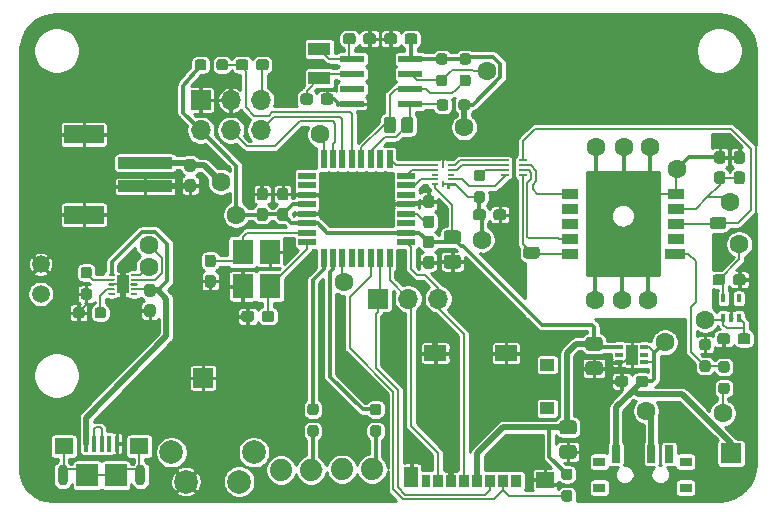
<source format=gbr>
%TF.GenerationSoftware,KiCad,Pcbnew,(5.1.9)-1*%
%TF.CreationDate,2021-02-04T12:48:35+01:00*%
%TF.ProjectId,Track-your-cat,54726163-6b2d-4796-9f75-722d6361742e,1*%
%TF.SameCoordinates,Original*%
%TF.FileFunction,Copper,L1,Top*%
%TF.FilePolarity,Positive*%
%FSLAX46Y46*%
G04 Gerber Fmt 4.6, Leading zero omitted, Abs format (unit mm)*
G04 Created by KiCad (PCBNEW (5.1.9)-1) date 2021-02-04 12:48:35*
%MOMM*%
%LPD*%
G01*
G04 APERTURE LIST*
%TA.AperFunction,EtchedComponent*%
%ADD10C,0.010000*%
%TD*%
%TA.AperFunction,ComponentPad*%
%ADD11O,1.700000X1.700000*%
%TD*%
%TA.AperFunction,ComponentPad*%
%ADD12R,1.700000X1.700000*%
%TD*%
%TA.AperFunction,SMDPad,CuDef*%
%ADD13R,1.200000X1.000000*%
%TD*%
%TA.AperFunction,SMDPad,CuDef*%
%ADD14R,1.900000X1.350000*%
%TD*%
%TA.AperFunction,SMDPad,CuDef*%
%ADD15R,1.170000X1.800000*%
%TD*%
%TA.AperFunction,SMDPad,CuDef*%
%ADD16R,1.550000X1.350000*%
%TD*%
%TA.AperFunction,SMDPad,CuDef*%
%ADD17R,0.750000X1.100000*%
%TD*%
%TA.AperFunction,SMDPad,CuDef*%
%ADD18R,0.850000X1.100000*%
%TD*%
%TA.AperFunction,SMDPad,CuDef*%
%ADD19R,0.450000X1.050000*%
%TD*%
%TA.AperFunction,SMDPad,CuDef*%
%ADD20R,0.650000X0.200000*%
%TD*%
%TA.AperFunction,ComponentPad*%
%ADD21C,1.879600*%
%TD*%
%TA.AperFunction,SMDPad,CuDef*%
%ADD22R,0.200000X0.600000*%
%TD*%
%TA.AperFunction,SMDPad,CuDef*%
%ADD23R,0.600000X0.200000*%
%TD*%
%TA.AperFunction,SMDPad,CuDef*%
%ADD24R,1.676400X0.863600*%
%TD*%
%TA.AperFunction,SMDPad,CuDef*%
%ADD25R,1.422400X0.863600*%
%TD*%
%TA.AperFunction,SMDPad,CuDef*%
%ADD26R,1.900000X1.100000*%
%TD*%
%TA.AperFunction,SMDPad,CuDef*%
%ADD27R,0.550000X1.500000*%
%TD*%
%TA.AperFunction,SMDPad,CuDef*%
%ADD28R,1.500000X0.550000*%
%TD*%
%TA.AperFunction,SMDPad,CuDef*%
%ADD29R,0.398780X0.749300*%
%TD*%
%TA.AperFunction,SMDPad,CuDef*%
%ADD30R,4.599940X0.998220*%
%TD*%
%TA.AperFunction,SMDPad,CuDef*%
%ADD31R,3.398520X1.597660*%
%TD*%
%TA.AperFunction,SMDPad,CuDef*%
%ADD32R,1.000000X1.700000*%
%TD*%
%TA.AperFunction,SMDPad,CuDef*%
%ADD33R,0.700000X0.350000*%
%TD*%
%TA.AperFunction,SMDPad,CuDef*%
%ADD34R,2.000000X0.600000*%
%TD*%
%TA.AperFunction,SMDPad,CuDef*%
%ADD35R,1.000000X0.800000*%
%TD*%
%TA.AperFunction,SMDPad,CuDef*%
%ADD36R,0.700000X1.500000*%
%TD*%
%TA.AperFunction,ComponentPad*%
%ADD37C,1.500000*%
%TD*%
%TA.AperFunction,SMDPad,CuDef*%
%ADD38R,0.606066X0.192474*%
%TD*%
%TA.AperFunction,SMDPad,CuDef*%
%ADD39R,1.000000X1.600000*%
%TD*%
%TA.AperFunction,SMDPad,CuDef*%
%ADD40R,1.800000X2.100000*%
%TD*%
%TA.AperFunction,ComponentPad*%
%ADD41O,0.900000X1.800000*%
%TD*%
%TA.AperFunction,SMDPad,CuDef*%
%ADD42R,1.900000X1.900000*%
%TD*%
%TA.AperFunction,SMDPad,CuDef*%
%ADD43R,1.600000X1.400000*%
%TD*%
%TA.AperFunction,SMDPad,CuDef*%
%ADD44R,0.400000X1.350000*%
%TD*%
%TA.AperFunction,ComponentPad*%
%ADD45C,2.000000*%
%TD*%
%TA.AperFunction,ViaPad*%
%ADD46C,1.600000*%
%TD*%
%TA.AperFunction,Conductor*%
%ADD47C,0.350000*%
%TD*%
%TA.AperFunction,Conductor*%
%ADD48C,0.500000*%
%TD*%
%TA.AperFunction,Conductor*%
%ADD49C,0.200000*%
%TD*%
%TA.AperFunction,Conductor*%
%ADD50C,0.254000*%
%TD*%
%TA.AperFunction,Conductor*%
%ADD51C,0.100000*%
%TD*%
G04 APERTURE END LIST*
D10*
%TO.C,U3*%
G36*
X77750000Y-87200000D02*
G01*
X77300000Y-87200000D01*
X77300000Y-87400000D01*
X77150000Y-87400000D01*
X77150000Y-87000000D01*
X77750000Y-87000000D01*
X77750000Y-87200000D01*
G37*
X77750000Y-87200000D02*
X77300000Y-87200000D01*
X77300000Y-87400000D01*
X77150000Y-87400000D01*
X77150000Y-87000000D01*
X77750000Y-87000000D01*
X77750000Y-87200000D01*
%TD*%
D11*
%TO.P,FTDI1,4*%
%TO.N,RX*%
X61380000Y-82540000D03*
%TO.P,FTDI1,6*%
%TO.N,DTR*%
X61380000Y-80000000D03*
%TO.P,FTDI1,5*%
%TO.N,TX*%
X58840000Y-82540000D03*
%TO.P,FTDI1,2*%
%TO.N,Bat-*%
X58840000Y-80000000D03*
%TO.P,FTDI1,3*%
%TO.N,+3V3*%
X56300000Y-82540000D03*
D12*
%TO.P,FTDI1,1*%
%TO.N,Bat-*%
X56300000Y-80000000D03*
%TD*%
D13*
%TO.P,J3,2*%
%TO.N,Net-(J3-Pad2)*%
X85639999Y-106100000D03*
%TO.P,J3,1*%
%TO.N,Net-(J3-Pad1)*%
X85639999Y-102400001D03*
D14*
%TO.P,J3,G4*%
%TO.N,Bat-*%
X82140000Y-101425000D03*
%TO.P,J3,G3*%
X76170000Y-101425000D03*
D15*
%TO.P,J3,G2*%
X74145000Y-111900000D03*
D16*
%TO.P,J3,G1*%
X85465000Y-112125000D03*
D17*
%TO.P,J3,T8*%
%TO.N,Net-(J3-PadT8)*%
X75354999Y-112250000D03*
D18*
%TO.P,J3,T7*%
%TO.N,MISO*%
X76405000Y-112250000D03*
%TO.P,J3,T6*%
%TO.N,Bat-*%
X77505000Y-112250000D03*
%TO.P,J3,T5*%
%TO.N,SCK*%
X78605000Y-112250000D03*
%TO.P,J3,T4*%
%TO.N,+3V3*%
X79705000Y-112250000D03*
%TO.P,J3,T3*%
%TO.N,MOSI*%
X80805000Y-112250000D03*
%TO.P,J3,T2*%
%TO.N,CS*%
X81905000Y-112250000D03*
%TO.P,J3,T1*%
%TO.N,Net-(J3-PadT1)*%
X83005000Y-112250000D03*
%TD*%
D12*
%TO.P,J5,1*%
%TO.N,Bat-*%
X56500000Y-103500000D03*
%TD*%
%TO.P,J4,1*%
%TO.N,Power_in*%
X101200000Y-109900000D03*
%TD*%
D19*
%TO.P,IC1,9*%
%TO.N,Bat-*%
X82800000Y-85700000D03*
D20*
%TO.P,IC1,5*%
%TO.N,TX_pad*%
X83550000Y-85100000D03*
%TO.P,IC1,6*%
%TO.N,Net-(GPS1-Pad6)*%
X83550000Y-85500000D03*
%TO.P,IC1,7*%
%TO.N,Net-(GPS1-Pad9)*%
X83550000Y-85900000D03*
%TO.P,IC1,8*%
%TO.N,RX_pad*%
X83550000Y-86300000D03*
%TO.P,IC1,1*%
%TO.N,Net-(IC1-Pad1)*%
X82050000Y-86300000D03*
%TO.P,IC1,2*%
%TO.N,Net-(IC1-Pad2)*%
X82050000Y-85900000D03*
%TO.P,IC1,3*%
%TO.N,Net-(IC1-Pad3)*%
X82050000Y-85500000D03*
%TO.P,IC1,4*%
%TO.N,Net-(IC1-Pad4)*%
X82050000Y-85100000D03*
%TD*%
D21*
%TO.P,D2,2*%
%TO.N,Net-(D2-Pad2)*%
X70800000Y-111250000D03*
%TO.P,D2,1*%
%TO.N,Net-(D1-Pad1)*%
X68260000Y-111250000D03*
%TD*%
D22*
%TO.P,U3,6*%
%TO.N,Bat-*%
X76800000Y-85500000D03*
%TO.P,U3,12*%
%TO.N,+1V8*%
X76800000Y-87100000D03*
D23*
%TO.P,U3,11*%
%TO.N,+3V3*%
X76150000Y-87100000D03*
%TO.P,U3,10*%
%TO.N,S_RX*%
X76150000Y-86700000D03*
%TO.P,U3,7*%
%TO.N,S_TX*%
X76150000Y-85500000D03*
%TO.P,U3,8*%
%TO.N,GPS_AWAKE*%
X76150000Y-85900000D03*
%TO.P,U3,5*%
%TO.N,Net-(IC1-Pad4)*%
X77450000Y-85500000D03*
%TO.P,U3,4*%
%TO.N,Net-(IC1-Pad3)*%
X77450000Y-85900000D03*
%TO.P,U3,1*%
%TO.N,+1V8*%
X77450000Y-87100000D03*
%TO.P,U3,2*%
%TO.N,Net-(IC1-Pad1)*%
X77450000Y-86700000D03*
%TO.P,U3,9*%
%TO.N,Net-(U3-Pad9)*%
X76150000Y-86300000D03*
%TO.P,U3,3*%
%TO.N,Net-(U3-Pad3)*%
X77450000Y-86300000D03*
%TD*%
D24*
%TO.P,GPS1,1*%
%TO.N,Net-(GPS1-Pad1)*%
X96425800Y-92978200D03*
D25*
%TO.P,GPS1,2*%
%TO.N,Net-(GPS1-Pad2)*%
X96552800Y-91708200D03*
%TO.P,GPS1,3*%
%TO.N,TX_pad*%
X96552800Y-90438200D03*
%TO.P,GPS1,4*%
%TO.N,+1V8*%
X96552800Y-89168200D03*
%TO.P,GPS1,5*%
%TO.N,Bat-*%
X96552800Y-87898200D03*
%TO.P,GPS1,10*%
%TO.N,RX_pad*%
X87561200Y-92978200D03*
%TO.P,GPS1,9*%
%TO.N,Net-(GPS1-Pad9)*%
X87561200Y-91708200D03*
%TO.P,GPS1,7*%
%TO.N,Net-(GPS1-Pad7)*%
X87561200Y-89168200D03*
%TO.P,GPS1,6*%
%TO.N,Net-(GPS1-Pad6)*%
X87561200Y-87898200D03*
%TO.P,GPS1,8*%
%TO.N,Net-(GPS1-Pad8)*%
X87561200Y-90438200D03*
%TD*%
%TO.P,R10,1*%
%TO.N,INT*%
%TA.AperFunction,SMDPad,CuDef*%
G36*
G01*
X76937500Y-78812500D02*
X76462500Y-78812500D01*
G75*
G02*
X76225000Y-78575000I0J237500D01*
G01*
X76225000Y-78075000D01*
G75*
G02*
X76462500Y-77837500I237500J0D01*
G01*
X76937500Y-77837500D01*
G75*
G02*
X77175000Y-78075000I0J-237500D01*
G01*
X77175000Y-78575000D01*
G75*
G02*
X76937500Y-78812500I-237500J0D01*
G01*
G37*
%TD.AperFunction*%
%TO.P,R10,2*%
%TO.N,+3V3*%
%TA.AperFunction,SMDPad,CuDef*%
G36*
G01*
X76937500Y-76987500D02*
X76462500Y-76987500D01*
G75*
G02*
X76225000Y-76750000I0J237500D01*
G01*
X76225000Y-76250000D01*
G75*
G02*
X76462500Y-76012500I237500J0D01*
G01*
X76937500Y-76012500D01*
G75*
G02*
X77175000Y-76250000I0J-237500D01*
G01*
X77175000Y-76750000D01*
G75*
G02*
X76937500Y-76987500I-237500J0D01*
G01*
G37*
%TD.AperFunction*%
%TD*%
D26*
%TO.P,Y2,2*%
%TO.N,Net-(C22-Pad1)*%
X66350000Y-78150000D03*
%TO.P,Y2,1*%
%TO.N,Net-(C21-Pad2)*%
X66350000Y-75650000D03*
%TD*%
D27*
%TO.P,U2,32*%
%TO.N,INT*%
X66700000Y-85000000D03*
%TO.P,U2,31*%
%TO.N,TX*%
X67500000Y-85000000D03*
%TO.P,U2,30*%
%TO.N,RX*%
X68300000Y-85000000D03*
%TO.P,U2,29*%
%TO.N,\u00B5RESET*%
X69100000Y-85000000D03*
%TO.P,U2,28*%
%TO.N,SCL*%
X69900000Y-85000000D03*
%TO.P,U2,27*%
%TO.N,SDA*%
X70700000Y-85000000D03*
%TO.P,U2,26*%
%TO.N,A3*%
X71500000Y-85000000D03*
%TO.P,U2,25*%
%TO.N,S_TX*%
X72300000Y-85000000D03*
D28*
%TO.P,U2,24*%
%TO.N,GPS_AWAKE*%
X73700000Y-86400000D03*
%TO.P,U2,23*%
%TO.N,S_RX*%
X73700000Y-87200000D03*
%TO.P,U2,22*%
%TO.N,A7*%
X73700000Y-88000000D03*
%TO.P,U2,21*%
%TO.N,Bat-*%
X73700000Y-88800000D03*
%TO.P,U2,20*%
%TO.N,Net-(C12-Pad1)*%
X73700000Y-89600000D03*
%TO.P,U2,19*%
%TO.N,A6*%
X73700000Y-90400000D03*
%TO.P,U2,18*%
%TO.N,+3V3*%
X73700000Y-91200000D03*
%TO.P,U2,17*%
%TO.N,SCK*%
X73700000Y-92000000D03*
D27*
%TO.P,U2,16*%
%TO.N,MISO*%
X72300000Y-93400000D03*
%TO.P,U2,15*%
%TO.N,MOSI*%
X71500000Y-93400000D03*
%TO.P,U2,14*%
%TO.N,CS*%
X70700000Y-93400000D03*
%TO.P,U2,13*%
%TO.N,D9*%
X69900000Y-93400000D03*
%TO.P,U2,12*%
%TO.N,D8*%
X69100000Y-93400000D03*
%TO.P,U2,11*%
%TO.N,GPS_ON*%
X68300000Y-93400000D03*
%TO.P,U2,10*%
%TO.N,red*%
X67500000Y-93400000D03*
D28*
%TO.P,U2,8*%
%TO.N,XTAL2*%
X65300000Y-92000000D03*
%TO.P,U2,7*%
%TO.N,XTAL1*%
X65300000Y-91200000D03*
%TO.P,U2,6*%
%TO.N,+3V3*%
X65300000Y-90400000D03*
%TO.P,U2,5*%
%TO.N,Bat-*%
X65300000Y-89600000D03*
%TO.P,U2,4*%
%TO.N,+3V3*%
X65300000Y-88800000D03*
%TO.P,U2,3*%
%TO.N,Bat-*%
X65300000Y-88000000D03*
%TO.P,U2,2*%
%TO.N,D4*%
X65300000Y-87200000D03*
%TO.P,U2,1*%
%TO.N,D3*%
X65300000Y-86400000D03*
D27*
%TO.P,U2,9*%
%TO.N,yellow*%
X66700000Y-93400000D03*
%TD*%
D21*
%TO.P,D1,1*%
%TO.N,Net-(D1-Pad1)*%
X63100000Y-111300000D03*
%TO.P,D1,2*%
%TO.N,Net-(D1-Pad2)*%
X65640000Y-111300000D03*
%TD*%
%TO.P,R8,1*%
%TO.N,Net-(GPS1-Pad1)*%
%TA.AperFunction,SMDPad,CuDef*%
G36*
G01*
X99237500Y-103000000D02*
X98762500Y-103000000D01*
G75*
G02*
X98525000Y-102762500I0J237500D01*
G01*
X98525000Y-102262500D01*
G75*
G02*
X98762500Y-102025000I237500J0D01*
G01*
X99237500Y-102025000D01*
G75*
G02*
X99475000Y-102262500I0J-237500D01*
G01*
X99475000Y-102762500D01*
G75*
G02*
X99237500Y-103000000I-237500J0D01*
G01*
G37*
%TD.AperFunction*%
%TO.P,R8,2*%
%TO.N,Bat-*%
%TA.AperFunction,SMDPad,CuDef*%
G36*
G01*
X99237500Y-101175000D02*
X98762500Y-101175000D01*
G75*
G02*
X98525000Y-100937500I0J237500D01*
G01*
X98525000Y-100437500D01*
G75*
G02*
X98762500Y-100200000I237500J0D01*
G01*
X99237500Y-100200000D01*
G75*
G02*
X99475000Y-100437500I0J-237500D01*
G01*
X99475000Y-100937500D01*
G75*
G02*
X99237500Y-101175000I-237500J0D01*
G01*
G37*
%TD.AperFunction*%
%TD*%
%TO.P,C1,1*%
%TO.N,+3V3*%
%TA.AperFunction,SMDPad,CuDef*%
G36*
G01*
X89125000Y-100037500D02*
X90075000Y-100037500D01*
G75*
G02*
X90325000Y-100287500I0J-250000D01*
G01*
X90325000Y-100962500D01*
G75*
G02*
X90075000Y-101212500I-250000J0D01*
G01*
X89125000Y-101212500D01*
G75*
G02*
X88875000Y-100962500I0J250000D01*
G01*
X88875000Y-100287500D01*
G75*
G02*
X89125000Y-100037500I250000J0D01*
G01*
G37*
%TD.AperFunction*%
%TO.P,C1,2*%
%TO.N,Bat-*%
%TA.AperFunction,SMDPad,CuDef*%
G36*
G01*
X89125000Y-102112500D02*
X90075000Y-102112500D01*
G75*
G02*
X90325000Y-102362500I0J-250000D01*
G01*
X90325000Y-103037500D01*
G75*
G02*
X90075000Y-103287500I-250000J0D01*
G01*
X89125000Y-103287500D01*
G75*
G02*
X88875000Y-103037500I0J250000D01*
G01*
X88875000Y-102362500D01*
G75*
G02*
X89125000Y-102112500I250000J0D01*
G01*
G37*
%TD.AperFunction*%
%TD*%
%TO.P,C2,1*%
%TO.N,Power_in*%
%TA.AperFunction,SMDPad,CuDef*%
G36*
G01*
X94200000Y-103562500D02*
X94200000Y-104037500D01*
G75*
G02*
X93962500Y-104275000I-237500J0D01*
G01*
X93362500Y-104275000D01*
G75*
G02*
X93125000Y-104037500I0J237500D01*
G01*
X93125000Y-103562500D01*
G75*
G02*
X93362500Y-103325000I237500J0D01*
G01*
X93962500Y-103325000D01*
G75*
G02*
X94200000Y-103562500I0J-237500D01*
G01*
G37*
%TD.AperFunction*%
%TO.P,C2,2*%
%TO.N,Bat-*%
%TA.AperFunction,SMDPad,CuDef*%
G36*
G01*
X92475000Y-103562500D02*
X92475000Y-104037500D01*
G75*
G02*
X92237500Y-104275000I-237500J0D01*
G01*
X91637500Y-104275000D01*
G75*
G02*
X91400000Y-104037500I0J237500D01*
G01*
X91400000Y-103562500D01*
G75*
G02*
X91637500Y-103325000I237500J0D01*
G01*
X92237500Y-103325000D01*
G75*
G02*
X92475000Y-103562500I0J-237500D01*
G01*
G37*
%TD.AperFunction*%
%TD*%
%TO.P,C3,1*%
%TO.N,+3V3*%
%TA.AperFunction,SMDPad,CuDef*%
G36*
G01*
X77125000Y-91012500D02*
X78075000Y-91012500D01*
G75*
G02*
X78325000Y-91262500I0J-250000D01*
G01*
X78325000Y-91937500D01*
G75*
G02*
X78075000Y-92187500I-250000J0D01*
G01*
X77125000Y-92187500D01*
G75*
G02*
X76875000Y-91937500I0J250000D01*
G01*
X76875000Y-91262500D01*
G75*
G02*
X77125000Y-91012500I250000J0D01*
G01*
G37*
%TD.AperFunction*%
%TO.P,C3,2*%
%TO.N,Bat-*%
%TA.AperFunction,SMDPad,CuDef*%
G36*
G01*
X77125000Y-93087500D02*
X78075000Y-93087500D01*
G75*
G02*
X78325000Y-93337500I0J-250000D01*
G01*
X78325000Y-94012500D01*
G75*
G02*
X78075000Y-94262500I-250000J0D01*
G01*
X77125000Y-94262500D01*
G75*
G02*
X76875000Y-94012500I0J250000D01*
G01*
X76875000Y-93337500D01*
G75*
G02*
X77125000Y-93087500I250000J0D01*
G01*
G37*
%TD.AperFunction*%
%TD*%
%TO.P,C4,2*%
%TO.N,Bat-*%
%TA.AperFunction,SMDPad,CuDef*%
G36*
G01*
X63487500Y-88487500D02*
X63012500Y-88487500D01*
G75*
G02*
X62775000Y-88250000I0J237500D01*
G01*
X62775000Y-87650000D01*
G75*
G02*
X63012500Y-87412500I237500J0D01*
G01*
X63487500Y-87412500D01*
G75*
G02*
X63725000Y-87650000I0J-237500D01*
G01*
X63725000Y-88250000D01*
G75*
G02*
X63487500Y-88487500I-237500J0D01*
G01*
G37*
%TD.AperFunction*%
%TO.P,C4,1*%
%TO.N,+3V3*%
%TA.AperFunction,SMDPad,CuDef*%
G36*
G01*
X63487500Y-90212500D02*
X63012500Y-90212500D01*
G75*
G02*
X62775000Y-89975000I0J237500D01*
G01*
X62775000Y-89375000D01*
G75*
G02*
X63012500Y-89137500I237500J0D01*
G01*
X63487500Y-89137500D01*
G75*
G02*
X63725000Y-89375000I0J-237500D01*
G01*
X63725000Y-89975000D01*
G75*
G02*
X63487500Y-90212500I-237500J0D01*
G01*
G37*
%TD.AperFunction*%
%TD*%
%TO.P,C5,1*%
%TO.N,+3V3*%
%TA.AperFunction,SMDPad,CuDef*%
G36*
G01*
X61737500Y-90212500D02*
X61262500Y-90212500D01*
G75*
G02*
X61025000Y-89975000I0J237500D01*
G01*
X61025000Y-89375000D01*
G75*
G02*
X61262500Y-89137500I237500J0D01*
G01*
X61737500Y-89137500D01*
G75*
G02*
X61975000Y-89375000I0J-237500D01*
G01*
X61975000Y-89975000D01*
G75*
G02*
X61737500Y-90212500I-237500J0D01*
G01*
G37*
%TD.AperFunction*%
%TO.P,C5,2*%
%TO.N,Bat-*%
%TA.AperFunction,SMDPad,CuDef*%
G36*
G01*
X61737500Y-88487500D02*
X61262500Y-88487500D01*
G75*
G02*
X61025000Y-88250000I0J237500D01*
G01*
X61025000Y-87650000D01*
G75*
G02*
X61262500Y-87412500I237500J0D01*
G01*
X61737500Y-87412500D01*
G75*
G02*
X61975000Y-87650000I0J-237500D01*
G01*
X61975000Y-88250000D01*
G75*
G02*
X61737500Y-88487500I-237500J0D01*
G01*
G37*
%TD.AperFunction*%
%TD*%
%TO.P,C6,2*%
%TO.N,Bat-*%
%TA.AperFunction,SMDPad,CuDef*%
G36*
G01*
X75362500Y-93187500D02*
X75837500Y-93187500D01*
G75*
G02*
X76075000Y-93425000I0J-237500D01*
G01*
X76075000Y-94025000D01*
G75*
G02*
X75837500Y-94262500I-237500J0D01*
G01*
X75362500Y-94262500D01*
G75*
G02*
X75125000Y-94025000I0J237500D01*
G01*
X75125000Y-93425000D01*
G75*
G02*
X75362500Y-93187500I237500J0D01*
G01*
G37*
%TD.AperFunction*%
%TO.P,C6,1*%
%TO.N,+3V3*%
%TA.AperFunction,SMDPad,CuDef*%
G36*
G01*
X75362500Y-91462500D02*
X75837500Y-91462500D01*
G75*
G02*
X76075000Y-91700000I0J-237500D01*
G01*
X76075000Y-92300000D01*
G75*
G02*
X75837500Y-92537500I-237500J0D01*
G01*
X75362500Y-92537500D01*
G75*
G02*
X75125000Y-92300000I0J237500D01*
G01*
X75125000Y-91700000D01*
G75*
G02*
X75362500Y-91462500I237500J0D01*
G01*
G37*
%TD.AperFunction*%
%TD*%
%TO.P,C8,2*%
%TO.N,DTR*%
%TA.AperFunction,SMDPad,CuDef*%
G36*
G01*
X60987500Y-77237500D02*
X60987500Y-76762500D01*
G75*
G02*
X61225000Y-76525000I237500J0D01*
G01*
X61825000Y-76525000D01*
G75*
G02*
X62062500Y-76762500I0J-237500D01*
G01*
X62062500Y-77237500D01*
G75*
G02*
X61825000Y-77475000I-237500J0D01*
G01*
X61225000Y-77475000D01*
G75*
G02*
X60987500Y-77237500I0J237500D01*
G01*
G37*
%TD.AperFunction*%
%TO.P,C8,1*%
%TO.N,\u00B5RESET*%
%TA.AperFunction,SMDPad,CuDef*%
G36*
G01*
X59262500Y-77237500D02*
X59262500Y-76762500D01*
G75*
G02*
X59500000Y-76525000I237500J0D01*
G01*
X60100000Y-76525000D01*
G75*
G02*
X60337500Y-76762500I0J-237500D01*
G01*
X60337500Y-77237500D01*
G75*
G02*
X60100000Y-77475000I-237500J0D01*
G01*
X59500000Y-77475000D01*
G75*
G02*
X59262500Y-77237500I0J237500D01*
G01*
G37*
%TD.AperFunction*%
%TD*%
%TO.P,C9,2*%
%TO.N,XTAL1*%
%TA.AperFunction,SMDPad,CuDef*%
G36*
G01*
X57337500Y-94137500D02*
X56862500Y-94137500D01*
G75*
G02*
X56625000Y-93900000I0J237500D01*
G01*
X56625000Y-93300000D01*
G75*
G02*
X56862500Y-93062500I237500J0D01*
G01*
X57337500Y-93062500D01*
G75*
G02*
X57575000Y-93300000I0J-237500D01*
G01*
X57575000Y-93900000D01*
G75*
G02*
X57337500Y-94137500I-237500J0D01*
G01*
G37*
%TD.AperFunction*%
%TO.P,C9,1*%
%TO.N,Bat-*%
%TA.AperFunction,SMDPad,CuDef*%
G36*
G01*
X57337500Y-95862500D02*
X56862500Y-95862500D01*
G75*
G02*
X56625000Y-95625000I0J237500D01*
G01*
X56625000Y-95025000D01*
G75*
G02*
X56862500Y-94787500I237500J0D01*
G01*
X57337500Y-94787500D01*
G75*
G02*
X57575000Y-95025000I0J-237500D01*
G01*
X57575000Y-95625000D01*
G75*
G02*
X57337500Y-95862500I-237500J0D01*
G01*
G37*
%TD.AperFunction*%
%TD*%
%TO.P,C10,1*%
%TO.N,XTAL2*%
%TA.AperFunction,SMDPad,CuDef*%
G36*
G01*
X62537500Y-98062500D02*
X62537500Y-98537500D01*
G75*
G02*
X62300000Y-98775000I-237500J0D01*
G01*
X61700000Y-98775000D01*
G75*
G02*
X61462500Y-98537500I0J237500D01*
G01*
X61462500Y-98062500D01*
G75*
G02*
X61700000Y-97825000I237500J0D01*
G01*
X62300000Y-97825000D01*
G75*
G02*
X62537500Y-98062500I0J-237500D01*
G01*
G37*
%TD.AperFunction*%
%TO.P,C10,2*%
%TO.N,Bat-*%
%TA.AperFunction,SMDPad,CuDef*%
G36*
G01*
X60812500Y-98062500D02*
X60812500Y-98537500D01*
G75*
G02*
X60575000Y-98775000I-237500J0D01*
G01*
X59975000Y-98775000D01*
G75*
G02*
X59737500Y-98537500I0J237500D01*
G01*
X59737500Y-98062500D01*
G75*
G02*
X59975000Y-97825000I237500J0D01*
G01*
X60575000Y-97825000D01*
G75*
G02*
X60812500Y-98062500I0J-237500D01*
G01*
G37*
%TD.AperFunction*%
%TD*%
%TO.P,C11,1*%
%TO.N,Net-(C11-Pad1)*%
%TA.AperFunction,SMDPad,CuDef*%
G36*
G01*
X51762500Y-95562500D02*
X52237500Y-95562500D01*
G75*
G02*
X52475000Y-95800000I0J-237500D01*
G01*
X52475000Y-96400000D01*
G75*
G02*
X52237500Y-96637500I-237500J0D01*
G01*
X51762500Y-96637500D01*
G75*
G02*
X51525000Y-96400000I0J237500D01*
G01*
X51525000Y-95800000D01*
G75*
G02*
X51762500Y-95562500I237500J0D01*
G01*
G37*
%TD.AperFunction*%
%TO.P,C11,2*%
%TO.N,Bat-*%
%TA.AperFunction,SMDPad,CuDef*%
G36*
G01*
X51762500Y-97287500D02*
X52237500Y-97287500D01*
G75*
G02*
X52475000Y-97525000I0J-237500D01*
G01*
X52475000Y-98125000D01*
G75*
G02*
X52237500Y-98362500I-237500J0D01*
G01*
X51762500Y-98362500D01*
G75*
G02*
X51525000Y-98125000I0J237500D01*
G01*
X51525000Y-97525000D01*
G75*
G02*
X51762500Y-97287500I237500J0D01*
G01*
G37*
%TD.AperFunction*%
%TD*%
%TO.P,C12,1*%
%TO.N,Net-(C12-Pad1)*%
%TA.AperFunction,SMDPad,CuDef*%
G36*
G01*
X75837500Y-90837500D02*
X75362500Y-90837500D01*
G75*
G02*
X75125000Y-90600000I0J237500D01*
G01*
X75125000Y-90000000D01*
G75*
G02*
X75362500Y-89762500I237500J0D01*
G01*
X75837500Y-89762500D01*
G75*
G02*
X76075000Y-90000000I0J-237500D01*
G01*
X76075000Y-90600000D01*
G75*
G02*
X75837500Y-90837500I-237500J0D01*
G01*
G37*
%TD.AperFunction*%
%TO.P,C12,2*%
%TO.N,Bat-*%
%TA.AperFunction,SMDPad,CuDef*%
G36*
G01*
X75837500Y-89112500D02*
X75362500Y-89112500D01*
G75*
G02*
X75125000Y-88875000I0J237500D01*
G01*
X75125000Y-88275000D01*
G75*
G02*
X75362500Y-88037500I237500J0D01*
G01*
X75837500Y-88037500D01*
G75*
G02*
X76075000Y-88275000I0J-237500D01*
G01*
X76075000Y-88875000D01*
G75*
G02*
X75837500Y-89112500I-237500J0D01*
G01*
G37*
%TD.AperFunction*%
%TD*%
%TO.P,C13,2*%
%TO.N,Bat-*%
%TA.AperFunction,SMDPad,CuDef*%
G36*
G01*
X55162500Y-86687500D02*
X55637500Y-86687500D01*
G75*
G02*
X55875000Y-86925000I0J-237500D01*
G01*
X55875000Y-87525000D01*
G75*
G02*
X55637500Y-87762500I-237500J0D01*
G01*
X55162500Y-87762500D01*
G75*
G02*
X54925000Y-87525000I0J237500D01*
G01*
X54925000Y-86925000D01*
G75*
G02*
X55162500Y-86687500I237500J0D01*
G01*
G37*
%TD.AperFunction*%
%TO.P,C13,1*%
%TO.N,Bat+*%
%TA.AperFunction,SMDPad,CuDef*%
G36*
G01*
X55162500Y-84962500D02*
X55637500Y-84962500D01*
G75*
G02*
X55875000Y-85200000I0J-237500D01*
G01*
X55875000Y-85800000D01*
G75*
G02*
X55637500Y-86037500I-237500J0D01*
G01*
X55162500Y-86037500D01*
G75*
G02*
X54925000Y-85800000I0J237500D01*
G01*
X54925000Y-85200000D01*
G75*
G02*
X55162500Y-84962500I237500J0D01*
G01*
G37*
%TD.AperFunction*%
%TD*%
%TO.P,C15,2*%
%TO.N,+1V8*%
%TA.AperFunction,SMDPad,CuDef*%
G36*
G01*
X80437500Y-89462500D02*
X80437500Y-89937500D01*
G75*
G02*
X80200000Y-90175000I-237500J0D01*
G01*
X79600000Y-90175000D01*
G75*
G02*
X79362500Y-89937500I0J237500D01*
G01*
X79362500Y-89462500D01*
G75*
G02*
X79600000Y-89225000I237500J0D01*
G01*
X80200000Y-89225000D01*
G75*
G02*
X80437500Y-89462500I0J-237500D01*
G01*
G37*
%TD.AperFunction*%
%TO.P,C15,1*%
%TO.N,Bat-*%
%TA.AperFunction,SMDPad,CuDef*%
G36*
G01*
X82162500Y-89462500D02*
X82162500Y-89937500D01*
G75*
G02*
X81925000Y-90175000I-237500J0D01*
G01*
X81325000Y-90175000D01*
G75*
G02*
X81087500Y-89937500I0J237500D01*
G01*
X81087500Y-89462500D01*
G75*
G02*
X81325000Y-89225000I237500J0D01*
G01*
X81925000Y-89225000D01*
G75*
G02*
X82162500Y-89462500I0J-237500D01*
G01*
G37*
%TD.AperFunction*%
%TD*%
%TO.P,C16,2*%
%TO.N,Bat-*%
%TA.AperFunction,SMDPad,CuDef*%
G36*
G01*
X102137500Y-85375000D02*
X101662500Y-85375000D01*
G75*
G02*
X101425000Y-85137500I0J237500D01*
G01*
X101425000Y-84537500D01*
G75*
G02*
X101662500Y-84300000I237500J0D01*
G01*
X102137500Y-84300000D01*
G75*
G02*
X102375000Y-84537500I0J-237500D01*
G01*
X102375000Y-85137500D01*
G75*
G02*
X102137500Y-85375000I-237500J0D01*
G01*
G37*
%TD.AperFunction*%
%TO.P,C16,1*%
%TO.N,+1V8*%
%TA.AperFunction,SMDPad,CuDef*%
G36*
G01*
X102137500Y-87100000D02*
X101662500Y-87100000D01*
G75*
G02*
X101425000Y-86862500I0J237500D01*
G01*
X101425000Y-86262500D01*
G75*
G02*
X101662500Y-86025000I237500J0D01*
G01*
X102137500Y-86025000D01*
G75*
G02*
X102375000Y-86262500I0J-237500D01*
G01*
X102375000Y-86862500D01*
G75*
G02*
X102137500Y-87100000I-237500J0D01*
G01*
G37*
%TD.AperFunction*%
%TD*%
%TO.P,C17,2*%
%TO.N,Bat-*%
%TA.AperFunction,SMDPad,CuDef*%
G36*
G01*
X100487500Y-85375000D02*
X100012500Y-85375000D01*
G75*
G02*
X99775000Y-85137500I0J237500D01*
G01*
X99775000Y-84537500D01*
G75*
G02*
X100012500Y-84300000I237500J0D01*
G01*
X100487500Y-84300000D01*
G75*
G02*
X100725000Y-84537500I0J-237500D01*
G01*
X100725000Y-85137500D01*
G75*
G02*
X100487500Y-85375000I-237500J0D01*
G01*
G37*
%TD.AperFunction*%
%TO.P,C17,1*%
%TO.N,+1V8*%
%TA.AperFunction,SMDPad,CuDef*%
G36*
G01*
X100487500Y-87100000D02*
X100012500Y-87100000D01*
G75*
G02*
X99775000Y-86862500I0J237500D01*
G01*
X99775000Y-86262500D01*
G75*
G02*
X100012500Y-86025000I237500J0D01*
G01*
X100487500Y-86025000D01*
G75*
G02*
X100725000Y-86262500I0J-237500D01*
G01*
X100725000Y-86862500D01*
G75*
G02*
X100487500Y-87100000I-237500J0D01*
G01*
G37*
%TD.AperFunction*%
%TD*%
%TO.P,C18,1*%
%TO.N,Power_in*%
%TA.AperFunction,SMDPad,CuDef*%
G36*
G01*
X102837500Y-99962500D02*
X102837500Y-100437500D01*
G75*
G02*
X102600000Y-100675000I-237500J0D01*
G01*
X102000000Y-100675000D01*
G75*
G02*
X101762500Y-100437500I0J237500D01*
G01*
X101762500Y-99962500D01*
G75*
G02*
X102000000Y-99725000I237500J0D01*
G01*
X102600000Y-99725000D01*
G75*
G02*
X102837500Y-99962500I0J-237500D01*
G01*
G37*
%TD.AperFunction*%
%TO.P,C18,2*%
%TO.N,Bat-*%
%TA.AperFunction,SMDPad,CuDef*%
G36*
G01*
X101112500Y-99962500D02*
X101112500Y-100437500D01*
G75*
G02*
X100875000Y-100675000I-237500J0D01*
G01*
X100275000Y-100675000D01*
G75*
G02*
X100037500Y-100437500I0J237500D01*
G01*
X100037500Y-99962500D01*
G75*
G02*
X100275000Y-99725000I237500J0D01*
G01*
X100875000Y-99725000D01*
G75*
G02*
X101112500Y-99962500I0J-237500D01*
G01*
G37*
%TD.AperFunction*%
%TD*%
%TO.P,C20,1*%
%TO.N,Bat-*%
%TA.AperFunction,SMDPad,CuDef*%
G36*
G01*
X71837500Y-75037500D02*
X71837500Y-74562500D01*
G75*
G02*
X72075000Y-74325000I237500J0D01*
G01*
X72675000Y-74325000D01*
G75*
G02*
X72912500Y-74562500I0J-237500D01*
G01*
X72912500Y-75037500D01*
G75*
G02*
X72675000Y-75275000I-237500J0D01*
G01*
X72075000Y-75275000D01*
G75*
G02*
X71837500Y-75037500I0J237500D01*
G01*
G37*
%TD.AperFunction*%
%TO.P,C20,2*%
%TO.N,+3V3*%
%TA.AperFunction,SMDPad,CuDef*%
G36*
G01*
X73562500Y-75037500D02*
X73562500Y-74562500D01*
G75*
G02*
X73800000Y-74325000I237500J0D01*
G01*
X74400000Y-74325000D01*
G75*
G02*
X74637500Y-74562500I0J-237500D01*
G01*
X74637500Y-75037500D01*
G75*
G02*
X74400000Y-75275000I-237500J0D01*
G01*
X73800000Y-75275000D01*
G75*
G02*
X73562500Y-75037500I0J237500D01*
G01*
G37*
%TD.AperFunction*%
%TD*%
%TO.P,C21,2*%
%TO.N,Net-(C21-Pad2)*%
%TA.AperFunction,SMDPad,CuDef*%
G36*
G01*
X69412500Y-74562500D02*
X69412500Y-75037500D01*
G75*
G02*
X69175000Y-75275000I-237500J0D01*
G01*
X68575000Y-75275000D01*
G75*
G02*
X68337500Y-75037500I0J237500D01*
G01*
X68337500Y-74562500D01*
G75*
G02*
X68575000Y-74325000I237500J0D01*
G01*
X69175000Y-74325000D01*
G75*
G02*
X69412500Y-74562500I0J-237500D01*
G01*
G37*
%TD.AperFunction*%
%TO.P,C21,1*%
%TO.N,Bat-*%
%TA.AperFunction,SMDPad,CuDef*%
G36*
G01*
X71137500Y-74562500D02*
X71137500Y-75037500D01*
G75*
G02*
X70900000Y-75275000I-237500J0D01*
G01*
X70300000Y-75275000D01*
G75*
G02*
X70062500Y-75037500I0J237500D01*
G01*
X70062500Y-74562500D01*
G75*
G02*
X70300000Y-74325000I237500J0D01*
G01*
X70900000Y-74325000D01*
G75*
G02*
X71137500Y-74562500I0J-237500D01*
G01*
G37*
%TD.AperFunction*%
%TD*%
%TO.P,C22,1*%
%TO.N,Net-(C22-Pad1)*%
%TA.AperFunction,SMDPad,CuDef*%
G36*
G01*
X64737500Y-80137500D02*
X64737500Y-79662500D01*
G75*
G02*
X64975000Y-79425000I237500J0D01*
G01*
X65575000Y-79425000D01*
G75*
G02*
X65812500Y-79662500I0J-237500D01*
G01*
X65812500Y-80137500D01*
G75*
G02*
X65575000Y-80375000I-237500J0D01*
G01*
X64975000Y-80375000D01*
G75*
G02*
X64737500Y-80137500I0J237500D01*
G01*
G37*
%TD.AperFunction*%
%TO.P,C22,2*%
%TO.N,Bat-*%
%TA.AperFunction,SMDPad,CuDef*%
G36*
G01*
X66462500Y-80137500D02*
X66462500Y-79662500D01*
G75*
G02*
X66700000Y-79425000I237500J0D01*
G01*
X67300000Y-79425000D01*
G75*
G02*
X67537500Y-79662500I0J-237500D01*
G01*
X67537500Y-80137500D01*
G75*
G02*
X67300000Y-80375000I-237500J0D01*
G01*
X66700000Y-80375000D01*
G75*
G02*
X66462500Y-80137500I0J237500D01*
G01*
G37*
%TD.AperFunction*%
%TD*%
%TO.P,C23,2*%
%TO.N,Bat-*%
%TA.AperFunction,SMDPad,CuDef*%
G36*
G01*
X86925000Y-109187500D02*
X87875000Y-109187500D01*
G75*
G02*
X88125000Y-109437500I0J-250000D01*
G01*
X88125000Y-110112500D01*
G75*
G02*
X87875000Y-110362500I-250000J0D01*
G01*
X86925000Y-110362500D01*
G75*
G02*
X86675000Y-110112500I0J250000D01*
G01*
X86675000Y-109437500D01*
G75*
G02*
X86925000Y-109187500I250000J0D01*
G01*
G37*
%TD.AperFunction*%
%TO.P,C23,1*%
%TO.N,+3V3*%
%TA.AperFunction,SMDPad,CuDef*%
G36*
G01*
X86925000Y-107112500D02*
X87875000Y-107112500D01*
G75*
G02*
X88125000Y-107362500I0J-250000D01*
G01*
X88125000Y-108037500D01*
G75*
G02*
X87875000Y-108287500I-250000J0D01*
G01*
X86925000Y-108287500D01*
G75*
G02*
X86675000Y-108037500I0J250000D01*
G01*
X86675000Y-107362500D01*
G75*
G02*
X86925000Y-107112500I250000J0D01*
G01*
G37*
%TD.AperFunction*%
%TD*%
D29*
%TO.P,IC2,1*%
%TO.N,Power_in*%
X100552300Y-98422960D03*
%TO.P,IC2,2*%
%TO.N,Bat-*%
X101200000Y-98422960D03*
%TO.P,IC2,3*%
%TO.N,Power_in*%
X101847700Y-98422960D03*
%TO.P,IC2,4*%
%TO.N,Net-(IC2-Pad4)*%
X101847700Y-96777040D03*
%TO.P,IC2,5*%
%TO.N,+1V8*%
X100552300Y-96777040D03*
%TD*%
D30*
%TO.P,J1,1*%
%TO.N,Bat-*%
X51598240Y-87298220D03*
%TO.P,J1,2*%
%TO.N,Bat+*%
X51598240Y-85301780D03*
D31*
%TO.P,J1,NC1*%
%TO.N,Bat-*%
X46401400Y-89698520D03*
%TO.P,J1,NC2*%
X46401400Y-82901480D03*
%TD*%
D32*
%TO.P,LDO1,7*%
%TO.N,Bat-*%
X92800000Y-101550000D03*
D33*
%TO.P,LDO1,6*%
%TO.N,Power_in*%
X93850000Y-100900000D03*
%TO.P,LDO1,5*%
%TO.N,Net-(LDO1-Pad5)*%
X93850000Y-101550000D03*
%TO.P,LDO1,4*%
%TO.N,Power_in*%
X93850000Y-102200000D03*
%TO.P,LDO1,3*%
%TO.N,Bat-*%
X91750000Y-102200000D03*
%TO.P,LDO1,2*%
%TO.N,Net-(LDO1-Pad2)*%
X91750000Y-101550000D03*
%TO.P,LDO1,1*%
%TO.N,+3V3*%
X91750000Y-100900000D03*
%TD*%
%TO.P,R1,2*%
%TO.N,\u00B5RESET*%
%TA.AperFunction,SMDPad,CuDef*%
G36*
G01*
X57625000Y-77237500D02*
X57625000Y-76762500D01*
G75*
G02*
X57862500Y-76525000I237500J0D01*
G01*
X58362500Y-76525000D01*
G75*
G02*
X58600000Y-76762500I0J-237500D01*
G01*
X58600000Y-77237500D01*
G75*
G02*
X58362500Y-77475000I-237500J0D01*
G01*
X57862500Y-77475000D01*
G75*
G02*
X57625000Y-77237500I0J237500D01*
G01*
G37*
%TD.AperFunction*%
%TO.P,R1,1*%
%TO.N,+3V3*%
%TA.AperFunction,SMDPad,CuDef*%
G36*
G01*
X55800000Y-77237500D02*
X55800000Y-76762500D01*
G75*
G02*
X56037500Y-76525000I237500J0D01*
G01*
X56537500Y-76525000D01*
G75*
G02*
X56775000Y-76762500I0J-237500D01*
G01*
X56775000Y-77237500D01*
G75*
G02*
X56537500Y-77475000I-237500J0D01*
G01*
X56037500Y-77475000D01*
G75*
G02*
X55800000Y-77237500I0J237500D01*
G01*
G37*
%TD.AperFunction*%
%TD*%
%TO.P,R2,2*%
%TO.N,Bat-*%
%TA.AperFunction,SMDPad,CuDef*%
G36*
G01*
X46362500Y-95925000D02*
X46837500Y-95925000D01*
G75*
G02*
X47075000Y-96162500I0J-237500D01*
G01*
X47075000Y-96662500D01*
G75*
G02*
X46837500Y-96900000I-237500J0D01*
G01*
X46362500Y-96900000D01*
G75*
G02*
X46125000Y-96662500I0J237500D01*
G01*
X46125000Y-96162500D01*
G75*
G02*
X46362500Y-95925000I237500J0D01*
G01*
G37*
%TD.AperFunction*%
%TO.P,R2,1*%
%TO.N,Net-(R2-Pad1)*%
%TA.AperFunction,SMDPad,CuDef*%
G36*
G01*
X46362500Y-94100000D02*
X46837500Y-94100000D01*
G75*
G02*
X47075000Y-94337500I0J-237500D01*
G01*
X47075000Y-94837500D01*
G75*
G02*
X46837500Y-95075000I-237500J0D01*
G01*
X46362500Y-95075000D01*
G75*
G02*
X46125000Y-94837500I0J237500D01*
G01*
X46125000Y-94337500D01*
G75*
G02*
X46362500Y-94100000I237500J0D01*
G01*
G37*
%TD.AperFunction*%
%TD*%
%TO.P,R3,1*%
%TO.N,Net-(R3-Pad1)*%
%TA.AperFunction,SMDPad,CuDef*%
G36*
G01*
X48287500Y-97762500D02*
X48287500Y-98237500D01*
G75*
G02*
X48050000Y-98475000I-237500J0D01*
G01*
X47550000Y-98475000D01*
G75*
G02*
X47312500Y-98237500I0J237500D01*
G01*
X47312500Y-97762500D01*
G75*
G02*
X47550000Y-97525000I237500J0D01*
G01*
X48050000Y-97525000D01*
G75*
G02*
X48287500Y-97762500I0J-237500D01*
G01*
G37*
%TD.AperFunction*%
%TO.P,R3,2*%
%TO.N,Bat-*%
%TA.AperFunction,SMDPad,CuDef*%
G36*
G01*
X46462500Y-97762500D02*
X46462500Y-98237500D01*
G75*
G02*
X46225000Y-98475000I-237500J0D01*
G01*
X45725000Y-98475000D01*
G75*
G02*
X45487500Y-98237500I0J237500D01*
G01*
X45487500Y-97762500D01*
G75*
G02*
X45725000Y-97525000I237500J0D01*
G01*
X46225000Y-97525000D01*
G75*
G02*
X46462500Y-97762500I0J-237500D01*
G01*
G37*
%TD.AperFunction*%
%TD*%
%TO.P,R4,1*%
%TO.N,Net-(D1-Pad2)*%
%TA.AperFunction,SMDPad,CuDef*%
G36*
G01*
X66037500Y-108487500D02*
X65562500Y-108487500D01*
G75*
G02*
X65325000Y-108250000I0J237500D01*
G01*
X65325000Y-107750000D01*
G75*
G02*
X65562500Y-107512500I237500J0D01*
G01*
X66037500Y-107512500D01*
G75*
G02*
X66275000Y-107750000I0J-237500D01*
G01*
X66275000Y-108250000D01*
G75*
G02*
X66037500Y-108487500I-237500J0D01*
G01*
G37*
%TD.AperFunction*%
%TO.P,R4,2*%
%TO.N,yellow*%
%TA.AperFunction,SMDPad,CuDef*%
G36*
G01*
X66037500Y-106662500D02*
X65562500Y-106662500D01*
G75*
G02*
X65325000Y-106425000I0J237500D01*
G01*
X65325000Y-105925000D01*
G75*
G02*
X65562500Y-105687500I237500J0D01*
G01*
X66037500Y-105687500D01*
G75*
G02*
X66275000Y-105925000I0J-237500D01*
G01*
X66275000Y-106425000D01*
G75*
G02*
X66037500Y-106662500I-237500J0D01*
G01*
G37*
%TD.AperFunction*%
%TD*%
%TO.P,R5,2*%
%TO.N,red*%
%TA.AperFunction,SMDPad,CuDef*%
G36*
G01*
X71337500Y-106662500D02*
X70862500Y-106662500D01*
G75*
G02*
X70625000Y-106425000I0J237500D01*
G01*
X70625000Y-105925000D01*
G75*
G02*
X70862500Y-105687500I237500J0D01*
G01*
X71337500Y-105687500D01*
G75*
G02*
X71575000Y-105925000I0J-237500D01*
G01*
X71575000Y-106425000D01*
G75*
G02*
X71337500Y-106662500I-237500J0D01*
G01*
G37*
%TD.AperFunction*%
%TO.P,R5,1*%
%TO.N,Net-(D2-Pad2)*%
%TA.AperFunction,SMDPad,CuDef*%
G36*
G01*
X71337500Y-108487500D02*
X70862500Y-108487500D01*
G75*
G02*
X70625000Y-108250000I0J237500D01*
G01*
X70625000Y-107750000D01*
G75*
G02*
X70862500Y-107512500I237500J0D01*
G01*
X71337500Y-107512500D01*
G75*
G02*
X71575000Y-107750000I0J-237500D01*
G01*
X71575000Y-108250000D01*
G75*
G02*
X71337500Y-108487500I-237500J0D01*
G01*
G37*
%TD.AperFunction*%
%TD*%
%TO.P,R6,2*%
%TO.N,GPS_ON*%
%TA.AperFunction,SMDPad,CuDef*%
G36*
G01*
X100362500Y-103912500D02*
X100837500Y-103912500D01*
G75*
G02*
X101075000Y-104150000I0J-237500D01*
G01*
X101075000Y-104650000D01*
G75*
G02*
X100837500Y-104887500I-237500J0D01*
G01*
X100362500Y-104887500D01*
G75*
G02*
X100125000Y-104650000I0J237500D01*
G01*
X100125000Y-104150000D01*
G75*
G02*
X100362500Y-103912500I237500J0D01*
G01*
G37*
%TD.AperFunction*%
%TO.P,R6,1*%
%TO.N,Net-(GPS1-Pad1)*%
%TA.AperFunction,SMDPad,CuDef*%
G36*
G01*
X100362500Y-102087500D02*
X100837500Y-102087500D01*
G75*
G02*
X101075000Y-102325000I0J-237500D01*
G01*
X101075000Y-102825000D01*
G75*
G02*
X100837500Y-103062500I-237500J0D01*
G01*
X100362500Y-103062500D01*
G75*
G02*
X100125000Y-102825000I0J237500D01*
G01*
X100125000Y-102325000D01*
G75*
G02*
X100362500Y-102087500I237500J0D01*
G01*
G37*
%TD.AperFunction*%
%TD*%
%TO.P,R7,1*%
%TO.N,+1V8*%
%TA.AperFunction,SMDPad,CuDef*%
G36*
G01*
X80137500Y-88687500D02*
X79662500Y-88687500D01*
G75*
G02*
X79425000Y-88450000I0J237500D01*
G01*
X79425000Y-87950000D01*
G75*
G02*
X79662500Y-87712500I237500J0D01*
G01*
X80137500Y-87712500D01*
G75*
G02*
X80375000Y-87950000I0J-237500D01*
G01*
X80375000Y-88450000D01*
G75*
G02*
X80137500Y-88687500I-237500J0D01*
G01*
G37*
%TD.AperFunction*%
%TO.P,R7,2*%
%TO.N,Net-(IC1-Pad2)*%
%TA.AperFunction,SMDPad,CuDef*%
G36*
G01*
X80137500Y-86862500D02*
X79662500Y-86862500D01*
G75*
G02*
X79425000Y-86625000I0J237500D01*
G01*
X79425000Y-86125000D01*
G75*
G02*
X79662500Y-85887500I237500J0D01*
G01*
X80137500Y-85887500D01*
G75*
G02*
X80375000Y-86125000I0J-237500D01*
G01*
X80375000Y-86625000D01*
G75*
G02*
X80137500Y-86862500I-237500J0D01*
G01*
G37*
%TD.AperFunction*%
%TD*%
%TO.P,R9,1*%
%TO.N,CS*%
%TA.AperFunction,SMDPad,CuDef*%
G36*
G01*
X87537500Y-113987500D02*
X87062500Y-113987500D01*
G75*
G02*
X86825000Y-113750000I0J237500D01*
G01*
X86825000Y-113250000D01*
G75*
G02*
X87062500Y-113012500I237500J0D01*
G01*
X87537500Y-113012500D01*
G75*
G02*
X87775000Y-113250000I0J-237500D01*
G01*
X87775000Y-113750000D01*
G75*
G02*
X87537500Y-113987500I-237500J0D01*
G01*
G37*
%TD.AperFunction*%
%TO.P,R9,2*%
%TO.N,+3V3*%
%TA.AperFunction,SMDPad,CuDef*%
G36*
G01*
X87537500Y-112162500D02*
X87062500Y-112162500D01*
G75*
G02*
X86825000Y-111925000I0J237500D01*
G01*
X86825000Y-111425000D01*
G75*
G02*
X87062500Y-111187500I237500J0D01*
G01*
X87537500Y-111187500D01*
G75*
G02*
X87775000Y-111425000I0J-237500D01*
G01*
X87775000Y-111925000D01*
G75*
G02*
X87537500Y-112162500I-237500J0D01*
G01*
G37*
%TD.AperFunction*%
%TD*%
%TO.P,R11,1*%
%TO.N,SCL*%
%TA.AperFunction,SMDPad,CuDef*%
G36*
G01*
X78937500Y-78812500D02*
X78462500Y-78812500D01*
G75*
G02*
X78225000Y-78575000I0J237500D01*
G01*
X78225000Y-78075000D01*
G75*
G02*
X78462500Y-77837500I237500J0D01*
G01*
X78937500Y-77837500D01*
G75*
G02*
X79175000Y-78075000I0J-237500D01*
G01*
X79175000Y-78575000D01*
G75*
G02*
X78937500Y-78812500I-237500J0D01*
G01*
G37*
%TD.AperFunction*%
%TO.P,R11,2*%
%TO.N,+3V3*%
%TA.AperFunction,SMDPad,CuDef*%
G36*
G01*
X78937500Y-76987500D02*
X78462500Y-76987500D01*
G75*
G02*
X78225000Y-76750000I0J237500D01*
G01*
X78225000Y-76250000D01*
G75*
G02*
X78462500Y-76012500I237500J0D01*
G01*
X78937500Y-76012500D01*
G75*
G02*
X79175000Y-76250000I0J-237500D01*
G01*
X79175000Y-76750000D01*
G75*
G02*
X78937500Y-76987500I-237500J0D01*
G01*
G37*
%TD.AperFunction*%
%TD*%
%TO.P,R12,2*%
%TO.N,+3V3*%
%TA.AperFunction,SMDPad,CuDef*%
G36*
G01*
X78112500Y-80637500D02*
X78112500Y-80162500D01*
G75*
G02*
X78350000Y-79925000I237500J0D01*
G01*
X78850000Y-79925000D01*
G75*
G02*
X79087500Y-80162500I0J-237500D01*
G01*
X79087500Y-80637500D01*
G75*
G02*
X78850000Y-80875000I-237500J0D01*
G01*
X78350000Y-80875000D01*
G75*
G02*
X78112500Y-80637500I0J237500D01*
G01*
G37*
%TD.AperFunction*%
%TO.P,R12,1*%
%TO.N,SDA*%
%TA.AperFunction,SMDPad,CuDef*%
G36*
G01*
X76287500Y-80637500D02*
X76287500Y-80162500D01*
G75*
G02*
X76525000Y-79925000I237500J0D01*
G01*
X77025000Y-79925000D01*
G75*
G02*
X77262500Y-80162500I0J-237500D01*
G01*
X77262500Y-80637500D01*
G75*
G02*
X77025000Y-80875000I-237500J0D01*
G01*
X76525000Y-80875000D01*
G75*
G02*
X76287500Y-80637500I0J237500D01*
G01*
G37*
%TD.AperFunction*%
%TD*%
D34*
%TO.P,RTC1,1*%
%TO.N,Net-(C21-Pad2)*%
X69150000Y-76495000D03*
%TO.P,RTC1,2*%
%TO.N,Net-(C22-Pad1)*%
X69150000Y-77765000D03*
%TO.P,RTC1,4*%
%TO.N,Bat-*%
X69150000Y-80305000D03*
%TO.P,RTC1,5*%
%TO.N,SDA*%
X74050000Y-80305000D03*
%TO.P,RTC1,6*%
%TO.N,SCL*%
X74050000Y-79035000D03*
%TO.P,RTC1,7*%
%TO.N,INT*%
X74050000Y-77765000D03*
%TO.P,RTC1,8*%
%TO.N,+3V3*%
X74050000Y-76495000D03*
%TO.P,RTC1,3*%
%TO.N,Net-(RTC1-Pad3)*%
X69150000Y-79035000D03*
%TD*%
D35*
%TO.P,SW1,MP4*%
%TO.N,N/C*%
X97350000Y-110600000D03*
%TO.P,SW1,MP3*%
X97350000Y-112800000D03*
%TO.P,SW1,MP2*%
X90050000Y-112800000D03*
%TO.P,SW1,MP1*%
X90050000Y-110600000D03*
D36*
%TO.P,SW1,3*%
%TO.N,Net-(SW1-Pad3)*%
X95950000Y-109950000D03*
%TO.P,SW1,2*%
%TO.N,Bat+*%
X94450000Y-109950000D03*
%TO.P,SW1,1*%
%TO.N,Power_in*%
X91450000Y-109950000D03*
%TD*%
D37*
%TO.P,TH1,2*%
%TO.N,Bat-*%
X42750000Y-93900000D03*
%TO.P,TH1,1*%
%TO.N,TSense*%
X42750000Y-96400000D03*
%TD*%
%TO.P,U1,10*%
%TO.N,Bat+*%
%TA.AperFunction,SMDPad,CuDef*%
G36*
G01*
X50350000Y-94800000D02*
X50350000Y-94800000D01*
G75*
G02*
X50446237Y-94703763I96237J0D01*
G01*
X50859829Y-94703763D01*
G75*
G02*
X50956066Y-94800000I0J-96237D01*
G01*
X50956066Y-94800000D01*
G75*
G02*
X50859829Y-94896237I-96237J0D01*
G01*
X50446237Y-94896237D01*
G75*
G02*
X50350000Y-94800000I0J96237D01*
G01*
G37*
%TD.AperFunction*%
%TO.P,U1,9*%
%TO.N,TSense*%
%TA.AperFunction,SMDPad,CuDef*%
G36*
G01*
X50350000Y-95200000D02*
X50350000Y-95200000D01*
G75*
G02*
X50446237Y-95103763I96237J0D01*
G01*
X50859829Y-95103763D01*
G75*
G02*
X50956066Y-95200000I0J-96237D01*
G01*
X50956066Y-95200000D01*
G75*
G02*
X50859829Y-95296237I-96237J0D01*
G01*
X50446237Y-95296237D01*
G75*
G02*
X50350000Y-95200000I0J96237D01*
G01*
G37*
%TD.AperFunction*%
%TO.P,U1,8*%
%TO.N,Net-(U1-Pad8)*%
%TA.AperFunction,SMDPad,CuDef*%
G36*
G01*
X50350000Y-95600000D02*
X50350000Y-95600000D01*
G75*
G02*
X50446237Y-95503763I96237J0D01*
G01*
X50859829Y-95503763D01*
G75*
G02*
X50956066Y-95600000I0J-96237D01*
G01*
X50956066Y-95600000D01*
G75*
G02*
X50859829Y-95696237I-96237J0D01*
G01*
X50446237Y-95696237D01*
G75*
G02*
X50350000Y-95600000I0J96237D01*
G01*
G37*
%TD.AperFunction*%
%TO.P,U1,7*%
%TO.N,Net-(C11-Pad1)*%
%TA.AperFunction,SMDPad,CuDef*%
G36*
G01*
X50350000Y-96000000D02*
X50350000Y-96000000D01*
G75*
G02*
X50446237Y-95903763I96237J0D01*
G01*
X50859829Y-95903763D01*
G75*
G02*
X50956066Y-96000000I0J-96237D01*
G01*
X50956066Y-96000000D01*
G75*
G02*
X50859829Y-96096237I-96237J0D01*
G01*
X50446237Y-96096237D01*
G75*
G02*
X50350000Y-96000000I0J96237D01*
G01*
G37*
%TD.AperFunction*%
%TO.P,U1,6*%
%TO.N,Net-(U1-Pad6)*%
%TA.AperFunction,SMDPad,CuDef*%
G36*
G01*
X50350000Y-96400000D02*
X50350000Y-96400000D01*
G75*
G02*
X50446237Y-96303763I96237J0D01*
G01*
X50859829Y-96303763D01*
G75*
G02*
X50956066Y-96400000I0J-96237D01*
G01*
X50956066Y-96400000D01*
G75*
G02*
X50859829Y-96496237I-96237J0D01*
G01*
X50446237Y-96496237D01*
G75*
G02*
X50350000Y-96400000I0J96237D01*
G01*
G37*
%TD.AperFunction*%
%TO.P,U1,5*%
%TO.N,Net-(U1-Pad5)*%
%TA.AperFunction,SMDPad,CuDef*%
G36*
G01*
X48443934Y-96400000D02*
X48443934Y-96400000D01*
G75*
G02*
X48540171Y-96303763I96237J0D01*
G01*
X48953763Y-96303763D01*
G75*
G02*
X49050000Y-96400000I0J-96237D01*
G01*
X49050000Y-96400000D01*
G75*
G02*
X48953763Y-96496237I-96237J0D01*
G01*
X48540171Y-96496237D01*
G75*
G02*
X48443934Y-96400000I0J96237D01*
G01*
G37*
%TD.AperFunction*%
%TO.P,U1,4*%
%TO.N,Net-(R3-Pad1)*%
%TA.AperFunction,SMDPad,CuDef*%
G36*
G01*
X48443934Y-96000000D02*
X48443934Y-96000000D01*
G75*
G02*
X48540171Y-95903763I96237J0D01*
G01*
X48953763Y-95903763D01*
G75*
G02*
X49050000Y-96000000I0J-96237D01*
G01*
X49050000Y-96000000D01*
G75*
G02*
X48953763Y-96096237I-96237J0D01*
G01*
X48540171Y-96096237D01*
G75*
G02*
X48443934Y-96000000I0J96237D01*
G01*
G37*
%TD.AperFunction*%
%TO.P,U1,3*%
%TO.N,Bat-*%
%TA.AperFunction,SMDPad,CuDef*%
G36*
G01*
X48443934Y-95600000D02*
X48443934Y-95600000D01*
G75*
G02*
X48540171Y-95503763I96237J0D01*
G01*
X48953763Y-95503763D01*
G75*
G02*
X49050000Y-95600000I0J-96237D01*
G01*
X49050000Y-95600000D01*
G75*
G02*
X48953763Y-95696237I-96237J0D01*
G01*
X48540171Y-95696237D01*
G75*
G02*
X48443934Y-95600000I0J96237D01*
G01*
G37*
%TD.AperFunction*%
%TO.P,U1,2*%
%TO.N,Net-(R2-Pad1)*%
%TA.AperFunction,SMDPad,CuDef*%
G36*
G01*
X48443934Y-95200000D02*
X48443934Y-95200000D01*
G75*
G02*
X48540171Y-95103763I96237J0D01*
G01*
X48953763Y-95103763D01*
G75*
G02*
X49050000Y-95200000I0J-96237D01*
G01*
X49050000Y-95200000D01*
G75*
G02*
X48953763Y-95296237I-96237J0D01*
G01*
X48540171Y-95296237D01*
G75*
G02*
X48443934Y-95200000I0J96237D01*
G01*
G37*
%TD.AperFunction*%
D38*
%TO.P,U1,1*%
%TO.N,Net-(C11-Pad1)*%
X48746967Y-94800000D03*
D39*
%TO.P,U1,11*%
%TO.N,Bat-*%
X49700000Y-95600000D03*
%TD*%
%TO.P,U4,1*%
%TO.N,SCL*%
%TA.AperFunction,SMDPad,CuDef*%
G36*
G01*
X71787500Y-82550002D02*
X71787500Y-81649998D01*
G75*
G02*
X72037498Y-81400000I249998J0D01*
G01*
X72562502Y-81400000D01*
G75*
G02*
X72812500Y-81649998I0J-249998D01*
G01*
X72812500Y-82550002D01*
G75*
G02*
X72562502Y-82800000I-249998J0D01*
G01*
X72037498Y-82800000D01*
G75*
G02*
X71787500Y-82550002I0J249998D01*
G01*
G37*
%TD.AperFunction*%
%TD*%
%TO.P,U5,1*%
%TO.N,SDA*%
%TA.AperFunction,SMDPad,CuDef*%
G36*
G01*
X74312500Y-81649998D02*
X74312500Y-82550002D01*
G75*
G02*
X74062502Y-82800000I-249998J0D01*
G01*
X73537498Y-82800000D01*
G75*
G02*
X73287500Y-82550002I0J249998D01*
G01*
X73287500Y-81649998D01*
G75*
G02*
X73537498Y-81400000I249998J0D01*
G01*
X74062502Y-81400000D01*
G75*
G02*
X74312500Y-81649998I0J-249998D01*
G01*
G37*
%TD.AperFunction*%
%TD*%
%TO.P,U9,1*%
%TO.N,TX_pad*%
%TA.AperFunction,SMDPad,CuDef*%
G36*
G01*
X99649998Y-89887500D02*
X100550002Y-89887500D01*
G75*
G02*
X100800000Y-90137498I0J-249998D01*
G01*
X100800000Y-90662502D01*
G75*
G02*
X100550002Y-90912500I-249998J0D01*
G01*
X99649998Y-90912500D01*
G75*
G02*
X99400000Y-90662502I0J249998D01*
G01*
X99400000Y-90137498D01*
G75*
G02*
X99649998Y-89887500I249998J0D01*
G01*
G37*
%TD.AperFunction*%
%TD*%
%TO.P,U10,1*%
%TO.N,RX_pad*%
%TA.AperFunction,SMDPad,CuDef*%
G36*
G01*
X83849998Y-92387500D02*
X84750002Y-92387500D01*
G75*
G02*
X85000000Y-92637498I0J-249998D01*
G01*
X85000000Y-93162502D01*
G75*
G02*
X84750002Y-93412500I-249998J0D01*
G01*
X83849998Y-93412500D01*
G75*
G02*
X83600000Y-93162502I0J249998D01*
G01*
X83600000Y-92637498D01*
G75*
G02*
X83849998Y-92387500I249998J0D01*
G01*
G37*
%TD.AperFunction*%
%TD*%
D40*
%TO.P,Y1,4*%
%TO.N,Bat-*%
X59850000Y-95750000D03*
%TO.P,Y1,3*%
%TO.N,XTAL1*%
X59850000Y-92850000D03*
%TO.P,Y1,2*%
%TO.N,Bat-*%
X62150000Y-92850000D03*
%TO.P,Y1,1*%
%TO.N,XTAL2*%
X62150000Y-95750000D03*
%TD*%
D41*
%TO.P,J2,S6*%
%TO.N,Net-(J2-PadS1)*%
X51200000Y-111750000D03*
%TO.P,J2,S5*%
X44600000Y-111750000D03*
D42*
%TO.P,J2,S3*%
X49100000Y-111750000D03*
%TO.P,J2,S4*%
X46700000Y-111750000D03*
D43*
%TO.P,J2,S2*%
X51100000Y-109300000D03*
%TO.P,J2,S1*%
X44700000Y-109300000D03*
D44*
%TO.P,J2,5*%
%TO.N,Bat-*%
X49200000Y-109075000D03*
%TO.P,J2,4*%
%TO.N,Net-(J2-Pad4)*%
X48550000Y-109075000D03*
%TO.P,J2,3*%
%TO.N,Net-(J2-Pad2)*%
X47900000Y-109075000D03*
%TO.P,J2,2*%
X47250000Y-109075000D03*
%TO.P,J2,1*%
%TO.N,Net-(C11-Pad1)*%
X46600000Y-109075000D03*
%TD*%
%TO.P,C19,1*%
%TO.N,+1V8*%
%TA.AperFunction,SMDPad,CuDef*%
G36*
G01*
X99637500Y-95437500D02*
X99637500Y-94962500D01*
G75*
G02*
X99875000Y-94725000I237500J0D01*
G01*
X100475000Y-94725000D01*
G75*
G02*
X100712500Y-94962500I0J-237500D01*
G01*
X100712500Y-95437500D01*
G75*
G02*
X100475000Y-95675000I-237500J0D01*
G01*
X99875000Y-95675000D01*
G75*
G02*
X99637500Y-95437500I0J237500D01*
G01*
G37*
%TD.AperFunction*%
%TO.P,C19,2*%
%TO.N,Bat-*%
%TA.AperFunction,SMDPad,CuDef*%
G36*
G01*
X101362500Y-95437500D02*
X101362500Y-94962500D01*
G75*
G02*
X101600000Y-94725000I237500J0D01*
G01*
X102200000Y-94725000D01*
G75*
G02*
X102437500Y-94962500I0J-237500D01*
G01*
X102437500Y-95437500D01*
G75*
G02*
X102200000Y-95675000I-237500J0D01*
G01*
X101600000Y-95675000D01*
G75*
G02*
X101362500Y-95437500I0J237500D01*
G01*
G37*
%TD.AperFunction*%
%TD*%
D12*
%TO.P,J6,1*%
%TO.N,MOSI*%
X71320000Y-96800000D03*
D11*
%TO.P,J6,2*%
%TO.N,MISO*%
X73860000Y-96800000D03*
%TO.P,J6,3*%
%TO.N,SCK*%
X76400000Y-96800000D03*
%TD*%
D45*
%TO.P,SW2,NC*%
%TO.N,N/C*%
X60800000Y-109800000D03*
%TO.P,SW2,2*%
%TO.N,Net-(D1-Pad1)*%
X59550000Y-112300000D03*
%TO.P,SW2,1*%
%TO.N,Bat-*%
X55050000Y-112300000D03*
%TO.P,SW2,NC*%
%TO.N,N/C*%
X53800000Y-109800000D03*
%TD*%
D46*
%TO.N,Bat-*%
X92000000Y-96900000D03*
X92100000Y-84000000D03*
X89800000Y-84000000D03*
X94300000Y-84000000D03*
%TO.N,+3V3*%
X78600000Y-82300000D03*
X59300000Y-89700000D03*
%TO.N,Bat-*%
X79500000Y-84000000D03*
X61500000Y-85500000D03*
X79400000Y-96800000D03*
X68700000Y-102700000D03*
X72400000Y-101600000D03*
X75900000Y-99600000D03*
X96650000Y-85850000D03*
X89700000Y-96900000D03*
X94200000Y-96900000D03*
%TO.N,Bat+*%
X94000000Y-106300000D03*
X51900000Y-94100000D03*
X58000000Y-86900000D03*
%TO.N,+1V8*%
X101100000Y-88600000D03*
X101900000Y-92200000D03*
X80100000Y-91800000D03*
%TO.N,GPS_ON*%
X100500000Y-106500000D03*
X68450000Y-95400000D03*
%TO.N,INT*%
X80500000Y-77500000D03*
X66400000Y-82900020D03*
%TO.N,TSense*%
X51900000Y-92299997D03*
%TO.N,Power_in*%
X95600000Y-100500000D03*
X99000000Y-98600000D03*
%TD*%
D47*
%TO.N,Bat-*%
X89800000Y-84000000D02*
X89800000Y-86600000D01*
X92100000Y-84000000D02*
X92100000Y-86600000D01*
X94300000Y-84000000D02*
X94300000Y-86600000D01*
%TO.N,+3V3*%
X74100000Y-76445000D02*
X74050000Y-76495000D01*
X74100000Y-74800000D02*
X74100000Y-76445000D01*
X76695000Y-76495000D02*
X76700000Y-76500000D01*
X74050000Y-76495000D02*
X76695000Y-76495000D01*
X76700000Y-76500000D02*
X78700000Y-76500000D01*
X79339002Y-80400000D02*
X78600000Y-80400000D01*
X81675001Y-78064001D02*
X79339002Y-80400000D01*
X81675001Y-76935999D02*
X81675001Y-78064001D01*
X81064001Y-76324999D02*
X81675001Y-76935999D01*
X78875001Y-76324999D02*
X81064001Y-76324999D01*
X78700000Y-76500000D02*
X78875001Y-76324999D01*
X74800000Y-91200000D02*
X75600000Y-92000000D01*
X73700000Y-91200000D02*
X74800000Y-91200000D01*
X66200002Y-90400000D02*
X65300000Y-90400000D01*
X67000002Y-91200000D02*
X66200002Y-90400000D01*
X73700000Y-91200000D02*
X67000002Y-91200000D01*
X64125000Y-88800000D02*
X65300000Y-88800000D01*
X63250000Y-89675000D02*
X64125000Y-88800000D01*
X63975000Y-90400000D02*
X63250000Y-89675000D01*
X65300000Y-90400000D02*
X63975000Y-90400000D01*
X63250000Y-89675000D02*
X61500000Y-89675000D01*
X61475000Y-89700000D02*
X61500000Y-89675000D01*
X59300000Y-89700000D02*
X61475000Y-89700000D01*
D48*
X78600000Y-82300000D02*
X78600000Y-80400000D01*
D47*
X79775000Y-111020000D02*
X79705000Y-110950000D01*
D48*
X79705000Y-109895000D02*
X79705000Y-112250000D01*
X81900000Y-107700000D02*
X79705000Y-109895000D01*
D47*
X89600000Y-99200000D02*
X89600000Y-100625000D01*
X85200000Y-99000000D02*
X89400000Y-99000000D01*
X89400000Y-99000000D02*
X89600000Y-99200000D01*
X78525000Y-92325000D02*
X85200000Y-99000000D01*
D48*
X87300000Y-107600000D02*
X87400000Y-107700000D01*
X87300000Y-101400000D02*
X87300000Y-107600000D01*
X88075000Y-100625000D02*
X87300000Y-101400000D01*
X89600000Y-100625000D02*
X88075000Y-100625000D01*
D47*
X89875000Y-100900000D02*
X89600000Y-100625000D01*
X91750000Y-100900000D02*
X89875000Y-100900000D01*
X87300000Y-111675000D02*
X87275000Y-111675000D01*
X87275000Y-111675000D02*
X85800000Y-110200000D01*
X85800000Y-110200000D02*
X85800000Y-107700000D01*
D48*
X85800000Y-107700000D02*
X81900000Y-107700000D01*
X87300000Y-107700000D02*
X85800000Y-107700000D01*
D49*
X76150000Y-87450000D02*
X76150000Y-87100000D01*
X77600000Y-88900000D02*
X76150000Y-87450000D01*
D47*
X77200000Y-92000000D02*
X77600000Y-91600000D01*
X75600000Y-92000000D02*
X77200000Y-92000000D01*
X78325000Y-92325000D02*
X77600000Y-91600000D01*
X78525000Y-92325000D02*
X78325000Y-92325000D01*
D49*
X77600000Y-88900000D02*
X77600000Y-91600000D01*
D47*
X56300000Y-82540000D02*
X59300000Y-85540000D01*
X59300000Y-85540000D02*
X59300000Y-89700000D01*
X54800000Y-81040000D02*
X54800000Y-78787500D01*
X54800000Y-78787500D02*
X56287500Y-77000000D01*
X56300000Y-82540000D02*
X54800000Y-81040000D01*
D49*
%TO.N,Bat-*%
X103300000Y-83934301D02*
X103300010Y-83934311D01*
X103300000Y-83700000D02*
X103300000Y-83934301D01*
X103300010Y-83934311D02*
X103300010Y-89599990D01*
D48*
X51598240Y-87298220D02*
X55326780Y-87298220D01*
D49*
X49700000Y-95600000D02*
X48746967Y-95600000D01*
X46600000Y-97375000D02*
X45975000Y-98000000D01*
X46600000Y-96412500D02*
X46600000Y-97375000D01*
X92150000Y-102200000D02*
X92800000Y-101550000D01*
X91750000Y-102200000D02*
X92150000Y-102200000D01*
D47*
X73825000Y-88675000D02*
X73700000Y-88800000D01*
X75700000Y-88675000D02*
X73825000Y-88675000D01*
X66200002Y-88000000D02*
X65300000Y-88000000D01*
X67000002Y-88800000D02*
X66200002Y-88000000D01*
X73700000Y-88800000D02*
X67000002Y-88800000D01*
X66200002Y-89600000D02*
X65300000Y-89600000D01*
X67000002Y-88800000D02*
X66200002Y-89600000D01*
X69150000Y-80305000D02*
X68005000Y-80305000D01*
X67600000Y-79900000D02*
X67000000Y-79900000D01*
X68005000Y-80305000D02*
X67600000Y-79900000D01*
D49*
X77800000Y-84000000D02*
X79500000Y-84000000D01*
X76800000Y-85000000D02*
X77800000Y-84000000D01*
X76800000Y-85500000D02*
X76800000Y-85000000D01*
D47*
X61500000Y-85500000D02*
X61500000Y-87950000D01*
D48*
X49700000Y-95600000D02*
X49700000Y-94400000D01*
X49700000Y-95600000D02*
X49700000Y-96900000D01*
D47*
X96600000Y-87851000D02*
X96552800Y-87898200D01*
X96600000Y-86400000D02*
X96600000Y-85900000D01*
X97662500Y-84837500D02*
X100250000Y-84837500D01*
X96600000Y-85900000D02*
X96650000Y-85850000D01*
X85465000Y-112125000D02*
X85525000Y-112125000D01*
X85525000Y-112125000D02*
X86000000Y-112600000D01*
X86000000Y-112600000D02*
X86600000Y-112600000D01*
D48*
X77505000Y-112250000D02*
X77505000Y-111105000D01*
X76170000Y-99870000D02*
X75900000Y-99600000D01*
X76170000Y-101425000D02*
X76170000Y-99870000D01*
D47*
X96650000Y-85850000D02*
X97662500Y-84837500D01*
X89700000Y-94300000D02*
X89700000Y-96900000D01*
X94200000Y-94300000D02*
X94200000Y-96900000D01*
X92000000Y-96900000D02*
X92000000Y-94300000D01*
D49*
X96552800Y-87898200D02*
X94301800Y-87898200D01*
X96552800Y-85947200D02*
X96650000Y-85850000D01*
X96552800Y-87898200D02*
X96552800Y-85947200D01*
%TO.N,DTR*%
X61525000Y-79855000D02*
X61380000Y-80000000D01*
X61525000Y-77000000D02*
X61525000Y-79855000D01*
%TO.N,\u00B5RESET*%
X58112500Y-77000000D02*
X59800000Y-77000000D01*
X69100000Y-81200000D02*
X69100000Y-85000000D01*
X68900000Y-81000000D02*
X69100000Y-81200000D01*
X62054302Y-81300000D02*
X62354302Y-81000000D01*
X60800000Y-81300000D02*
X62054302Y-81300000D01*
X62354302Y-81000000D02*
X68900000Y-81000000D01*
X60100000Y-80600000D02*
X60800000Y-81300000D01*
X60100000Y-77600000D02*
X60100000Y-80600000D01*
X59800000Y-77000000D02*
X60100000Y-77600000D01*
%TO.N,XTAL1*%
X59850000Y-91600000D02*
X60250000Y-91200000D01*
X60250000Y-91200000D02*
X65300000Y-91200000D01*
X59850000Y-91600000D02*
X59850000Y-92850000D01*
X59100000Y-93600000D02*
X59850000Y-92850000D01*
X57100000Y-93600000D02*
X59100000Y-93600000D01*
%TO.N,XTAL2*%
X62150000Y-98150000D02*
X62000000Y-98300000D01*
X62150000Y-95750000D02*
X62250000Y-95750000D01*
X62000000Y-95900000D02*
X62150000Y-95750000D01*
X62000000Y-98300000D02*
X62000000Y-95900000D01*
X65300000Y-92600000D02*
X65300000Y-92000000D01*
X62150000Y-95750000D02*
X65300000Y-92600000D01*
%TO.N,Net-(C11-Pad1)*%
X51900000Y-96000000D02*
X52000000Y-96100000D01*
X50653033Y-96000000D02*
X51900000Y-96000000D01*
X52093699Y-96100000D02*
X52000000Y-96100000D01*
D48*
X52700000Y-96100000D02*
X52000000Y-96100000D01*
D47*
X48746967Y-93714028D02*
X48746967Y-94724990D01*
X51335999Y-91124996D02*
X48746967Y-93714028D01*
X52464001Y-91124996D02*
X51335999Y-91124996D01*
X53475011Y-92136006D02*
X52464001Y-91124996D01*
X53475011Y-95324989D02*
X53475011Y-92136006D01*
X52700000Y-96100000D02*
X53475011Y-95324989D01*
D48*
X46600000Y-106900000D02*
X53400000Y-100000000D01*
X46600000Y-109075000D02*
X46600000Y-106900000D01*
X53400000Y-96800000D02*
X52700000Y-96100000D01*
X53400000Y-100000000D02*
X53400000Y-96800000D01*
D49*
%TO.N,Net-(C12-Pad1)*%
X73700000Y-89600000D02*
X74600000Y-89600000D01*
X75400000Y-90400000D02*
X75700000Y-90400000D01*
X74600000Y-89600000D02*
X75400000Y-90400000D01*
D47*
%TO.N,Bat+*%
X94050000Y-106350000D02*
X94000000Y-106300000D01*
D48*
X51598240Y-85301780D02*
X55201780Y-85301780D01*
D49*
X51200000Y-94800000D02*
X51900000Y-94100000D01*
X50653033Y-94800000D02*
X51200000Y-94800000D01*
D48*
X94450000Y-106750000D02*
X94000000Y-106300000D01*
X94450000Y-109950000D02*
X94450000Y-106750000D01*
X56600000Y-85500000D02*
X55400000Y-85500000D01*
X58000000Y-86900000D02*
X56600000Y-85500000D01*
D49*
%TO.N,+1V8*%
X102214540Y-86877040D02*
X101900000Y-86562500D01*
X96635210Y-89085790D02*
X96552800Y-89168200D01*
X101900000Y-86562500D02*
X100250000Y-86562500D01*
X100250000Y-86562500D02*
X100250000Y-87150000D01*
X98231800Y-89168200D02*
X96552800Y-89168200D01*
X77450000Y-87100000D02*
X76800000Y-87100000D01*
D47*
X79900000Y-89700000D02*
X79900000Y-88200000D01*
D49*
X77450000Y-87100000D02*
X77824304Y-87100000D01*
X78924304Y-88200000D02*
X79900000Y-88200000D01*
X77824304Y-87100000D02*
X78924304Y-88200000D01*
X100552300Y-95577300D02*
X100175000Y-95200000D01*
X100552300Y-96777040D02*
X100552300Y-95577300D01*
X100700000Y-88200000D02*
X101100000Y-88600000D01*
X99200000Y-88200000D02*
X100700000Y-88200000D01*
X100250000Y-87150000D02*
X99200000Y-88200000D01*
X99200000Y-88200000D02*
X98231800Y-89168200D01*
X101900000Y-93475000D02*
X100175000Y-95200000D01*
X101900000Y-92200000D02*
X101900000Y-93475000D01*
D47*
X80100000Y-89900000D02*
X79900000Y-89700000D01*
X80100000Y-91800000D02*
X80100000Y-89900000D01*
D49*
%TO.N,Net-(C21-Pad2)*%
X67195000Y-76495000D02*
X66350000Y-75650000D01*
X69150000Y-76495000D02*
X67195000Y-76495000D01*
X68875000Y-76220000D02*
X69150000Y-76495000D01*
X68875000Y-74800000D02*
X68875000Y-76220000D01*
%TO.N,Net-(C22-Pad1)*%
X66735000Y-77765000D02*
X66350000Y-78150000D01*
X69150000Y-77765000D02*
X66735000Y-77765000D01*
X65275000Y-79225000D02*
X66350000Y-78150000D01*
X65275000Y-79900000D02*
X65275000Y-79225000D01*
%TO.N,RX*%
X62519990Y-81400010D02*
X61380000Y-82540000D01*
X68100010Y-81400010D02*
X62519990Y-81400010D01*
X68300000Y-81600000D02*
X68100010Y-81400010D01*
X68300000Y-85000000D02*
X68300000Y-81600000D01*
%TO.N,TX*%
X64699980Y-81800020D02*
X62600000Y-83900000D01*
X60200000Y-83900000D02*
X58840000Y-82540000D01*
X67500020Y-81800020D02*
X64699980Y-81800020D01*
X67700000Y-82000000D02*
X67500020Y-81800020D01*
X67700000Y-83500000D02*
X67700000Y-82000000D01*
X62600000Y-83900000D02*
X60200000Y-83900000D01*
X67500000Y-83700000D02*
X67700000Y-83500000D01*
X67500000Y-85000000D02*
X67500000Y-83700000D01*
%TO.N,Net-(GPS1-Pad1)*%
X100537500Y-102512500D02*
X100600000Y-102575000D01*
X99000000Y-102512500D02*
X100537500Y-102512500D01*
X97578200Y-92978200D02*
X96425800Y-92978200D01*
X98200000Y-93600000D02*
X97578200Y-92978200D01*
X98200000Y-97100000D02*
X98200000Y-93600000D01*
X97800000Y-97500000D02*
X98200000Y-97100000D01*
X97800000Y-101312500D02*
X97800000Y-97500000D01*
X99000000Y-102512500D02*
X97800000Y-101312500D01*
%TO.N,Net-(GPS1-Pad9)*%
X87148198Y-91708200D02*
X87561200Y-91708200D01*
X86650000Y-91708200D02*
X87561200Y-91708200D01*
X86641800Y-91700000D02*
X86650000Y-91708200D01*
X84100000Y-91700000D02*
X86641800Y-91700000D01*
X83950010Y-91550010D02*
X84100000Y-91700000D01*
X83950010Y-87049990D02*
X83950010Y-91550010D01*
X84300010Y-86699990D02*
X83950010Y-87049990D01*
X84065699Y-85900000D02*
X84300010Y-86134311D01*
X84300010Y-86134311D02*
X84300010Y-86699990D01*
X84065699Y-85900000D02*
X83550000Y-85900000D01*
%TO.N,Net-(J2-Pad2)*%
X47900000Y-107800000D02*
X47900000Y-109075000D01*
X47800000Y-107700000D02*
X47900000Y-107800000D01*
X47250000Y-107850000D02*
X47400000Y-107700000D01*
X47400000Y-107700000D02*
X47800000Y-107700000D01*
X47250000Y-109075000D02*
X47250000Y-107850000D01*
%TO.N,MISO*%
X72300000Y-93400000D02*
X72300000Y-95000000D01*
X76405000Y-111834999D02*
X76405000Y-112250000D01*
X74100000Y-97040000D02*
X73860000Y-96800000D01*
X74100000Y-107560698D02*
X74100000Y-97040000D01*
X76405000Y-109865698D02*
X74100000Y-107560698D01*
X76405000Y-112250000D02*
X76405000Y-109865698D01*
X72300000Y-95240000D02*
X72300000Y-95000000D01*
X73860000Y-96800000D02*
X72300000Y-95240000D01*
%TO.N,SCK*%
X76400000Y-97600000D02*
X76400000Y-96800000D01*
X78605000Y-99805000D02*
X76400000Y-97600000D01*
X78605000Y-112250000D02*
X78605000Y-99805000D01*
X76400000Y-96800000D02*
X76400000Y-95900000D01*
X76400000Y-95900000D02*
X75300000Y-94800000D01*
X75300000Y-94800000D02*
X74600000Y-94800000D01*
X74600000Y-94800000D02*
X74100000Y-94300000D01*
X74100000Y-92400000D02*
X73700000Y-92000000D01*
X74100000Y-94300000D02*
X74100000Y-92400000D01*
%TO.N,MOSI*%
X80405000Y-113400000D02*
X80805000Y-113000000D01*
X73619998Y-113400000D02*
X80405000Y-113400000D01*
X73000000Y-112780002D02*
X73619998Y-113400000D01*
X80805000Y-113000000D02*
X80805000Y-112250000D01*
X71120000Y-98100000D02*
X71120000Y-102654302D01*
X71500000Y-96620000D02*
X71320000Y-96800000D01*
X71500000Y-93400000D02*
X71500000Y-96620000D01*
X71320000Y-97900000D02*
X71120000Y-98100000D01*
X71320000Y-96800000D02*
X71320000Y-97900000D01*
X73000000Y-104534302D02*
X71120000Y-102654302D01*
X73000000Y-112780002D02*
X73000000Y-104534302D01*
%TO.N,CS*%
X81905000Y-112995020D02*
X81905000Y-112250000D01*
X81905000Y-112995020D02*
X81905000Y-113005000D01*
X82400000Y-113500000D02*
X87300000Y-113500000D01*
X81905000Y-113005000D02*
X82400000Y-113500000D01*
X70700000Y-94900000D02*
X70700000Y-93400000D01*
X68900000Y-96700000D02*
X70700000Y-94900000D01*
X68900000Y-101000000D02*
X68900000Y-96700000D01*
X72600000Y-112945700D02*
X72600000Y-104700000D01*
X72600000Y-104700000D02*
X68900000Y-101000000D01*
X73454310Y-113800010D02*
X72600000Y-112945700D01*
X81100010Y-113800010D02*
X73454310Y-113800010D01*
X81905000Y-112995020D02*
X81100010Y-113800010D01*
%TO.N,Net-(R2-Pad1)*%
X47212500Y-95200000D02*
X48746967Y-95200000D01*
X46600000Y-94587500D02*
X47212500Y-95200000D01*
%TO.N,Net-(R3-Pad1)*%
X47800000Y-96579790D02*
X47800000Y-98000000D01*
X48379790Y-96000000D02*
X47800000Y-96579790D01*
X48746967Y-96000000D02*
X48379790Y-96000000D01*
D47*
%TO.N,Net-(D1-Pad1)*%
X63200000Y-111200000D02*
X63100000Y-111300000D01*
X59850000Y-112600000D02*
X59550000Y-112300000D01*
D49*
%TO.N,GPS_ON*%
X68350000Y-93350000D02*
X68300000Y-93400000D01*
X100500000Y-104500000D02*
X100600000Y-104400000D01*
X100500000Y-106500000D02*
X100500000Y-104500000D01*
X68450000Y-95400000D02*
X68300000Y-95100000D01*
X68300000Y-95100000D02*
X68300000Y-93400000D01*
%TO.N,INT*%
X74610000Y-78325000D02*
X74050000Y-77765000D01*
X76700000Y-78325000D02*
X74610000Y-78325000D01*
X80462510Y-77537490D02*
X80500000Y-77500000D01*
X76700000Y-78325000D02*
X77487510Y-77537490D01*
X80500000Y-77500000D02*
X79400000Y-77500000D01*
X79400000Y-77500000D02*
X79300000Y-77400000D01*
X77625000Y-77400000D02*
X77487510Y-77537490D01*
X79300000Y-77400000D02*
X77625000Y-77400000D01*
X66700000Y-83200020D02*
X66400000Y-82900020D01*
X66700000Y-85000000D02*
X66700000Y-83200020D01*
%TO.N,SCL*%
X72850000Y-79035000D02*
X74050000Y-79035000D01*
X72300000Y-79585000D02*
X72850000Y-79035000D01*
X72300000Y-82100000D02*
X72300000Y-79585000D01*
X69900000Y-83987500D02*
X69900000Y-85000000D01*
X71787500Y-82100000D02*
X69900000Y-83987500D01*
X72300000Y-82100000D02*
X71787500Y-82100000D01*
X77912490Y-79112510D02*
X78700000Y-78325000D01*
X77887490Y-79112510D02*
X77912490Y-79112510D01*
X77600000Y-79400000D02*
X77887490Y-79112510D01*
X75700000Y-79400000D02*
X77600000Y-79400000D01*
X75335000Y-79035000D02*
X75700000Y-79400000D01*
X74050000Y-79035000D02*
X75335000Y-79035000D01*
%TO.N,SDA*%
X76680000Y-80305000D02*
X76775000Y-80400000D01*
X74050000Y-80305000D02*
X76680000Y-80305000D01*
X74050000Y-81850000D02*
X73800000Y-82100000D01*
X74050000Y-80305000D02*
X74050000Y-81850000D01*
X72799990Y-83100010D02*
X71900010Y-83100010D01*
X73800000Y-82100000D02*
X72799990Y-83100010D01*
X70700000Y-84300020D02*
X70700000Y-85000000D01*
X71900010Y-83100010D02*
X70700000Y-84300020D01*
%TO.N,TSense*%
X53000001Y-94628001D02*
X53000001Y-93399998D01*
X52428001Y-95200001D02*
X53000001Y-94628001D01*
X50653033Y-95200000D02*
X52428001Y-95200001D01*
X53000001Y-93399998D02*
X51900000Y-92299997D01*
%TO.N,S_RX*%
X74465002Y-87200000D02*
X73700000Y-87200000D01*
X74965002Y-86700000D02*
X74465002Y-87200000D01*
X76150000Y-86700000D02*
X74965002Y-86700000D01*
%TO.N,S_TX*%
X72800000Y-85500000D02*
X72300000Y-85000000D01*
X76150000Y-85500000D02*
X72800000Y-85500000D01*
%TO.N,Net-(J2-PadS1)*%
X44700000Y-111147599D02*
X44600000Y-111247599D01*
X44700000Y-109300000D02*
X44700000Y-111147599D01*
X51100000Y-111147599D02*
X51200000Y-111247599D01*
X51100000Y-109300000D02*
X51100000Y-111147599D01*
X46197599Y-111247599D02*
X44600000Y-111247599D01*
X46700000Y-111750000D02*
X46197599Y-111247599D01*
X49602401Y-111247599D02*
X51200000Y-111247599D01*
X49100000Y-111750000D02*
X49602401Y-111247599D01*
X46700000Y-111750000D02*
X49100000Y-111750000D01*
%TO.N,Net-(D1-Pad2)*%
X66600000Y-111200000D02*
X66550000Y-111250000D01*
D47*
X65800000Y-111240000D02*
X65740000Y-111300000D01*
X65800000Y-108000000D02*
X65800000Y-111240000D01*
%TO.N,Net-(D2-Pad2)*%
X71100000Y-111200000D02*
X71050000Y-111250000D01*
X71100000Y-110950000D02*
X70800000Y-111250000D01*
X71100000Y-108000000D02*
X71100000Y-110950000D01*
D49*
%TO.N,Power_in*%
X93850000Y-102200000D02*
X94400000Y-102200000D01*
X102300000Y-98875260D02*
X101847700Y-98422960D01*
X100552300Y-98997610D02*
X100552300Y-98422960D01*
X102300000Y-99300000D02*
X100854690Y-99300000D01*
X100854690Y-99300000D02*
X100552300Y-98997610D01*
X102300000Y-99300000D02*
X102300000Y-98875260D01*
X100375260Y-98600000D02*
X100552300Y-98422960D01*
X99000000Y-98600000D02*
X100375260Y-98600000D01*
D48*
X91450000Y-109950000D02*
X91450000Y-106012500D01*
X92781250Y-104681250D02*
X93081250Y-104681250D01*
X91450000Y-106012500D02*
X92781250Y-104681250D01*
X92781250Y-104681250D02*
X93662500Y-103800000D01*
X101200000Y-109050002D02*
X101200000Y-109900000D01*
X93300000Y-104900000D02*
X97049998Y-104900000D01*
X97049998Y-104900000D02*
X101200000Y-109050002D01*
X93081250Y-104681250D02*
X93300000Y-104900000D01*
D49*
X102300000Y-100200000D02*
X102300000Y-99300000D01*
D47*
X94700000Y-101400000D02*
X95600000Y-100500000D01*
X94500000Y-103800000D02*
X94700000Y-103600000D01*
X93662500Y-103800000D02*
X94500000Y-103800000D01*
D49*
X94265002Y-100900000D02*
X93850000Y-100900000D01*
X94700000Y-101334998D02*
X94265002Y-100900000D01*
X94700000Y-101400000D02*
X94700000Y-101334998D01*
X94400000Y-102200000D02*
X94700000Y-102200000D01*
D47*
X94700000Y-102200000D02*
X94700000Y-101400000D01*
X94700000Y-103600000D02*
X94700000Y-102200000D01*
D49*
%TO.N,Net-(GPS1-Pad6)*%
X84700018Y-85968621D02*
X84231397Y-85500000D01*
X84700018Y-86865680D02*
X84700018Y-85968621D01*
X84400000Y-87165698D02*
X84700018Y-86865680D01*
X84400000Y-87500000D02*
X84400000Y-87165698D01*
X84798200Y-87898200D02*
X84400000Y-87500000D01*
X87561200Y-87898200D02*
X84798200Y-87898200D01*
X84231397Y-85500000D02*
X83550000Y-85500000D01*
D47*
%TO.N,yellow*%
X66700000Y-94322171D02*
X65800000Y-95222171D01*
X66700000Y-93400000D02*
X66700000Y-94322171D01*
X65800000Y-95222171D02*
X65800000Y-106175000D01*
D49*
%TO.N,red*%
X67297599Y-93197599D02*
X67500000Y-93400000D01*
D47*
X67224999Y-94575003D02*
X67500000Y-94300002D01*
X67224999Y-103399999D02*
X67224999Y-94575003D01*
X67500000Y-94300002D02*
X67500000Y-93400000D01*
X70000000Y-106175000D02*
X67224999Y-103399999D01*
X70000000Y-106175000D02*
X71100000Y-106175000D01*
D48*
%TO.N,D3*%
X65300000Y-86400000D02*
X65100000Y-86400000D01*
D49*
%TO.N,Net-(IC1-Pad4)*%
X82050000Y-85100000D02*
X78224304Y-85100000D01*
X77824304Y-85500000D02*
X77450000Y-85500000D01*
X78224304Y-85100000D02*
X77824304Y-85500000D01*
%TO.N,Net-(IC1-Pad3)*%
X77990002Y-85900000D02*
X77450000Y-85900000D01*
X78390002Y-85500000D02*
X77990002Y-85900000D01*
X82050000Y-85500000D02*
X78390002Y-85500000D01*
%TO.N,Net-(IC1-Pad2)*%
X80375000Y-85900000D02*
X79900000Y-86375000D01*
X82050000Y-85900000D02*
X80375000Y-85900000D01*
%TO.N,Net-(IC1-Pad1)*%
X82050000Y-86300000D02*
X82050000Y-86450000D01*
X82050000Y-86450000D02*
X81200000Y-87300000D01*
X81200000Y-87300000D02*
X79000000Y-87300000D01*
X78400000Y-86700000D02*
X77450000Y-86700000D01*
X79000000Y-87300000D02*
X78400000Y-86700000D01*
%TO.N,TX_pad*%
X100061800Y-90438200D02*
X100100000Y-90400000D01*
X96552800Y-90438200D02*
X100061800Y-90438200D01*
X83550000Y-83450000D02*
X83550000Y-84800000D01*
X84600001Y-82399999D02*
X83550000Y-83450000D01*
X101199999Y-82399999D02*
X84600001Y-82399999D01*
X102900000Y-89300000D02*
X102900000Y-84100000D01*
X102900000Y-84100000D02*
X101199999Y-82399999D01*
X101800000Y-90400000D02*
X102900000Y-89300000D01*
X100100000Y-90400000D02*
X101800000Y-90400000D01*
X83550000Y-84800000D02*
X83550000Y-85100000D01*
%TO.N,RX_pad*%
X84378200Y-92978200D02*
X84300000Y-92900000D01*
X87561200Y-92978200D02*
X84378200Y-92978200D01*
X84300000Y-92900000D02*
X84100000Y-92900000D01*
X83550000Y-92150000D02*
X84300000Y-92900000D01*
X83550000Y-92150000D02*
X83550000Y-86300000D01*
%TO.N,GPS_AWAKE*%
X74200000Y-85900000D02*
X73700000Y-86400000D01*
X76150000Y-85900000D02*
X74200000Y-85900000D01*
%TD*%
D50*
%TO.N,Bat-*%
X100800580Y-72766834D02*
X101378288Y-72941255D01*
X101911118Y-73224566D01*
X102378770Y-73605972D01*
X102763429Y-74070946D01*
X103050450Y-74601781D01*
X103228898Y-75178255D01*
X103293989Y-75797545D01*
X103294001Y-75801124D01*
X103294001Y-83821887D01*
X103241764Y-83758236D01*
X103223412Y-83743175D01*
X101556829Y-82076593D01*
X101541763Y-82058235D01*
X101468521Y-81998127D01*
X101384960Y-81953463D01*
X101294291Y-81925959D01*
X101223625Y-81918999D01*
X101199999Y-81916672D01*
X101176373Y-81918999D01*
X84623627Y-81918999D01*
X84600001Y-81916672D01*
X84505708Y-81925959D01*
X84415039Y-81953463D01*
X84372176Y-81976374D01*
X84331479Y-81998127D01*
X84258237Y-82058235D01*
X84243176Y-82076587D01*
X83825495Y-82494268D01*
X83825243Y-82494403D01*
X83805997Y-82510197D01*
X83790203Y-82529443D01*
X83790068Y-82529695D01*
X83226594Y-83093170D01*
X83208236Y-83108236D01*
X83148128Y-83181478D01*
X83103464Y-83265040D01*
X83093427Y-83298128D01*
X83075960Y-83355708D01*
X83066673Y-83450000D01*
X83069000Y-83473627D01*
X83069001Y-84651372D01*
X83012304Y-84681678D01*
X82954289Y-84729289D01*
X82906678Y-84787304D01*
X82871299Y-84853492D01*
X82859125Y-84893625D01*
X82823000Y-84929750D01*
X82823000Y-85677000D01*
X82843000Y-85677000D01*
X82843000Y-85723000D01*
X82823000Y-85723000D01*
X82823000Y-86470250D01*
X82859125Y-86506375D01*
X82871299Y-86546508D01*
X82906678Y-86612696D01*
X82954289Y-86670711D01*
X83012304Y-86718322D01*
X83069001Y-86748628D01*
X83069000Y-92126374D01*
X83066673Y-92150000D01*
X83072957Y-92213801D01*
X83075960Y-92244291D01*
X83103464Y-92334960D01*
X83148128Y-92418522D01*
X83208236Y-92491764D01*
X83226594Y-92506830D01*
X83230361Y-92510597D01*
X83229317Y-92514037D01*
X83217157Y-92637498D01*
X83217157Y-93162502D01*
X83229317Y-93285963D01*
X83265329Y-93404680D01*
X83323810Y-93514090D01*
X83402512Y-93609988D01*
X83498410Y-93688690D01*
X83607820Y-93747171D01*
X83726537Y-93783183D01*
X83768800Y-93787346D01*
X83768800Y-96782498D01*
X79963234Y-92976933D01*
X79983682Y-92981000D01*
X80216318Y-92981000D01*
X80444485Y-92935614D01*
X80659413Y-92846588D01*
X80852843Y-92717342D01*
X81017342Y-92552843D01*
X81146588Y-92359413D01*
X81235614Y-92144485D01*
X81281000Y-91916318D01*
X81281000Y-91683682D01*
X81235614Y-91455515D01*
X81146588Y-91240587D01*
X81017342Y-91047157D01*
X80852843Y-90882658D01*
X80659413Y-90753412D01*
X80656000Y-90751998D01*
X80656000Y-90355006D01*
X80715796Y-90282144D01*
X80761119Y-90197350D01*
X80765232Y-90239103D01*
X80783930Y-90300743D01*
X80814294Y-90357550D01*
X80855157Y-90407343D01*
X80904950Y-90448206D01*
X80961757Y-90478570D01*
X81023397Y-90497268D01*
X81087500Y-90503582D01*
X81520250Y-90502000D01*
X81602000Y-90420250D01*
X81602000Y-89723000D01*
X81648000Y-89723000D01*
X81648000Y-90420250D01*
X81729750Y-90502000D01*
X82162500Y-90503582D01*
X82226603Y-90497268D01*
X82288243Y-90478570D01*
X82345050Y-90448206D01*
X82394843Y-90407343D01*
X82435706Y-90357550D01*
X82466070Y-90300743D01*
X82484768Y-90239103D01*
X82491082Y-90175000D01*
X82489500Y-89804750D01*
X82407750Y-89723000D01*
X81648000Y-89723000D01*
X81602000Y-89723000D01*
X81582000Y-89723000D01*
X81582000Y-89677000D01*
X81602000Y-89677000D01*
X81602000Y-88979750D01*
X81648000Y-88979750D01*
X81648000Y-89677000D01*
X82407750Y-89677000D01*
X82489500Y-89595250D01*
X82491082Y-89225000D01*
X82484768Y-89160897D01*
X82466070Y-89099257D01*
X82435706Y-89042450D01*
X82394843Y-88992657D01*
X82345050Y-88951794D01*
X82288243Y-88921430D01*
X82226603Y-88902732D01*
X82162500Y-88896418D01*
X81729750Y-88898000D01*
X81648000Y-88979750D01*
X81602000Y-88979750D01*
X81520250Y-88898000D01*
X81087500Y-88896418D01*
X81023397Y-88902732D01*
X80961757Y-88921430D01*
X80904950Y-88951794D01*
X80855157Y-88992657D01*
X80814294Y-89042450D01*
X80783930Y-89099257D01*
X80765232Y-89160897D01*
X80761119Y-89202650D01*
X80715796Y-89117856D01*
X80638649Y-89023851D01*
X80544644Y-88946704D01*
X80520883Y-88934004D01*
X80576149Y-88888649D01*
X80653296Y-88794644D01*
X80710622Y-88687395D01*
X80745923Y-88571023D01*
X80757843Y-88450000D01*
X80757843Y-87950000D01*
X80745923Y-87828977D01*
X80731369Y-87781000D01*
X81176374Y-87781000D01*
X81200000Y-87783327D01*
X81223626Y-87781000D01*
X81242278Y-87779163D01*
X81294292Y-87774040D01*
X81296362Y-87773412D01*
X81384961Y-87746536D01*
X81468522Y-87701872D01*
X81541764Y-87641764D01*
X81556830Y-87623406D01*
X82373406Y-86806830D01*
X82391764Y-86791764D01*
X82401203Y-86780262D01*
X82449689Y-86775487D01*
X82521508Y-86753701D01*
X82587696Y-86718322D01*
X82645711Y-86670711D01*
X82693322Y-86612696D01*
X82728701Y-86546508D01*
X82740875Y-86506375D01*
X82777000Y-86470250D01*
X82777000Y-85723000D01*
X82757000Y-85723000D01*
X82757000Y-85677000D01*
X82777000Y-85677000D01*
X82777000Y-84929750D01*
X82740875Y-84893625D01*
X82728701Y-84853492D01*
X82693322Y-84787304D01*
X82645711Y-84729289D01*
X82587696Y-84681678D01*
X82521508Y-84646299D01*
X82449689Y-84624513D01*
X82375000Y-84617157D01*
X81725000Y-84617157D01*
X81706287Y-84619000D01*
X78247919Y-84619000D01*
X78224303Y-84616674D01*
X78200687Y-84619000D01*
X78200678Y-84619000D01*
X78130012Y-84625960D01*
X78039343Y-84653464D01*
X77955782Y-84698128D01*
X77882540Y-84758236D01*
X77867478Y-84776589D01*
X77626911Y-85017157D01*
X77172966Y-85017157D01*
X77132343Y-84967657D01*
X77082550Y-84926794D01*
X77025743Y-84896430D01*
X76964103Y-84877732D01*
X76900000Y-84871418D01*
X76881750Y-84873000D01*
X76800000Y-84954750D01*
X76718250Y-84873000D01*
X76700000Y-84871418D01*
X76635897Y-84877732D01*
X76574257Y-84896430D01*
X76517450Y-84926794D01*
X76467657Y-84967657D01*
X76427034Y-85017157D01*
X75850000Y-85017157D01*
X75831287Y-85019000D01*
X72999237Y-85019000D01*
X72957843Y-84977606D01*
X72957843Y-84250000D01*
X72950487Y-84175311D01*
X72928701Y-84103492D01*
X72893322Y-84037304D01*
X72845711Y-83979289D01*
X72787696Y-83931678D01*
X72721508Y-83896299D01*
X72649689Y-83874513D01*
X72575000Y-83867157D01*
X72025000Y-83867157D01*
X71950311Y-83874513D01*
X71900000Y-83889775D01*
X71849689Y-83874513D01*
X71809684Y-83870573D01*
X72099247Y-83581010D01*
X72776364Y-83581010D01*
X72799990Y-83583337D01*
X72823616Y-83581010D01*
X72868524Y-83576587D01*
X72894282Y-83574050D01*
X72984951Y-83546546D01*
X73068512Y-83501882D01*
X73141754Y-83441774D01*
X73156820Y-83423416D01*
X73410597Y-83169639D01*
X73414037Y-83170683D01*
X73537498Y-83182843D01*
X74062502Y-83182843D01*
X74185963Y-83170683D01*
X74304680Y-83134671D01*
X74414090Y-83076190D01*
X74509988Y-82997488D01*
X74588690Y-82901590D01*
X74647171Y-82792180D01*
X74683183Y-82673463D01*
X74695343Y-82550002D01*
X74695343Y-81649998D01*
X74683183Y-81526537D01*
X74647171Y-81407820D01*
X74588690Y-81298410D01*
X74531000Y-81228115D01*
X74531000Y-80987843D01*
X75050000Y-80987843D01*
X75124689Y-80980487D01*
X75196508Y-80958701D01*
X75262696Y-80923322D01*
X75320711Y-80875711D01*
X75368322Y-80817696D01*
X75385264Y-80786000D01*
X75924912Y-80786000D01*
X75951878Y-80874895D01*
X76009204Y-80982144D01*
X76086351Y-81076149D01*
X76180356Y-81153296D01*
X76287605Y-81210622D01*
X76403977Y-81245923D01*
X76525000Y-81257843D01*
X77025000Y-81257843D01*
X77146023Y-81245923D01*
X77262395Y-81210622D01*
X77369644Y-81153296D01*
X77463649Y-81076149D01*
X77540796Y-80982144D01*
X77598122Y-80874895D01*
X77633423Y-80758523D01*
X77645343Y-80637500D01*
X77645343Y-80162500D01*
X77633423Y-80041477D01*
X77598122Y-79925105D01*
X77574547Y-79881000D01*
X77576374Y-79881000D01*
X77600000Y-79883327D01*
X77623626Y-79881000D01*
X77694292Y-79874040D01*
X77784961Y-79846536D01*
X77832439Y-79821159D01*
X77776878Y-79925105D01*
X77741577Y-80041477D01*
X77729657Y-80162500D01*
X77729657Y-80637500D01*
X77741577Y-80758523D01*
X77776878Y-80874895D01*
X77834204Y-80982144D01*
X77911351Y-81076149D01*
X77969001Y-81123460D01*
X77969001Y-81301245D01*
X77847157Y-81382658D01*
X77682658Y-81547157D01*
X77553412Y-81740587D01*
X77464386Y-81955515D01*
X77419000Y-82183682D01*
X77419000Y-82416318D01*
X77464386Y-82644485D01*
X77553412Y-82859413D01*
X77682658Y-83052843D01*
X77847157Y-83217342D01*
X78040587Y-83346588D01*
X78255515Y-83435614D01*
X78483682Y-83481000D01*
X78716318Y-83481000D01*
X78944485Y-83435614D01*
X79159413Y-83346588D01*
X79352843Y-83217342D01*
X79517342Y-83052843D01*
X79646588Y-82859413D01*
X79735614Y-82644485D01*
X79781000Y-82416318D01*
X79781000Y-82183682D01*
X79735614Y-81955515D01*
X79646588Y-81740587D01*
X79517342Y-81547157D01*
X79352843Y-81382658D01*
X79231000Y-81301245D01*
X79231000Y-81123460D01*
X79288649Y-81076149D01*
X79365796Y-80982144D01*
X79380518Y-80954601D01*
X79447997Y-80947955D01*
X79552803Y-80916162D01*
X79649394Y-80864534D01*
X79734055Y-80795053D01*
X79751471Y-80773832D01*
X82048844Y-78476461D01*
X82070054Y-78459054D01*
X82087461Y-78437844D01*
X82087464Y-78437841D01*
X82124718Y-78392447D01*
X82139535Y-78374393D01*
X82191163Y-78277802D01*
X82222956Y-78172996D01*
X82231001Y-78091313D01*
X82231001Y-78091299D01*
X82233689Y-78064002D01*
X82231001Y-78036705D01*
X82231001Y-76963295D01*
X82233689Y-76935998D01*
X82231001Y-76908701D01*
X82231001Y-76908687D01*
X82222956Y-76827004D01*
X82219327Y-76815039D01*
X82211589Y-76789533D01*
X82191163Y-76722198D01*
X82139535Y-76625607D01*
X82092011Y-76567700D01*
X82087464Y-76562159D01*
X82087461Y-76562156D01*
X82070054Y-76540946D01*
X82048843Y-76523539D01*
X81476469Y-75951166D01*
X81459054Y-75929946D01*
X81374393Y-75860465D01*
X81277802Y-75808837D01*
X81172996Y-75777044D01*
X81091313Y-75768999D01*
X81091305Y-75768999D01*
X81064001Y-75766310D01*
X81036697Y-75768999D01*
X79324542Y-75768999D01*
X79282144Y-75734204D01*
X79174895Y-75676878D01*
X79058523Y-75641577D01*
X78937500Y-75629657D01*
X78462500Y-75629657D01*
X78341477Y-75641577D01*
X78225105Y-75676878D01*
X78117856Y-75734204D01*
X78023851Y-75811351D01*
X77946704Y-75905356D01*
X77926048Y-75944000D01*
X77473952Y-75944000D01*
X77453296Y-75905356D01*
X77376149Y-75811351D01*
X77282144Y-75734204D01*
X77174895Y-75676878D01*
X77058523Y-75641577D01*
X76937500Y-75629657D01*
X76462500Y-75629657D01*
X76341477Y-75641577D01*
X76225105Y-75676878D01*
X76117856Y-75734204D01*
X76023851Y-75811351D01*
X75946704Y-75905356D01*
X75928721Y-75939000D01*
X75332784Y-75939000D01*
X75320711Y-75924289D01*
X75262696Y-75876678D01*
X75196508Y-75841299D01*
X75124689Y-75819513D01*
X75050000Y-75812157D01*
X74656000Y-75812157D01*
X74656000Y-75604889D01*
X98219000Y-75604889D01*
X98219000Y-75995111D01*
X98295129Y-76377836D01*
X98444461Y-76738355D01*
X98661257Y-77062814D01*
X98937186Y-77338743D01*
X99261645Y-77555539D01*
X99622164Y-77704871D01*
X100004889Y-77781000D01*
X100395111Y-77781000D01*
X100777836Y-77704871D01*
X101138355Y-77555539D01*
X101462814Y-77338743D01*
X101738743Y-77062814D01*
X101955539Y-76738355D01*
X102104871Y-76377836D01*
X102181000Y-75995111D01*
X102181000Y-75604889D01*
X102104871Y-75222164D01*
X101955539Y-74861645D01*
X101738743Y-74537186D01*
X101462814Y-74261257D01*
X101138355Y-74044461D01*
X100777836Y-73895129D01*
X100395111Y-73819000D01*
X100004889Y-73819000D01*
X99622164Y-73895129D01*
X99261645Y-74044461D01*
X98937186Y-74261257D01*
X98661257Y-74537186D01*
X98444461Y-74861645D01*
X98295129Y-75222164D01*
X98219000Y-75604889D01*
X74656000Y-75604889D01*
X74656000Y-75600677D01*
X74744644Y-75553296D01*
X74838649Y-75476149D01*
X74915796Y-75382144D01*
X74973122Y-75274895D01*
X75008423Y-75158523D01*
X75020343Y-75037500D01*
X75020343Y-74562500D01*
X75008423Y-74441477D01*
X74973122Y-74325105D01*
X74915796Y-74217856D01*
X74838649Y-74123851D01*
X74744644Y-74046704D01*
X74637395Y-73989378D01*
X74521023Y-73954077D01*
X74400000Y-73942157D01*
X73800000Y-73942157D01*
X73678977Y-73954077D01*
X73562605Y-73989378D01*
X73455356Y-74046704D01*
X73361351Y-74123851D01*
X73284204Y-74217856D01*
X73238881Y-74302650D01*
X73234768Y-74260897D01*
X73216070Y-74199257D01*
X73185706Y-74142450D01*
X73144843Y-74092657D01*
X73095050Y-74051794D01*
X73038243Y-74021430D01*
X72976603Y-74002732D01*
X72912500Y-73996418D01*
X72479750Y-73998000D01*
X72398000Y-74079750D01*
X72398000Y-74777000D01*
X72418000Y-74777000D01*
X72418000Y-74823000D01*
X72398000Y-74823000D01*
X72398000Y-75520250D01*
X72479750Y-75602000D01*
X72912500Y-75603582D01*
X72976603Y-75597268D01*
X73038243Y-75578570D01*
X73095050Y-75548206D01*
X73144843Y-75507343D01*
X73185706Y-75457550D01*
X73216070Y-75400743D01*
X73234768Y-75339103D01*
X73238881Y-75297350D01*
X73284204Y-75382144D01*
X73361351Y-75476149D01*
X73455356Y-75553296D01*
X73544000Y-75600678D01*
X73544001Y-75812157D01*
X73050000Y-75812157D01*
X72975311Y-75819513D01*
X72903492Y-75841299D01*
X72837304Y-75876678D01*
X72779289Y-75924289D01*
X72731678Y-75982304D01*
X72696299Y-76048492D01*
X72674513Y-76120311D01*
X72667157Y-76195000D01*
X72667157Y-76795000D01*
X72674513Y-76869689D01*
X72696299Y-76941508D01*
X72731678Y-77007696D01*
X72779289Y-77065711D01*
X72837304Y-77113322D01*
X72868506Y-77130000D01*
X72837304Y-77146678D01*
X72779289Y-77194289D01*
X72731678Y-77252304D01*
X72696299Y-77318492D01*
X72674513Y-77390311D01*
X72667157Y-77465000D01*
X72667157Y-78065000D01*
X72674513Y-78139689D01*
X72696299Y-78211508D01*
X72731678Y-78277696D01*
X72779289Y-78335711D01*
X72837304Y-78383322D01*
X72868506Y-78400000D01*
X72837304Y-78416678D01*
X72779289Y-78464289D01*
X72731678Y-78522304D01*
X72702366Y-78577141D01*
X72665039Y-78588464D01*
X72581478Y-78633128D01*
X72508236Y-78693236D01*
X72493174Y-78711589D01*
X71976589Y-79228175D01*
X71958237Y-79243236D01*
X71943176Y-79261588D01*
X71898129Y-79316478D01*
X71853465Y-79400039D01*
X71825960Y-79490708D01*
X71816673Y-79585000D01*
X71819001Y-79608636D01*
X71819000Y-81058146D01*
X71795320Y-81065329D01*
X71685910Y-81123810D01*
X71590012Y-81202512D01*
X71511310Y-81298410D01*
X71452829Y-81407820D01*
X71416817Y-81526537D01*
X71404657Y-81649998D01*
X71404657Y-81802606D01*
X69581000Y-83626264D01*
X69581000Y-81223626D01*
X69583327Y-81200000D01*
X69574040Y-81105707D01*
X69546536Y-81015038D01*
X69528068Y-80980487D01*
X69502385Y-80932438D01*
X70150000Y-80933582D01*
X70214103Y-80927268D01*
X70275743Y-80908570D01*
X70332550Y-80878206D01*
X70382343Y-80837343D01*
X70423206Y-80787550D01*
X70453570Y-80730743D01*
X70472268Y-80669103D01*
X70478582Y-80605000D01*
X70477000Y-80409750D01*
X70395250Y-80328000D01*
X69173000Y-80328000D01*
X69173000Y-80348000D01*
X69127000Y-80348000D01*
X69127000Y-80328000D01*
X69107000Y-80328000D01*
X69107000Y-80282000D01*
X69127000Y-80282000D01*
X69127000Y-80262000D01*
X69173000Y-80262000D01*
X69173000Y-80282000D01*
X70395250Y-80282000D01*
X70477000Y-80200250D01*
X70478582Y-80005000D01*
X70472268Y-79940897D01*
X70453570Y-79879257D01*
X70423206Y-79822450D01*
X70382343Y-79772657D01*
X70332550Y-79731794D01*
X70275743Y-79701430D01*
X70265144Y-79698215D01*
X70296508Y-79688701D01*
X70362696Y-79653322D01*
X70420711Y-79605711D01*
X70468322Y-79547696D01*
X70503701Y-79481508D01*
X70525487Y-79409689D01*
X70532843Y-79335000D01*
X70532843Y-78735000D01*
X70525487Y-78660311D01*
X70503701Y-78588492D01*
X70468322Y-78522304D01*
X70420711Y-78464289D01*
X70362696Y-78416678D01*
X70331494Y-78400000D01*
X70362696Y-78383322D01*
X70420711Y-78335711D01*
X70468322Y-78277696D01*
X70503701Y-78211508D01*
X70525487Y-78139689D01*
X70532843Y-78065000D01*
X70532843Y-77465000D01*
X70525487Y-77390311D01*
X70503701Y-77318492D01*
X70468322Y-77252304D01*
X70420711Y-77194289D01*
X70362696Y-77146678D01*
X70331494Y-77130000D01*
X70362696Y-77113322D01*
X70420711Y-77065711D01*
X70468322Y-77007696D01*
X70503701Y-76941508D01*
X70525487Y-76869689D01*
X70532843Y-76795000D01*
X70532843Y-76195000D01*
X70525487Y-76120311D01*
X70503701Y-76048492D01*
X70468322Y-75982304D01*
X70420711Y-75924289D01*
X70362696Y-75876678D01*
X70296508Y-75841299D01*
X70224689Y-75819513D01*
X70150000Y-75812157D01*
X69356000Y-75812157D01*
X69356000Y-75627729D01*
X69412395Y-75610622D01*
X69519644Y-75553296D01*
X69613649Y-75476149D01*
X69690796Y-75382144D01*
X69736119Y-75297350D01*
X69740232Y-75339103D01*
X69758930Y-75400743D01*
X69789294Y-75457550D01*
X69830157Y-75507343D01*
X69879950Y-75548206D01*
X69936757Y-75578570D01*
X69998397Y-75597268D01*
X70062500Y-75603582D01*
X70495250Y-75602000D01*
X70577000Y-75520250D01*
X70577000Y-74823000D01*
X70623000Y-74823000D01*
X70623000Y-75520250D01*
X70704750Y-75602000D01*
X71137500Y-75603582D01*
X71201603Y-75597268D01*
X71263243Y-75578570D01*
X71320050Y-75548206D01*
X71369843Y-75507343D01*
X71410706Y-75457550D01*
X71441070Y-75400743D01*
X71459768Y-75339103D01*
X71466082Y-75275000D01*
X71508918Y-75275000D01*
X71515232Y-75339103D01*
X71533930Y-75400743D01*
X71564294Y-75457550D01*
X71605157Y-75507343D01*
X71654950Y-75548206D01*
X71711757Y-75578570D01*
X71773397Y-75597268D01*
X71837500Y-75603582D01*
X72270250Y-75602000D01*
X72352000Y-75520250D01*
X72352000Y-74823000D01*
X71592250Y-74823000D01*
X71510500Y-74904750D01*
X71508918Y-75275000D01*
X71466082Y-75275000D01*
X71464500Y-74904750D01*
X71382750Y-74823000D01*
X70623000Y-74823000D01*
X70577000Y-74823000D01*
X70557000Y-74823000D01*
X70557000Y-74777000D01*
X70577000Y-74777000D01*
X70577000Y-74079750D01*
X70623000Y-74079750D01*
X70623000Y-74777000D01*
X71382750Y-74777000D01*
X71464500Y-74695250D01*
X71466082Y-74325000D01*
X71508918Y-74325000D01*
X71510500Y-74695250D01*
X71592250Y-74777000D01*
X72352000Y-74777000D01*
X72352000Y-74079750D01*
X72270250Y-73998000D01*
X71837500Y-73996418D01*
X71773397Y-74002732D01*
X71711757Y-74021430D01*
X71654950Y-74051794D01*
X71605157Y-74092657D01*
X71564294Y-74142450D01*
X71533930Y-74199257D01*
X71515232Y-74260897D01*
X71508918Y-74325000D01*
X71466082Y-74325000D01*
X71459768Y-74260897D01*
X71441070Y-74199257D01*
X71410706Y-74142450D01*
X71369843Y-74092657D01*
X71320050Y-74051794D01*
X71263243Y-74021430D01*
X71201603Y-74002732D01*
X71137500Y-73996418D01*
X70704750Y-73998000D01*
X70623000Y-74079750D01*
X70577000Y-74079750D01*
X70495250Y-73998000D01*
X70062500Y-73996418D01*
X69998397Y-74002732D01*
X69936757Y-74021430D01*
X69879950Y-74051794D01*
X69830157Y-74092657D01*
X69789294Y-74142450D01*
X69758930Y-74199257D01*
X69740232Y-74260897D01*
X69736119Y-74302650D01*
X69690796Y-74217856D01*
X69613649Y-74123851D01*
X69519644Y-74046704D01*
X69412395Y-73989378D01*
X69296023Y-73954077D01*
X69175000Y-73942157D01*
X68575000Y-73942157D01*
X68453977Y-73954077D01*
X68337605Y-73989378D01*
X68230356Y-74046704D01*
X68136351Y-74123851D01*
X68059204Y-74217856D01*
X68001878Y-74325105D01*
X67966577Y-74441477D01*
X67954657Y-74562500D01*
X67954657Y-75037500D01*
X67966577Y-75158523D01*
X68001878Y-75274895D01*
X68059204Y-75382144D01*
X68136351Y-75476149D01*
X68230356Y-75553296D01*
X68337605Y-75610622D01*
X68394001Y-75627729D01*
X68394001Y-75812157D01*
X68150000Y-75812157D01*
X68075311Y-75819513D01*
X68003492Y-75841299D01*
X67937304Y-75876678D01*
X67879289Y-75924289D01*
X67831678Y-75982304D01*
X67814736Y-76014000D01*
X67682843Y-76014000D01*
X67682843Y-75100000D01*
X67675487Y-75025311D01*
X67653701Y-74953492D01*
X67618322Y-74887304D01*
X67570711Y-74829289D01*
X67512696Y-74781678D01*
X67446508Y-74746299D01*
X67374689Y-74724513D01*
X67300000Y-74717157D01*
X65400000Y-74717157D01*
X65325311Y-74724513D01*
X65253492Y-74746299D01*
X65187304Y-74781678D01*
X65129289Y-74829289D01*
X65081678Y-74887304D01*
X65046299Y-74953492D01*
X65024513Y-75025311D01*
X65017157Y-75100000D01*
X65017157Y-76200000D01*
X65024513Y-76274689D01*
X65046299Y-76346508D01*
X65081678Y-76412696D01*
X65129289Y-76470711D01*
X65187304Y-76518322D01*
X65253492Y-76553701D01*
X65325311Y-76575487D01*
X65400000Y-76582843D01*
X66602606Y-76582843D01*
X66838175Y-76818411D01*
X66853236Y-76836764D01*
X66926478Y-76896872D01*
X67010039Y-76941536D01*
X67100708Y-76969040D01*
X67171374Y-76976000D01*
X67171383Y-76976000D01*
X67194999Y-76978326D01*
X67218615Y-76976000D01*
X67814736Y-76976000D01*
X67831678Y-77007696D01*
X67879289Y-77065711D01*
X67937304Y-77113322D01*
X67968506Y-77130000D01*
X67937304Y-77146678D01*
X67879289Y-77194289D01*
X67831678Y-77252304D01*
X67814736Y-77284000D01*
X67515525Y-77284000D01*
X67512696Y-77281678D01*
X67446508Y-77246299D01*
X67374689Y-77224513D01*
X67300000Y-77217157D01*
X65400000Y-77217157D01*
X65325311Y-77224513D01*
X65253492Y-77246299D01*
X65187304Y-77281678D01*
X65129289Y-77329289D01*
X65081678Y-77387304D01*
X65046299Y-77453492D01*
X65024513Y-77525311D01*
X65017157Y-77600000D01*
X65017157Y-78700000D01*
X65024513Y-78774689D01*
X65029299Y-78790465D01*
X64951589Y-78868175D01*
X64933237Y-78883236D01*
X64903886Y-78919000D01*
X64873129Y-78956478D01*
X64828465Y-79040039D01*
X64821189Y-79064023D01*
X64737605Y-79089378D01*
X64630356Y-79146704D01*
X64536351Y-79223851D01*
X64459204Y-79317856D01*
X64401878Y-79425105D01*
X64366577Y-79541477D01*
X64354657Y-79662500D01*
X64354657Y-80137500D01*
X64366577Y-80258523D01*
X64401878Y-80374895D01*
X64459204Y-80482144D01*
X64489451Y-80519000D01*
X62497448Y-80519000D01*
X62563693Y-80359069D01*
X62611000Y-80121243D01*
X62611000Y-79878757D01*
X62563693Y-79640931D01*
X62470898Y-79416903D01*
X62336180Y-79215283D01*
X62164717Y-79043820D01*
X62006000Y-78937769D01*
X62006000Y-77827729D01*
X62062395Y-77810622D01*
X62169644Y-77753296D01*
X62263649Y-77676149D01*
X62340796Y-77582144D01*
X62398122Y-77474895D01*
X62433423Y-77358523D01*
X62445343Y-77237500D01*
X62445343Y-76762500D01*
X62433423Y-76641477D01*
X62398122Y-76525105D01*
X62340796Y-76417856D01*
X62263649Y-76323851D01*
X62169644Y-76246704D01*
X62062395Y-76189378D01*
X61946023Y-76154077D01*
X61825000Y-76142157D01*
X61225000Y-76142157D01*
X61103977Y-76154077D01*
X60987605Y-76189378D01*
X60880356Y-76246704D01*
X60786351Y-76323851D01*
X60709204Y-76417856D01*
X60662500Y-76505233D01*
X60615796Y-76417856D01*
X60538649Y-76323851D01*
X60444644Y-76246704D01*
X60337395Y-76189378D01*
X60221023Y-76154077D01*
X60100000Y-76142157D01*
X59500000Y-76142157D01*
X59378977Y-76154077D01*
X59262605Y-76189378D01*
X59155356Y-76246704D01*
X59061351Y-76323851D01*
X58984204Y-76417856D01*
X58931250Y-76516926D01*
X58878296Y-76417856D01*
X58801149Y-76323851D01*
X58707144Y-76246704D01*
X58599895Y-76189378D01*
X58483523Y-76154077D01*
X58362500Y-76142157D01*
X57862500Y-76142157D01*
X57741477Y-76154077D01*
X57625105Y-76189378D01*
X57517856Y-76246704D01*
X57423851Y-76323851D01*
X57346704Y-76417856D01*
X57289378Y-76525105D01*
X57254077Y-76641477D01*
X57242157Y-76762500D01*
X57242157Y-77237500D01*
X57254077Y-77358523D01*
X57289378Y-77474895D01*
X57346704Y-77582144D01*
X57423851Y-77676149D01*
X57517856Y-77753296D01*
X57625105Y-77810622D01*
X57741477Y-77845923D01*
X57862500Y-77857843D01*
X58362500Y-77857843D01*
X58483523Y-77845923D01*
X58599895Y-77810622D01*
X58707144Y-77753296D01*
X58801149Y-77676149D01*
X58878296Y-77582144D01*
X58931250Y-77483074D01*
X58984204Y-77582144D01*
X59061351Y-77676149D01*
X59155356Y-77753296D01*
X59262605Y-77810622D01*
X59378977Y-77845923D01*
X59500000Y-77857843D01*
X59619000Y-77857843D01*
X59619001Y-79124927D01*
X59513084Y-79034449D01*
X59311781Y-78921690D01*
X59092348Y-78850370D01*
X59046805Y-78841311D01*
X58863000Y-78904992D01*
X58863000Y-79977000D01*
X58883000Y-79977000D01*
X58883000Y-80023000D01*
X58863000Y-80023000D01*
X58863000Y-81095008D01*
X59046805Y-81158689D01*
X59092348Y-81149630D01*
X59311781Y-81078310D01*
X59513084Y-80965551D01*
X59675729Y-80826614D01*
X59698129Y-80868522D01*
X59758237Y-80941764D01*
X59776589Y-80956825D01*
X60443174Y-81623411D01*
X60458236Y-81641764D01*
X60501683Y-81677420D01*
X60423820Y-81755283D01*
X60289102Y-81956903D01*
X60196307Y-82180931D01*
X60149000Y-82418757D01*
X60149000Y-82661243D01*
X60196307Y-82899069D01*
X60289102Y-83123097D01*
X60423820Y-83324717D01*
X60518103Y-83419000D01*
X60399237Y-83419000D01*
X59981403Y-83001166D01*
X60023693Y-82899069D01*
X60071000Y-82661243D01*
X60071000Y-82418757D01*
X60023693Y-82180931D01*
X59930898Y-81956903D01*
X59796180Y-81755283D01*
X59624717Y-81583820D01*
X59423097Y-81449102D01*
X59199069Y-81356307D01*
X58961243Y-81309000D01*
X58718757Y-81309000D01*
X58480931Y-81356307D01*
X58256903Y-81449102D01*
X58055283Y-81583820D01*
X57883820Y-81755283D01*
X57749102Y-81956903D01*
X57656307Y-82180931D01*
X57609000Y-82418757D01*
X57609000Y-82661243D01*
X57656307Y-82899069D01*
X57749102Y-83123097D01*
X57883820Y-83324717D01*
X58055283Y-83496180D01*
X58256903Y-83630898D01*
X58480931Y-83723693D01*
X58718757Y-83771000D01*
X58961243Y-83771000D01*
X59199069Y-83723693D01*
X59301166Y-83681403D01*
X59843175Y-84223412D01*
X59858236Y-84241764D01*
X59931478Y-84301872D01*
X60015039Y-84346536D01*
X60105708Y-84374040D01*
X60176374Y-84381000D01*
X60176383Y-84381000D01*
X60199999Y-84383326D01*
X60223615Y-84381000D01*
X62576374Y-84381000D01*
X62600000Y-84383327D01*
X62623626Y-84381000D01*
X62694292Y-84374040D01*
X62784961Y-84346536D01*
X62868522Y-84301872D01*
X62941764Y-84241764D01*
X62956830Y-84223406D01*
X64899217Y-82281020D01*
X65393227Y-82281020D01*
X65353412Y-82340607D01*
X65264386Y-82555535D01*
X65219000Y-82783702D01*
X65219000Y-83016338D01*
X65264386Y-83244505D01*
X65353412Y-83459433D01*
X65482658Y-83652863D01*
X65647157Y-83817362D01*
X65840587Y-83946608D01*
X66055515Y-84035634D01*
X66102568Y-84044994D01*
X66071299Y-84103492D01*
X66049513Y-84175311D01*
X66042157Y-84250000D01*
X66042157Y-85742157D01*
X64550000Y-85742157D01*
X64475311Y-85749513D01*
X64403492Y-85771299D01*
X64337304Y-85806678D01*
X64279289Y-85854289D01*
X64231678Y-85912304D01*
X64196299Y-85978492D01*
X64174513Y-86050311D01*
X64167157Y-86125000D01*
X64167157Y-86675000D01*
X64174513Y-86749689D01*
X64189775Y-86800000D01*
X64174513Y-86850311D01*
X64167157Y-86925000D01*
X64167157Y-87475000D01*
X64174513Y-87549689D01*
X64196299Y-87621508D01*
X64226117Y-87677292D01*
X64221418Y-87725000D01*
X64223000Y-87895250D01*
X64304750Y-87977000D01*
X65277000Y-87977000D01*
X65277000Y-87957000D01*
X65323000Y-87957000D01*
X65323000Y-87977000D01*
X66295250Y-87977000D01*
X66377000Y-87895250D01*
X66378582Y-87725000D01*
X66373883Y-87677292D01*
X66403701Y-87621508D01*
X66425487Y-87549689D01*
X66432843Y-87475000D01*
X66432843Y-86925000D01*
X66425487Y-86850311D01*
X66410225Y-86800000D01*
X66425487Y-86749689D01*
X66432843Y-86675000D01*
X66432843Y-86132843D01*
X66975000Y-86132843D01*
X67049689Y-86125487D01*
X67100000Y-86110225D01*
X67150311Y-86125487D01*
X67225000Y-86132843D01*
X67775000Y-86132843D01*
X67849689Y-86125487D01*
X67900000Y-86110225D01*
X67950311Y-86125487D01*
X68025000Y-86132843D01*
X68575000Y-86132843D01*
X68649689Y-86125487D01*
X68700000Y-86110225D01*
X68750311Y-86125487D01*
X68825000Y-86132843D01*
X69375000Y-86132843D01*
X69449689Y-86125487D01*
X69500000Y-86110225D01*
X69550311Y-86125487D01*
X69625000Y-86132843D01*
X70175000Y-86132843D01*
X70249689Y-86125487D01*
X70300000Y-86110225D01*
X70350311Y-86125487D01*
X70425000Y-86132843D01*
X70975000Y-86132843D01*
X71049689Y-86125487D01*
X71100000Y-86110225D01*
X71150311Y-86125487D01*
X71225000Y-86132843D01*
X71775000Y-86132843D01*
X71849689Y-86125487D01*
X71900000Y-86110225D01*
X71950311Y-86125487D01*
X72025000Y-86132843D01*
X72567157Y-86132843D01*
X72567157Y-86675000D01*
X72574513Y-86749689D01*
X72589775Y-86800000D01*
X72574513Y-86850311D01*
X72567157Y-86925000D01*
X72567157Y-87475000D01*
X72574513Y-87549689D01*
X72589775Y-87600000D01*
X72574513Y-87650311D01*
X72567157Y-87725000D01*
X72567157Y-88275000D01*
X72574513Y-88349689D01*
X72596299Y-88421508D01*
X72626117Y-88477292D01*
X72621418Y-88525000D01*
X72623000Y-88695250D01*
X72704750Y-88777000D01*
X73677000Y-88777000D01*
X73677000Y-88757000D01*
X73723000Y-88757000D01*
X73723000Y-88777000D01*
X74695250Y-88777000D01*
X74777000Y-88695250D01*
X74778582Y-88525000D01*
X74773883Y-88477292D01*
X74797862Y-88432432D01*
X74798000Y-88470250D01*
X74879750Y-88552000D01*
X75577000Y-88552000D01*
X75577000Y-87792250D01*
X75495250Y-87710500D01*
X75125000Y-87708918D01*
X75060897Y-87715232D01*
X74999257Y-87733930D01*
X74942450Y-87764294D01*
X74892657Y-87805157D01*
X74851794Y-87854950D01*
X74832843Y-87890405D01*
X74832843Y-87725000D01*
X74825487Y-87650311D01*
X74810225Y-87600000D01*
X74825487Y-87549689D01*
X74828758Y-87516480D01*
X75164239Y-87181000D01*
X75467157Y-87181000D01*
X75467157Y-87200000D01*
X75474513Y-87274689D01*
X75496299Y-87346508D01*
X75531678Y-87412696D01*
X75579289Y-87470711D01*
X75637304Y-87518322D01*
X75675408Y-87538690D01*
X75675960Y-87544292D01*
X75679463Y-87555839D01*
X75703464Y-87634960D01*
X75743751Y-87710333D01*
X75704750Y-87710500D01*
X75623000Y-87792250D01*
X75623000Y-88552000D01*
X76320250Y-88552000D01*
X76402000Y-88470250D01*
X76402321Y-88382557D01*
X77119000Y-89099237D01*
X77119001Y-90630248D01*
X77001538Y-90641817D01*
X76882821Y-90677829D01*
X76773411Y-90736310D01*
X76677512Y-90815012D01*
X76598810Y-90910911D01*
X76540329Y-91020321D01*
X76504317Y-91139038D01*
X76492157Y-91262500D01*
X76492157Y-91444000D01*
X76400677Y-91444000D01*
X76353296Y-91355356D01*
X76276149Y-91261351D01*
X76182144Y-91184204D01*
X76118153Y-91150000D01*
X76182144Y-91115796D01*
X76276149Y-91038649D01*
X76353296Y-90944644D01*
X76410622Y-90837395D01*
X76445923Y-90721023D01*
X76457843Y-90600000D01*
X76457843Y-90000000D01*
X76445923Y-89878977D01*
X76410622Y-89762605D01*
X76353296Y-89655356D01*
X76276149Y-89561351D01*
X76182144Y-89484204D01*
X76097350Y-89438881D01*
X76139103Y-89434768D01*
X76200743Y-89416070D01*
X76257550Y-89385706D01*
X76307343Y-89344843D01*
X76348206Y-89295050D01*
X76378570Y-89238243D01*
X76397268Y-89176603D01*
X76403582Y-89112500D01*
X76402000Y-88679750D01*
X76320250Y-88598000D01*
X75623000Y-88598000D01*
X75623000Y-88618000D01*
X75577000Y-88618000D01*
X75577000Y-88598000D01*
X74879750Y-88598000D01*
X74798000Y-88679750D01*
X74796418Y-89112500D01*
X74801314Y-89162205D01*
X74792468Y-89157476D01*
X74773883Y-89122708D01*
X74778582Y-89075000D01*
X74777000Y-88904750D01*
X74695250Y-88823000D01*
X73723000Y-88823000D01*
X73723000Y-88843000D01*
X73677000Y-88843000D01*
X73677000Y-88823000D01*
X72704750Y-88823000D01*
X72623000Y-88904750D01*
X72621418Y-89075000D01*
X72626117Y-89122708D01*
X72596299Y-89178492D01*
X72574513Y-89250311D01*
X72567157Y-89325000D01*
X72567157Y-89875000D01*
X72574513Y-89949689D01*
X72589775Y-90000000D01*
X72574513Y-90050311D01*
X72567157Y-90125000D01*
X72567157Y-90644000D01*
X67230304Y-90644000D01*
X66612471Y-90026168D01*
X66595055Y-90004947D01*
X66510394Y-89935466D01*
X66413803Y-89883838D01*
X66378565Y-89873148D01*
X66377000Y-89704750D01*
X66295250Y-89623000D01*
X65323000Y-89623000D01*
X65323000Y-89643000D01*
X65277000Y-89643000D01*
X65277000Y-89623000D01*
X64304750Y-89623000D01*
X64223000Y-89704750D01*
X64221706Y-89844000D01*
X64205302Y-89844000D01*
X64107843Y-89746541D01*
X64107843Y-89603459D01*
X64222936Y-89488366D01*
X64223000Y-89495250D01*
X64304750Y-89577000D01*
X65277000Y-89577000D01*
X65277000Y-89557000D01*
X65323000Y-89557000D01*
X65323000Y-89577000D01*
X66295250Y-89577000D01*
X66377000Y-89495250D01*
X66378582Y-89325000D01*
X66373883Y-89277292D01*
X66403701Y-89221508D01*
X66425487Y-89149689D01*
X66432843Y-89075000D01*
X66432843Y-88525000D01*
X66425487Y-88450311D01*
X66403701Y-88378492D01*
X66373883Y-88322708D01*
X66378582Y-88275000D01*
X66377000Y-88104750D01*
X66295250Y-88023000D01*
X65323000Y-88023000D01*
X65323000Y-88043000D01*
X65277000Y-88043000D01*
X65277000Y-88023000D01*
X64304750Y-88023000D01*
X64223000Y-88104750D01*
X64221706Y-88244000D01*
X64152304Y-88244000D01*
X64125000Y-88241311D01*
X64097695Y-88244000D01*
X64097688Y-88244000D01*
X64052708Y-88248430D01*
X64052000Y-88054750D01*
X63970250Y-87973000D01*
X63273000Y-87973000D01*
X63273000Y-87993000D01*
X63227000Y-87993000D01*
X63227000Y-87973000D01*
X62529750Y-87973000D01*
X62448000Y-88054750D01*
X62446418Y-88487500D01*
X62452732Y-88551603D01*
X62471430Y-88613243D01*
X62501794Y-88670050D01*
X62542657Y-88719843D01*
X62592450Y-88760706D01*
X62649257Y-88791070D01*
X62710897Y-88809768D01*
X62752650Y-88813881D01*
X62667856Y-88859204D01*
X62573851Y-88936351D01*
X62496704Y-89030356D01*
X62449323Y-89119000D01*
X62300677Y-89119000D01*
X62253296Y-89030356D01*
X62176149Y-88936351D01*
X62082144Y-88859204D01*
X61997350Y-88813881D01*
X62039103Y-88809768D01*
X62100743Y-88791070D01*
X62157550Y-88760706D01*
X62207343Y-88719843D01*
X62248206Y-88670050D01*
X62278570Y-88613243D01*
X62297268Y-88551603D01*
X62303582Y-88487500D01*
X62302000Y-88054750D01*
X62220250Y-87973000D01*
X61523000Y-87973000D01*
X61523000Y-87993000D01*
X61477000Y-87993000D01*
X61477000Y-87973000D01*
X60779750Y-87973000D01*
X60698000Y-88054750D01*
X60696418Y-88487500D01*
X60702732Y-88551603D01*
X60721430Y-88613243D01*
X60751794Y-88670050D01*
X60792657Y-88719843D01*
X60842450Y-88760706D01*
X60899257Y-88791070D01*
X60960897Y-88809768D01*
X61002650Y-88813881D01*
X60917856Y-88859204D01*
X60823851Y-88936351D01*
X60746704Y-89030356D01*
X60689378Y-89137605D01*
X60687438Y-89144000D01*
X60348002Y-89144000D01*
X60346588Y-89140587D01*
X60217342Y-88947157D01*
X60052843Y-88782658D01*
X59859413Y-88653412D01*
X59856000Y-88651998D01*
X59856000Y-87412500D01*
X60696418Y-87412500D01*
X60698000Y-87845250D01*
X60779750Y-87927000D01*
X61477000Y-87927000D01*
X61477000Y-87167250D01*
X61523000Y-87167250D01*
X61523000Y-87927000D01*
X62220250Y-87927000D01*
X62302000Y-87845250D01*
X62303582Y-87412500D01*
X62446418Y-87412500D01*
X62448000Y-87845250D01*
X62529750Y-87927000D01*
X63227000Y-87927000D01*
X63227000Y-87167250D01*
X63273000Y-87167250D01*
X63273000Y-87927000D01*
X63970250Y-87927000D01*
X64052000Y-87845250D01*
X64053582Y-87412500D01*
X64047268Y-87348397D01*
X64028570Y-87286757D01*
X63998206Y-87229950D01*
X63957343Y-87180157D01*
X63907550Y-87139294D01*
X63850743Y-87108930D01*
X63789103Y-87090232D01*
X63725000Y-87083918D01*
X63354750Y-87085500D01*
X63273000Y-87167250D01*
X63227000Y-87167250D01*
X63145250Y-87085500D01*
X62775000Y-87083918D01*
X62710897Y-87090232D01*
X62649257Y-87108930D01*
X62592450Y-87139294D01*
X62542657Y-87180157D01*
X62501794Y-87229950D01*
X62471430Y-87286757D01*
X62452732Y-87348397D01*
X62446418Y-87412500D01*
X62303582Y-87412500D01*
X62297268Y-87348397D01*
X62278570Y-87286757D01*
X62248206Y-87229950D01*
X62207343Y-87180157D01*
X62157550Y-87139294D01*
X62100743Y-87108930D01*
X62039103Y-87090232D01*
X61975000Y-87083918D01*
X61604750Y-87085500D01*
X61523000Y-87167250D01*
X61477000Y-87167250D01*
X61395250Y-87085500D01*
X61025000Y-87083918D01*
X60960897Y-87090232D01*
X60899257Y-87108930D01*
X60842450Y-87139294D01*
X60792657Y-87180157D01*
X60751794Y-87229950D01*
X60721430Y-87286757D01*
X60702732Y-87348397D01*
X60696418Y-87412500D01*
X59856000Y-87412500D01*
X59856000Y-85567305D01*
X59858689Y-85540000D01*
X59856000Y-85512695D01*
X59856000Y-85512688D01*
X59847955Y-85431005D01*
X59840281Y-85405707D01*
X59816162Y-85326198D01*
X59764534Y-85229608D01*
X59712464Y-85166161D01*
X59712460Y-85166157D01*
X59695053Y-85144947D01*
X59673843Y-85127540D01*
X57472469Y-82926167D01*
X57483693Y-82899069D01*
X57531000Y-82661243D01*
X57531000Y-82418757D01*
X57483693Y-82180931D01*
X57390898Y-81956903D01*
X57256180Y-81755283D01*
X57084717Y-81583820D01*
X56883097Y-81449102D01*
X56659069Y-81356307D01*
X56421243Y-81309000D01*
X56178757Y-81309000D01*
X55940931Y-81356307D01*
X55913833Y-81367531D01*
X55724301Y-81178000D01*
X56195250Y-81177000D01*
X56277000Y-81095250D01*
X56277000Y-80023000D01*
X56323000Y-80023000D01*
X56323000Y-81095250D01*
X56404750Y-81177000D01*
X57150000Y-81178582D01*
X57214103Y-81172268D01*
X57275743Y-81153570D01*
X57332550Y-81123206D01*
X57382343Y-81082343D01*
X57423206Y-81032550D01*
X57453570Y-80975743D01*
X57472268Y-80914103D01*
X57478582Y-80850000D01*
X57477217Y-80206805D01*
X57681310Y-80206805D01*
X57743920Y-80428881D01*
X57848651Y-80634475D01*
X57991479Y-80815686D01*
X58166916Y-80965551D01*
X58368219Y-81078310D01*
X58587652Y-81149630D01*
X58633195Y-81158689D01*
X58817000Y-81095008D01*
X58817000Y-80023000D01*
X57744974Y-80023000D01*
X57681310Y-80206805D01*
X57477217Y-80206805D01*
X57477000Y-80104750D01*
X57395250Y-80023000D01*
X56323000Y-80023000D01*
X56277000Y-80023000D01*
X56257000Y-80023000D01*
X56257000Y-79977000D01*
X56277000Y-79977000D01*
X56277000Y-78904750D01*
X56323000Y-78904750D01*
X56323000Y-79977000D01*
X57395250Y-79977000D01*
X57477000Y-79895250D01*
X57477216Y-79793195D01*
X57681310Y-79793195D01*
X57744974Y-79977000D01*
X58817000Y-79977000D01*
X58817000Y-78904992D01*
X58633195Y-78841311D01*
X58587652Y-78850370D01*
X58368219Y-78921690D01*
X58166916Y-79034449D01*
X57991479Y-79184314D01*
X57848651Y-79365525D01*
X57743920Y-79571119D01*
X57681310Y-79793195D01*
X57477216Y-79793195D01*
X57478582Y-79150000D01*
X57472268Y-79085897D01*
X57453570Y-79024257D01*
X57423206Y-78967450D01*
X57382343Y-78917657D01*
X57332550Y-78876794D01*
X57275743Y-78846430D01*
X57214103Y-78827732D01*
X57150000Y-78821418D01*
X56404750Y-78823000D01*
X56323000Y-78904750D01*
X56277000Y-78904750D01*
X56195250Y-78823000D01*
X55495029Y-78821514D01*
X56296965Y-77857843D01*
X56537500Y-77857843D01*
X56658523Y-77845923D01*
X56774895Y-77810622D01*
X56882144Y-77753296D01*
X56976149Y-77676149D01*
X57053296Y-77582144D01*
X57110622Y-77474895D01*
X57145923Y-77358523D01*
X57157843Y-77237500D01*
X57157843Y-76762500D01*
X57145923Y-76641477D01*
X57110622Y-76525105D01*
X57053296Y-76417856D01*
X56976149Y-76323851D01*
X56882144Y-76246704D01*
X56774895Y-76189378D01*
X56658523Y-76154077D01*
X56537500Y-76142157D01*
X56037500Y-76142157D01*
X55916477Y-76154077D01*
X55800105Y-76189378D01*
X55692856Y-76246704D01*
X55598851Y-76323851D01*
X55521704Y-76417856D01*
X55464378Y-76525105D01*
X55429077Y-76641477D01*
X55417157Y-76762500D01*
X55417157Y-77176657D01*
X54406424Y-78391235D01*
X54404948Y-78392447D01*
X54371458Y-78433254D01*
X54355154Y-78452846D01*
X54354085Y-78454422D01*
X54335467Y-78477108D01*
X54323427Y-78499634D01*
X54309089Y-78520778D01*
X54297671Y-78547821D01*
X54283839Y-78573699D01*
X54276424Y-78598142D01*
X54266488Y-78621675D01*
X54260566Y-78650420D01*
X54252046Y-78678505D01*
X54249543Y-78703921D01*
X54244387Y-78728945D01*
X54244187Y-78758299D01*
X54244001Y-78760188D01*
X54244001Y-78785615D01*
X54243641Y-78838464D01*
X54244001Y-78840341D01*
X54244000Y-81012695D01*
X54241311Y-81040000D01*
X54244000Y-81067304D01*
X54244000Y-81067311D01*
X54252045Y-81148994D01*
X54283838Y-81253800D01*
X54335466Y-81350392D01*
X54404947Y-81435053D01*
X54426168Y-81452469D01*
X55127531Y-82153833D01*
X55116307Y-82180931D01*
X55069000Y-82418757D01*
X55069000Y-82661243D01*
X55116307Y-82899069D01*
X55209102Y-83123097D01*
X55343820Y-83324717D01*
X55515283Y-83496180D01*
X55716903Y-83630898D01*
X55940931Y-83723693D01*
X56178757Y-83771000D01*
X56421243Y-83771000D01*
X56659069Y-83723693D01*
X56686167Y-83712469D01*
X58744000Y-85770303D01*
X58744000Y-85976749D01*
X58559413Y-85853412D01*
X58344485Y-85764386D01*
X58116318Y-85719000D01*
X57883682Y-85719000D01*
X57739958Y-85747589D01*
X57068105Y-85075737D01*
X57048343Y-85051657D01*
X56952261Y-84972804D01*
X56842642Y-84914211D01*
X56723698Y-84878130D01*
X56630998Y-84869000D01*
X56630990Y-84869000D01*
X56600000Y-84865948D01*
X56569010Y-84869000D01*
X56160589Y-84869000D01*
X56153296Y-84855356D01*
X56076149Y-84761351D01*
X55982144Y-84684204D01*
X55874895Y-84626878D01*
X55758523Y-84591577D01*
X55637500Y-84579657D01*
X55162500Y-84579657D01*
X55041477Y-84591577D01*
X54925105Y-84626878D01*
X54842970Y-84670780D01*
X54256345Y-84670780D01*
X54251911Y-84656162D01*
X54216532Y-84589974D01*
X54168921Y-84531959D01*
X54110906Y-84484348D01*
X54044718Y-84448969D01*
X53972899Y-84427183D01*
X53898210Y-84419827D01*
X49298270Y-84419827D01*
X49223581Y-84427183D01*
X49151762Y-84448969D01*
X49085574Y-84484348D01*
X49027559Y-84531959D01*
X48979948Y-84589974D01*
X48944569Y-84656162D01*
X48922783Y-84727981D01*
X48915427Y-84802670D01*
X48915427Y-85800890D01*
X48922783Y-85875579D01*
X48944569Y-85947398D01*
X48979948Y-86013586D01*
X49027559Y-86071601D01*
X49085574Y-86119212D01*
X49151762Y-86154591D01*
X49223581Y-86176377D01*
X49298270Y-86183733D01*
X53898210Y-86183733D01*
X53972899Y-86176377D01*
X54044718Y-86154591D01*
X54110906Y-86119212D01*
X54168921Y-86071601D01*
X54216532Y-86013586D01*
X54251911Y-85947398D01*
X54256345Y-85932780D01*
X54557643Y-85932780D01*
X54589378Y-86037395D01*
X54646704Y-86144644D01*
X54723851Y-86238649D01*
X54817856Y-86315796D01*
X54902650Y-86361119D01*
X54860897Y-86365232D01*
X54799257Y-86383930D01*
X54742450Y-86414294D01*
X54692657Y-86455157D01*
X54651794Y-86504950D01*
X54621430Y-86561757D01*
X54602732Y-86623397D01*
X54596418Y-86687500D01*
X54598000Y-87120250D01*
X54679750Y-87202000D01*
X55377000Y-87202000D01*
X55377000Y-87182000D01*
X55423000Y-87182000D01*
X55423000Y-87202000D01*
X56120250Y-87202000D01*
X56202000Y-87120250D01*
X56203582Y-86687500D01*
X56197268Y-86623397D01*
X56178570Y-86561757D01*
X56148206Y-86504950D01*
X56107343Y-86455157D01*
X56057550Y-86414294D01*
X56000743Y-86383930D01*
X55939103Y-86365232D01*
X55897350Y-86361119D01*
X55982144Y-86315796D01*
X56076149Y-86238649D01*
X56153296Y-86144644D01*
X56160589Y-86131000D01*
X56338632Y-86131000D01*
X56847589Y-86639958D01*
X56819000Y-86783682D01*
X56819000Y-87016318D01*
X56864386Y-87244485D01*
X56953412Y-87459413D01*
X57082658Y-87652843D01*
X57247157Y-87817342D01*
X57440587Y-87946588D01*
X57655515Y-88035614D01*
X57883682Y-88081000D01*
X58116318Y-88081000D01*
X58344485Y-88035614D01*
X58559413Y-87946588D01*
X58744001Y-87823250D01*
X58744001Y-88651998D01*
X58740587Y-88653412D01*
X58547157Y-88782658D01*
X58382658Y-88947157D01*
X58253412Y-89140587D01*
X58164386Y-89355515D01*
X58119000Y-89583682D01*
X58119000Y-89816318D01*
X58164386Y-90044485D01*
X58253412Y-90259413D01*
X58382658Y-90452843D01*
X58547157Y-90617342D01*
X58740587Y-90746588D01*
X58955515Y-90835614D01*
X59183682Y-90881000D01*
X59416318Y-90881000D01*
X59644485Y-90835614D01*
X59859413Y-90746588D01*
X60052843Y-90617342D01*
X60217342Y-90452843D01*
X60346588Y-90259413D01*
X60348002Y-90256000D01*
X60712685Y-90256000D01*
X60746704Y-90319644D01*
X60823851Y-90413649D01*
X60917856Y-90490796D01*
X61025105Y-90548122D01*
X61141477Y-90583423D01*
X61262500Y-90595343D01*
X61737500Y-90595343D01*
X61858523Y-90583423D01*
X61974895Y-90548122D01*
X62082144Y-90490796D01*
X62176149Y-90413649D01*
X62253296Y-90319644D01*
X62300677Y-90231000D01*
X62449323Y-90231000D01*
X62496704Y-90319644D01*
X62573851Y-90413649D01*
X62667856Y-90490796D01*
X62775105Y-90548122D01*
X62891477Y-90583423D01*
X63012500Y-90595343D01*
X63384041Y-90595343D01*
X63507698Y-90719000D01*
X60273615Y-90719000D01*
X60249999Y-90716674D01*
X60226383Y-90719000D01*
X60226374Y-90719000D01*
X60155708Y-90725960D01*
X60065039Y-90753464D01*
X59981478Y-90798128D01*
X59908236Y-90858236D01*
X59893174Y-90876589D01*
X59526593Y-91243170D01*
X59508236Y-91258236D01*
X59448128Y-91331478D01*
X59403464Y-91415040D01*
X59402822Y-91417157D01*
X58950000Y-91417157D01*
X58875311Y-91424513D01*
X58803492Y-91446299D01*
X58737304Y-91481678D01*
X58679289Y-91529289D01*
X58631678Y-91587304D01*
X58596299Y-91653492D01*
X58574513Y-91725311D01*
X58567157Y-91800000D01*
X58567157Y-93119000D01*
X57927729Y-93119000D01*
X57910622Y-93062605D01*
X57853296Y-92955356D01*
X57776149Y-92861351D01*
X57682144Y-92784204D01*
X57574895Y-92726878D01*
X57458523Y-92691577D01*
X57337500Y-92679657D01*
X56862500Y-92679657D01*
X56741477Y-92691577D01*
X56625105Y-92726878D01*
X56517856Y-92784204D01*
X56423851Y-92861351D01*
X56346704Y-92955356D01*
X56289378Y-93062605D01*
X56254077Y-93178977D01*
X56242157Y-93300000D01*
X56242157Y-93900000D01*
X56254077Y-94021023D01*
X56289378Y-94137395D01*
X56346704Y-94244644D01*
X56423851Y-94338649D01*
X56517856Y-94415796D01*
X56602650Y-94461119D01*
X56560897Y-94465232D01*
X56499257Y-94483930D01*
X56442450Y-94514294D01*
X56392657Y-94555157D01*
X56351794Y-94604950D01*
X56321430Y-94661757D01*
X56302732Y-94723397D01*
X56296418Y-94787500D01*
X56298000Y-95220250D01*
X56379750Y-95302000D01*
X57077000Y-95302000D01*
X57077000Y-95282000D01*
X57123000Y-95282000D01*
X57123000Y-95302000D01*
X57820250Y-95302000D01*
X57902000Y-95220250D01*
X57903582Y-94787500D01*
X57897268Y-94723397D01*
X57890171Y-94700000D01*
X58621418Y-94700000D01*
X58623000Y-95645250D01*
X58704750Y-95727000D01*
X59827000Y-95727000D01*
X59827000Y-94454750D01*
X59745250Y-94373000D01*
X58950000Y-94371418D01*
X58885897Y-94377732D01*
X58824257Y-94396430D01*
X58767450Y-94426794D01*
X58717657Y-94467657D01*
X58676794Y-94517450D01*
X58646430Y-94574257D01*
X58627732Y-94635897D01*
X58621418Y-94700000D01*
X57890171Y-94700000D01*
X57878570Y-94661757D01*
X57848206Y-94604950D01*
X57807343Y-94555157D01*
X57757550Y-94514294D01*
X57700743Y-94483930D01*
X57639103Y-94465232D01*
X57597350Y-94461119D01*
X57682144Y-94415796D01*
X57776149Y-94338649D01*
X57853296Y-94244644D01*
X57910622Y-94137395D01*
X57927729Y-94081000D01*
X58614736Y-94081000D01*
X58631678Y-94112696D01*
X58679289Y-94170711D01*
X58737304Y-94218322D01*
X58803492Y-94253701D01*
X58875311Y-94275487D01*
X58950000Y-94282843D01*
X60750000Y-94282843D01*
X60824689Y-94275487D01*
X60896508Y-94253701D01*
X60962696Y-94218322D01*
X61020711Y-94170711D01*
X61038297Y-94149282D01*
X61067450Y-94173206D01*
X61124257Y-94203570D01*
X61185897Y-94222268D01*
X61250000Y-94228582D01*
X62045250Y-94227000D01*
X62127000Y-94145250D01*
X62127000Y-92873000D01*
X62107000Y-92873000D01*
X62107000Y-92827000D01*
X62127000Y-92827000D01*
X62127000Y-92807000D01*
X62173000Y-92807000D01*
X62173000Y-92827000D01*
X63295250Y-92827000D01*
X63377000Y-92745250D01*
X63378582Y-91800000D01*
X63372268Y-91735897D01*
X63355615Y-91681000D01*
X64171490Y-91681000D01*
X64167157Y-91725000D01*
X64167157Y-92275000D01*
X64174513Y-92349689D01*
X64196299Y-92421508D01*
X64231678Y-92487696D01*
X64279289Y-92545711D01*
X64337304Y-92593322D01*
X64403492Y-92628701D01*
X64475311Y-92650487D01*
X64550000Y-92657843D01*
X64561920Y-92657843D01*
X63378484Y-93841280D01*
X63377000Y-92954750D01*
X63295250Y-92873000D01*
X62173000Y-92873000D01*
X62173000Y-94145250D01*
X62254750Y-94227000D01*
X62991298Y-94228465D01*
X62902607Y-94317157D01*
X61250000Y-94317157D01*
X61175311Y-94324513D01*
X61103492Y-94346299D01*
X61037304Y-94381678D01*
X60979289Y-94429289D01*
X60961703Y-94450718D01*
X60932550Y-94426794D01*
X60875743Y-94396430D01*
X60814103Y-94377732D01*
X60750000Y-94371418D01*
X59954750Y-94373000D01*
X59873000Y-94454750D01*
X59873000Y-95727000D01*
X59893000Y-95727000D01*
X59893000Y-95773000D01*
X59873000Y-95773000D01*
X59873000Y-97045250D01*
X59954750Y-97127000D01*
X60750000Y-97128582D01*
X60814103Y-97122268D01*
X60875743Y-97103570D01*
X60932550Y-97073206D01*
X60961703Y-97049282D01*
X60979289Y-97070711D01*
X61037304Y-97118322D01*
X61103492Y-97153701D01*
X61175311Y-97175487D01*
X61250000Y-97182843D01*
X61519000Y-97182843D01*
X61519000Y-97472271D01*
X61462605Y-97489378D01*
X61355356Y-97546704D01*
X61261351Y-97623851D01*
X61184204Y-97717856D01*
X61138881Y-97802650D01*
X61134768Y-97760897D01*
X61116070Y-97699257D01*
X61085706Y-97642450D01*
X61044843Y-97592657D01*
X60995050Y-97551794D01*
X60938243Y-97521430D01*
X60876603Y-97502732D01*
X60812500Y-97496418D01*
X60379750Y-97498000D01*
X60298000Y-97579750D01*
X60298000Y-98277000D01*
X60318000Y-98277000D01*
X60318000Y-98323000D01*
X60298000Y-98323000D01*
X60298000Y-99020250D01*
X60379750Y-99102000D01*
X60812500Y-99103582D01*
X60876603Y-99097268D01*
X60938243Y-99078570D01*
X60995050Y-99048206D01*
X61044843Y-99007343D01*
X61085706Y-98957550D01*
X61116070Y-98900743D01*
X61134768Y-98839103D01*
X61138881Y-98797350D01*
X61184204Y-98882144D01*
X61261351Y-98976149D01*
X61355356Y-99053296D01*
X61462605Y-99110622D01*
X61578977Y-99145923D01*
X61700000Y-99157843D01*
X62300000Y-99157843D01*
X62421023Y-99145923D01*
X62537395Y-99110622D01*
X62644644Y-99053296D01*
X62738649Y-98976149D01*
X62815796Y-98882144D01*
X62873122Y-98774895D01*
X62908423Y-98658523D01*
X62920343Y-98537500D01*
X62920343Y-98062500D01*
X62908423Y-97941477D01*
X62873122Y-97825105D01*
X62815796Y-97717856D01*
X62738649Y-97623851D01*
X62644644Y-97546704D01*
X62537395Y-97489378D01*
X62481000Y-97472271D01*
X62481000Y-97182843D01*
X63050000Y-97182843D01*
X63124689Y-97175487D01*
X63196508Y-97153701D01*
X63262696Y-97118322D01*
X63320711Y-97070711D01*
X63368322Y-97012696D01*
X63403701Y-96946508D01*
X63425487Y-96874689D01*
X63432843Y-96800000D01*
X63432843Y-95147393D01*
X65623412Y-92956825D01*
X65641764Y-92941764D01*
X65701872Y-92868522D01*
X65728895Y-92817965D01*
X65746536Y-92784962D01*
X65774040Y-92694293D01*
X65777630Y-92657843D01*
X66042157Y-92657843D01*
X66042157Y-94150000D01*
X66046076Y-94189792D01*
X65426168Y-94809702D01*
X65404947Y-94827118D01*
X65335466Y-94911779D01*
X65283838Y-95008371D01*
X65252045Y-95113177D01*
X65244000Y-95194860D01*
X65244000Y-95194867D01*
X65241311Y-95222171D01*
X65244000Y-95249475D01*
X65244001Y-105395229D01*
X65217856Y-105409204D01*
X65123851Y-105486351D01*
X65046704Y-105580356D01*
X64989378Y-105687605D01*
X64954077Y-105803977D01*
X64942157Y-105925000D01*
X64942157Y-106425000D01*
X64954077Y-106546023D01*
X64989378Y-106662395D01*
X65046704Y-106769644D01*
X65123851Y-106863649D01*
X65217856Y-106940796D01*
X65325105Y-106998122D01*
X65441477Y-107033423D01*
X65562500Y-107045343D01*
X66037500Y-107045343D01*
X66158523Y-107033423D01*
X66274895Y-106998122D01*
X66382144Y-106940796D01*
X66476149Y-106863649D01*
X66553296Y-106769644D01*
X66610622Y-106662395D01*
X66645923Y-106546023D01*
X66657843Y-106425000D01*
X66657843Y-105925000D01*
X66645923Y-105803977D01*
X66610622Y-105687605D01*
X66553296Y-105580356D01*
X66476149Y-105486351D01*
X66382144Y-105409204D01*
X66356000Y-105395230D01*
X66356000Y-95452472D01*
X66669000Y-95139473D01*
X66668999Y-103372695D01*
X66666310Y-103399999D01*
X66668999Y-103427303D01*
X66668999Y-103427310D01*
X66677044Y-103508993D01*
X66708837Y-103613799D01*
X66760465Y-103710391D01*
X66829946Y-103795052D01*
X66851167Y-103812468D01*
X69587535Y-106548837D01*
X69604947Y-106570053D01*
X69689608Y-106639534D01*
X69786199Y-106691162D01*
X69891005Y-106722955D01*
X69972688Y-106731000D01*
X69972695Y-106731000D01*
X69999999Y-106733689D01*
X70027304Y-106731000D01*
X70326048Y-106731000D01*
X70346704Y-106769644D01*
X70423851Y-106863649D01*
X70517856Y-106940796D01*
X70625105Y-106998122D01*
X70741477Y-107033423D01*
X70862500Y-107045343D01*
X71337500Y-107045343D01*
X71458523Y-107033423D01*
X71574895Y-106998122D01*
X71682144Y-106940796D01*
X71776149Y-106863649D01*
X71853296Y-106769644D01*
X71910622Y-106662395D01*
X71945923Y-106546023D01*
X71957843Y-106425000D01*
X71957843Y-105925000D01*
X71945923Y-105803977D01*
X71910622Y-105687605D01*
X71853296Y-105580356D01*
X71776149Y-105486351D01*
X71682144Y-105409204D01*
X71574895Y-105351878D01*
X71458523Y-105316577D01*
X71337500Y-105304657D01*
X70862500Y-105304657D01*
X70741477Y-105316577D01*
X70625105Y-105351878D01*
X70517856Y-105409204D01*
X70423851Y-105486351D01*
X70346704Y-105580356D01*
X70326048Y-105619000D01*
X70230302Y-105619000D01*
X67780999Y-103169698D01*
X67780999Y-96373364D01*
X67890587Y-96446588D01*
X68105515Y-96535614D01*
X68333682Y-96581000D01*
X68433455Y-96581000D01*
X68425960Y-96605708D01*
X68416673Y-96700000D01*
X68419001Y-96723636D01*
X68419000Y-100976374D01*
X68416673Y-101000000D01*
X68421196Y-101045923D01*
X68425960Y-101094291D01*
X68453464Y-101184960D01*
X68498128Y-101268522D01*
X68558236Y-101341764D01*
X68576594Y-101356830D01*
X72119001Y-104899238D01*
X72119000Y-111110865D01*
X72070043Y-110864737D01*
X71970478Y-110624366D01*
X71825933Y-110408039D01*
X71656000Y-110238106D01*
X71656000Y-108779770D01*
X71682144Y-108765796D01*
X71776149Y-108688649D01*
X71853296Y-108594644D01*
X71910622Y-108487395D01*
X71945923Y-108371023D01*
X71957843Y-108250000D01*
X71957843Y-107750000D01*
X71945923Y-107628977D01*
X71910622Y-107512605D01*
X71853296Y-107405356D01*
X71776149Y-107311351D01*
X71682144Y-107234204D01*
X71574895Y-107176878D01*
X71458523Y-107141577D01*
X71337500Y-107129657D01*
X70862500Y-107129657D01*
X70741477Y-107141577D01*
X70625105Y-107176878D01*
X70517856Y-107234204D01*
X70423851Y-107311351D01*
X70346704Y-107405356D01*
X70289378Y-107512605D01*
X70254077Y-107628977D01*
X70242157Y-107750000D01*
X70242157Y-108250000D01*
X70254077Y-108371023D01*
X70289378Y-108487395D01*
X70346704Y-108594644D01*
X70423851Y-108688649D01*
X70517856Y-108765796D01*
X70544000Y-108779770D01*
X70544001Y-109954245D01*
X70414737Y-109979957D01*
X70174366Y-110079522D01*
X69958039Y-110224067D01*
X69774067Y-110408039D01*
X69629522Y-110624366D01*
X69530000Y-110864633D01*
X69430478Y-110624366D01*
X69285933Y-110408039D01*
X69101961Y-110224067D01*
X68885634Y-110079522D01*
X68645263Y-109979957D01*
X68390087Y-109929200D01*
X68129913Y-109929200D01*
X67874737Y-109979957D01*
X67634366Y-110079522D01*
X67418039Y-110224067D01*
X67234067Y-110408039D01*
X67089522Y-110624366D01*
X66989957Y-110864737D01*
X66981596Y-110906772D01*
X66941764Y-110858236D01*
X66868522Y-110798129D01*
X66859814Y-110793475D01*
X66810478Y-110674366D01*
X66665933Y-110458039D01*
X66481961Y-110274067D01*
X66356000Y-110189903D01*
X66356000Y-108779770D01*
X66382144Y-108765796D01*
X66476149Y-108688649D01*
X66553296Y-108594644D01*
X66610622Y-108487395D01*
X66645923Y-108371023D01*
X66657843Y-108250000D01*
X66657843Y-107750000D01*
X66645923Y-107628977D01*
X66610622Y-107512605D01*
X66553296Y-107405356D01*
X66476149Y-107311351D01*
X66382144Y-107234204D01*
X66274895Y-107176878D01*
X66158523Y-107141577D01*
X66037500Y-107129657D01*
X65562500Y-107129657D01*
X65441477Y-107141577D01*
X65325105Y-107176878D01*
X65217856Y-107234204D01*
X65123851Y-107311351D01*
X65046704Y-107405356D01*
X64989378Y-107512605D01*
X64954077Y-107628977D01*
X64942157Y-107750000D01*
X64942157Y-108250000D01*
X64954077Y-108371023D01*
X64989378Y-108487395D01*
X65046704Y-108594644D01*
X65123851Y-108688649D01*
X65217856Y-108765796D01*
X65244000Y-108779770D01*
X65244001Y-110034404D01*
X65014366Y-110129522D01*
X64798039Y-110274067D01*
X64614067Y-110458039D01*
X64469522Y-110674366D01*
X64370000Y-110914633D01*
X64270478Y-110674366D01*
X64125933Y-110458039D01*
X63941961Y-110274067D01*
X63725634Y-110129522D01*
X63485263Y-110029957D01*
X63230087Y-109979200D01*
X62969913Y-109979200D01*
X62714737Y-110029957D01*
X62474366Y-110129522D01*
X62258039Y-110274067D01*
X62074067Y-110458039D01*
X61929522Y-110674366D01*
X61829957Y-110914737D01*
X61779200Y-111169913D01*
X61779200Y-111430087D01*
X61829957Y-111685263D01*
X61929522Y-111925634D01*
X62074067Y-112141961D01*
X62258039Y-112325933D01*
X62474366Y-112470478D01*
X62714737Y-112570043D01*
X62969913Y-112620800D01*
X63230087Y-112620800D01*
X63485263Y-112570043D01*
X63725634Y-112470478D01*
X63941961Y-112325933D01*
X64125933Y-112141961D01*
X64270478Y-111925634D01*
X64370000Y-111685367D01*
X64469522Y-111925634D01*
X64614067Y-112141961D01*
X64798039Y-112325933D01*
X65014366Y-112470478D01*
X65254737Y-112570043D01*
X65509913Y-112620800D01*
X65770087Y-112620800D01*
X66025263Y-112570043D01*
X66265634Y-112470478D01*
X66481961Y-112325933D01*
X66665933Y-112141961D01*
X66810478Y-111925634D01*
X66910043Y-111685263D01*
X66938615Y-111541621D01*
X66956824Y-111523412D01*
X66965585Y-111512736D01*
X66989957Y-111635263D01*
X67089522Y-111875634D01*
X67234067Y-112091961D01*
X67418039Y-112275933D01*
X67634366Y-112420478D01*
X67874737Y-112520043D01*
X68129913Y-112570800D01*
X68390087Y-112570800D01*
X68645263Y-112520043D01*
X68885634Y-112420478D01*
X69101961Y-112275933D01*
X69285933Y-112091961D01*
X69430478Y-111875634D01*
X69530000Y-111635367D01*
X69629522Y-111875634D01*
X69774067Y-112091961D01*
X69958039Y-112275933D01*
X70174366Y-112420478D01*
X70414737Y-112520043D01*
X70669913Y-112570800D01*
X70930087Y-112570800D01*
X71185263Y-112520043D01*
X71425634Y-112420478D01*
X71641961Y-112275933D01*
X71825933Y-112091961D01*
X71970478Y-111875634D01*
X72070043Y-111635263D01*
X72119000Y-111389135D01*
X72119000Y-112922074D01*
X72116673Y-112945700D01*
X72125960Y-113039992D01*
X72133405Y-113064533D01*
X72153464Y-113130660D01*
X72198128Y-113214222D01*
X72258236Y-113287464D01*
X72276594Y-113302530D01*
X72868063Y-113894000D01*
X43734083Y-113894000D01*
X43731734Y-113893582D01*
X43726079Y-113893177D01*
X43181522Y-113858050D01*
X42692633Y-113728049D01*
X42238303Y-113505565D01*
X41838607Y-113201179D01*
X54181348Y-113201179D01*
X54284959Y-113392119D01*
X54512720Y-113520387D01*
X54761130Y-113601755D01*
X55020640Y-113633098D01*
X55281279Y-113613210D01*
X55533030Y-113542857D01*
X55766218Y-113424742D01*
X55815041Y-113392119D01*
X55918652Y-113201179D01*
X55050000Y-112332527D01*
X54181348Y-113201179D01*
X41838607Y-113201179D01*
X41835836Y-113199069D01*
X41500572Y-112820245D01*
X41245270Y-112383508D01*
X41079662Y-111905507D01*
X41007871Y-111388741D01*
X41006000Y-111295888D01*
X41006000Y-108600000D01*
X43517157Y-108600000D01*
X43517157Y-110000000D01*
X43524513Y-110074689D01*
X43546299Y-110146508D01*
X43581678Y-110212696D01*
X43629289Y-110270711D01*
X43687304Y-110318322D01*
X43753492Y-110353701D01*
X43825311Y-110375487D01*
X43900000Y-110382843D01*
X44219001Y-110382843D01*
X44219001Y-110561388D01*
X44136088Y-110605706D01*
X44009552Y-110709552D01*
X43905706Y-110836089D01*
X43828542Y-110980453D01*
X43781025Y-111137097D01*
X43769000Y-111259186D01*
X43769000Y-112240815D01*
X43781026Y-112362904D01*
X43828543Y-112519548D01*
X43905707Y-112663912D01*
X44009553Y-112790448D01*
X44136089Y-112894294D01*
X44280453Y-112971458D01*
X44437097Y-113018975D01*
X44600000Y-113035020D01*
X44762904Y-113018975D01*
X44919548Y-112971458D01*
X45063912Y-112894294D01*
X45190448Y-112790448D01*
X45294294Y-112663912D01*
X45367157Y-112527595D01*
X45367157Y-112700000D01*
X45374513Y-112774689D01*
X45396299Y-112846508D01*
X45431678Y-112912696D01*
X45479289Y-112970711D01*
X45537304Y-113018322D01*
X45603492Y-113053701D01*
X45675311Y-113075487D01*
X45750000Y-113082843D01*
X47650000Y-113082843D01*
X47724689Y-113075487D01*
X47796508Y-113053701D01*
X47862696Y-113018322D01*
X47900000Y-112987708D01*
X47937304Y-113018322D01*
X48003492Y-113053701D01*
X48075311Y-113075487D01*
X48150000Y-113082843D01*
X50050000Y-113082843D01*
X50124689Y-113075487D01*
X50196508Y-113053701D01*
X50262696Y-113018322D01*
X50320711Y-112970711D01*
X50368322Y-112912696D01*
X50403701Y-112846508D01*
X50425487Y-112774689D01*
X50432843Y-112700000D01*
X50432843Y-112527593D01*
X50505707Y-112663912D01*
X50609553Y-112790448D01*
X50736089Y-112894294D01*
X50880453Y-112971458D01*
X51037097Y-113018975D01*
X51200000Y-113035020D01*
X51362904Y-113018975D01*
X51519548Y-112971458D01*
X51663912Y-112894294D01*
X51790448Y-112790448D01*
X51894294Y-112663912D01*
X51971458Y-112519548D01*
X52018975Y-112362904D01*
X52028062Y-112270640D01*
X53716902Y-112270640D01*
X53736790Y-112531279D01*
X53807143Y-112783030D01*
X53925258Y-113016218D01*
X53957881Y-113065041D01*
X54148821Y-113168652D01*
X55017473Y-112300000D01*
X55082527Y-112300000D01*
X55951179Y-113168652D01*
X56142119Y-113065041D01*
X56270387Y-112837280D01*
X56351755Y-112588870D01*
X56383098Y-112329360D01*
X56370479Y-112163983D01*
X58169000Y-112163983D01*
X58169000Y-112436017D01*
X58222071Y-112702823D01*
X58326174Y-112954149D01*
X58477307Y-113180336D01*
X58669664Y-113372693D01*
X58895851Y-113523826D01*
X59147177Y-113627929D01*
X59413983Y-113681000D01*
X59686017Y-113681000D01*
X59952823Y-113627929D01*
X60204149Y-113523826D01*
X60430336Y-113372693D01*
X60622693Y-113180336D01*
X60773826Y-112954149D01*
X60877929Y-112702823D01*
X60931000Y-112436017D01*
X60931000Y-112163983D01*
X60877929Y-111897177D01*
X60773826Y-111645851D01*
X60622693Y-111419664D01*
X60430336Y-111227307D01*
X60204149Y-111076174D01*
X59952823Y-110972071D01*
X59686017Y-110919000D01*
X59413983Y-110919000D01*
X59147177Y-110972071D01*
X58895851Y-111076174D01*
X58669664Y-111227307D01*
X58477307Y-111419664D01*
X58326174Y-111645851D01*
X58222071Y-111897177D01*
X58169000Y-112163983D01*
X56370479Y-112163983D01*
X56363210Y-112068721D01*
X56292857Y-111816970D01*
X56174742Y-111583782D01*
X56142119Y-111534959D01*
X55951179Y-111431348D01*
X55082527Y-112300000D01*
X55017473Y-112300000D01*
X54148821Y-111431348D01*
X53957881Y-111534959D01*
X53829613Y-111762720D01*
X53748245Y-112011130D01*
X53716902Y-112270640D01*
X52028062Y-112270640D01*
X52031000Y-112240815D01*
X52031000Y-111398821D01*
X54181348Y-111398821D01*
X55050000Y-112267473D01*
X55918652Y-111398821D01*
X55815041Y-111207881D01*
X55587280Y-111079613D01*
X55338870Y-110998245D01*
X55079360Y-110966902D01*
X54818721Y-110986790D01*
X54566970Y-111057143D01*
X54333782Y-111175258D01*
X54284959Y-111207881D01*
X54181348Y-111398821D01*
X52031000Y-111398821D01*
X52031000Y-111259185D01*
X52018975Y-111137096D01*
X51971458Y-110980452D01*
X51894294Y-110836088D01*
X51790448Y-110709552D01*
X51663911Y-110605706D01*
X51581000Y-110561389D01*
X51581000Y-110382843D01*
X51900000Y-110382843D01*
X51974689Y-110375487D01*
X52046508Y-110353701D01*
X52112696Y-110318322D01*
X52170711Y-110270711D01*
X52218322Y-110212696D01*
X52253701Y-110146508D01*
X52275487Y-110074689D01*
X52282843Y-110000000D01*
X52282843Y-109663983D01*
X52419000Y-109663983D01*
X52419000Y-109936017D01*
X52472071Y-110202823D01*
X52576174Y-110454149D01*
X52727307Y-110680336D01*
X52919664Y-110872693D01*
X53145851Y-111023826D01*
X53397177Y-111127929D01*
X53663983Y-111181000D01*
X53936017Y-111181000D01*
X54202823Y-111127929D01*
X54454149Y-111023826D01*
X54680336Y-110872693D01*
X54872693Y-110680336D01*
X55023826Y-110454149D01*
X55127929Y-110202823D01*
X55181000Y-109936017D01*
X55181000Y-109663983D01*
X59419000Y-109663983D01*
X59419000Y-109936017D01*
X59472071Y-110202823D01*
X59576174Y-110454149D01*
X59727307Y-110680336D01*
X59919664Y-110872693D01*
X60145851Y-111023826D01*
X60397177Y-111127929D01*
X60663983Y-111181000D01*
X60936017Y-111181000D01*
X61202823Y-111127929D01*
X61454149Y-111023826D01*
X61680336Y-110872693D01*
X61872693Y-110680336D01*
X62023826Y-110454149D01*
X62127929Y-110202823D01*
X62181000Y-109936017D01*
X62181000Y-109663983D01*
X62127929Y-109397177D01*
X62023826Y-109145851D01*
X61872693Y-108919664D01*
X61680336Y-108727307D01*
X61454149Y-108576174D01*
X61202823Y-108472071D01*
X60936017Y-108419000D01*
X60663983Y-108419000D01*
X60397177Y-108472071D01*
X60145851Y-108576174D01*
X59919664Y-108727307D01*
X59727307Y-108919664D01*
X59576174Y-109145851D01*
X59472071Y-109397177D01*
X59419000Y-109663983D01*
X55181000Y-109663983D01*
X55127929Y-109397177D01*
X55023826Y-109145851D01*
X54872693Y-108919664D01*
X54680336Y-108727307D01*
X54454149Y-108576174D01*
X54202823Y-108472071D01*
X53936017Y-108419000D01*
X53663983Y-108419000D01*
X53397177Y-108472071D01*
X53145851Y-108576174D01*
X52919664Y-108727307D01*
X52727307Y-108919664D01*
X52576174Y-109145851D01*
X52472071Y-109397177D01*
X52419000Y-109663983D01*
X52282843Y-109663983D01*
X52282843Y-108600000D01*
X52275487Y-108525311D01*
X52253701Y-108453492D01*
X52218322Y-108387304D01*
X52170711Y-108329289D01*
X52112696Y-108281678D01*
X52046508Y-108246299D01*
X51974689Y-108224513D01*
X51900000Y-108217157D01*
X50300000Y-108217157D01*
X50225311Y-108224513D01*
X50153492Y-108246299D01*
X50087304Y-108281678D01*
X50029289Y-108329289D01*
X49981678Y-108387304D01*
X49946299Y-108453492D01*
X49924513Y-108525311D01*
X49917157Y-108600000D01*
X49917157Y-110000000D01*
X49924513Y-110074689D01*
X49946299Y-110146508D01*
X49981678Y-110212696D01*
X50029289Y-110270711D01*
X50087304Y-110318322D01*
X50153492Y-110353701D01*
X50225311Y-110375487D01*
X50300000Y-110382843D01*
X50619001Y-110382843D01*
X50619001Y-110701798D01*
X50609552Y-110709552D01*
X50562735Y-110766599D01*
X50429553Y-110766599D01*
X50425487Y-110725311D01*
X50403701Y-110653492D01*
X50368322Y-110587304D01*
X50320711Y-110529289D01*
X50262696Y-110481678D01*
X50196508Y-110446299D01*
X50124689Y-110424513D01*
X50050000Y-110417157D01*
X48150000Y-110417157D01*
X48075311Y-110424513D01*
X48003492Y-110446299D01*
X47937304Y-110481678D01*
X47900000Y-110512292D01*
X47862696Y-110481678D01*
X47796508Y-110446299D01*
X47724689Y-110424513D01*
X47650000Y-110417157D01*
X45750000Y-110417157D01*
X45675311Y-110424513D01*
X45603492Y-110446299D01*
X45537304Y-110481678D01*
X45479289Y-110529289D01*
X45431678Y-110587304D01*
X45396299Y-110653492D01*
X45374513Y-110725311D01*
X45370447Y-110766599D01*
X45237266Y-110766599D01*
X45190448Y-110709552D01*
X45181000Y-110701798D01*
X45181000Y-110382843D01*
X45500000Y-110382843D01*
X45574689Y-110375487D01*
X45646508Y-110353701D01*
X45712696Y-110318322D01*
X45770711Y-110270711D01*
X45818322Y-110212696D01*
X45853701Y-110146508D01*
X45875487Y-110074689D01*
X45882843Y-110000000D01*
X45882843Y-108600000D01*
X45875487Y-108525311D01*
X45853701Y-108453492D01*
X45818322Y-108387304D01*
X45770711Y-108329289D01*
X45712696Y-108281678D01*
X45646508Y-108246299D01*
X45574689Y-108224513D01*
X45500000Y-108217157D01*
X43900000Y-108217157D01*
X43825311Y-108224513D01*
X43753492Y-108246299D01*
X43687304Y-108281678D01*
X43629289Y-108329289D01*
X43581678Y-108387304D01*
X43546299Y-108453492D01*
X43524513Y-108525311D01*
X43517157Y-108600000D01*
X41006000Y-108600000D01*
X41006000Y-103104889D01*
X42119000Y-103104889D01*
X42119000Y-103495111D01*
X42195129Y-103877836D01*
X42344461Y-104238355D01*
X42561257Y-104562814D01*
X42837186Y-104838743D01*
X43161645Y-105055539D01*
X43522164Y-105204871D01*
X43904889Y-105281000D01*
X44295111Y-105281000D01*
X44677836Y-105204871D01*
X45038355Y-105055539D01*
X45362814Y-104838743D01*
X45638743Y-104562814D01*
X45855539Y-104238355D01*
X46004871Y-103877836D01*
X46081000Y-103495111D01*
X46081000Y-103104889D01*
X46004871Y-102722164D01*
X45855539Y-102361645D01*
X45638743Y-102037186D01*
X45362814Y-101761257D01*
X45038355Y-101544461D01*
X44677836Y-101395129D01*
X44295111Y-101319000D01*
X43904889Y-101319000D01*
X43522164Y-101395129D01*
X43161645Y-101544461D01*
X42837186Y-101761257D01*
X42561257Y-102037186D01*
X42344461Y-102361645D01*
X42195129Y-102722164D01*
X42119000Y-103104889D01*
X41006000Y-103104889D01*
X41006000Y-98475000D01*
X45158918Y-98475000D01*
X45165232Y-98539103D01*
X45183930Y-98600743D01*
X45214294Y-98657550D01*
X45255157Y-98707343D01*
X45304950Y-98748206D01*
X45361757Y-98778570D01*
X45423397Y-98797268D01*
X45487500Y-98803582D01*
X45870250Y-98802000D01*
X45952000Y-98720250D01*
X45952000Y-98023000D01*
X45998000Y-98023000D01*
X45998000Y-98720250D01*
X46079750Y-98802000D01*
X46462500Y-98803582D01*
X46526603Y-98797268D01*
X46588243Y-98778570D01*
X46645050Y-98748206D01*
X46694843Y-98707343D01*
X46735706Y-98657550D01*
X46766070Y-98600743D01*
X46784768Y-98539103D01*
X46791082Y-98475000D01*
X46789500Y-98104750D01*
X46707750Y-98023000D01*
X45998000Y-98023000D01*
X45952000Y-98023000D01*
X45242250Y-98023000D01*
X45160500Y-98104750D01*
X45158918Y-98475000D01*
X41006000Y-98475000D01*
X41006000Y-96288606D01*
X41619000Y-96288606D01*
X41619000Y-96511394D01*
X41662464Y-96729900D01*
X41747721Y-96935729D01*
X41871495Y-97120970D01*
X42029030Y-97278505D01*
X42214271Y-97402279D01*
X42420100Y-97487536D01*
X42638606Y-97531000D01*
X42861394Y-97531000D01*
X42891557Y-97525000D01*
X45158918Y-97525000D01*
X45160500Y-97895250D01*
X45242250Y-97977000D01*
X45952000Y-97977000D01*
X45952000Y-97279750D01*
X45870250Y-97198000D01*
X45487500Y-97196418D01*
X45423397Y-97202732D01*
X45361757Y-97221430D01*
X45304950Y-97251794D01*
X45255157Y-97292657D01*
X45214294Y-97342450D01*
X45183930Y-97399257D01*
X45165232Y-97460897D01*
X45158918Y-97525000D01*
X42891557Y-97525000D01*
X43079900Y-97487536D01*
X43285729Y-97402279D01*
X43470970Y-97278505D01*
X43628505Y-97120970D01*
X43752279Y-96935729D01*
X43767078Y-96900000D01*
X45796418Y-96900000D01*
X45802732Y-96964103D01*
X45821430Y-97025743D01*
X45851794Y-97082550D01*
X45892657Y-97132343D01*
X45942450Y-97173206D01*
X45999257Y-97203570D01*
X46056742Y-97221008D01*
X45998000Y-97279750D01*
X45998000Y-97977000D01*
X46707750Y-97977000D01*
X46789500Y-97895250D01*
X46791082Y-97525000D01*
X46784768Y-97460897D01*
X46766070Y-97399257D01*
X46735706Y-97342450D01*
X46694843Y-97292657D01*
X46645050Y-97251794D01*
X46588243Y-97221430D01*
X46526603Y-97202732D01*
X46520153Y-97202097D01*
X46577000Y-97145250D01*
X46577000Y-96435500D01*
X45879750Y-96435500D01*
X45798000Y-96517250D01*
X45796418Y-96900000D01*
X43767078Y-96900000D01*
X43837536Y-96729900D01*
X43881000Y-96511394D01*
X43881000Y-96288606D01*
X43837536Y-96070100D01*
X43777434Y-95925000D01*
X45796418Y-95925000D01*
X45798000Y-96307750D01*
X45879750Y-96389500D01*
X46577000Y-96389500D01*
X46577000Y-95679750D01*
X46495250Y-95598000D01*
X46125000Y-95596418D01*
X46060897Y-95602732D01*
X45999257Y-95621430D01*
X45942450Y-95651794D01*
X45892657Y-95692657D01*
X45851794Y-95742450D01*
X45821430Y-95799257D01*
X45802732Y-95860897D01*
X45796418Y-95925000D01*
X43777434Y-95925000D01*
X43752279Y-95864271D01*
X43628505Y-95679030D01*
X43470970Y-95521495D01*
X43285729Y-95397721D01*
X43079900Y-95312464D01*
X42861394Y-95269000D01*
X42638606Y-95269000D01*
X42420100Y-95312464D01*
X42214271Y-95397721D01*
X42029030Y-95521495D01*
X41871495Y-95679030D01*
X41747721Y-95864271D01*
X41662464Y-96070100D01*
X41619000Y-96288606D01*
X41006000Y-96288606D01*
X41006000Y-94623510D01*
X42059017Y-94623510D01*
X42132643Y-94788849D01*
X42317912Y-94892210D01*
X42519784Y-94957441D01*
X42730504Y-94982035D01*
X42941973Y-94965048D01*
X43146065Y-94907131D01*
X43334936Y-94810510D01*
X43367357Y-94788849D01*
X43440983Y-94623510D01*
X42750000Y-93932527D01*
X42059017Y-94623510D01*
X41006000Y-94623510D01*
X41006000Y-93880504D01*
X41667965Y-93880504D01*
X41684952Y-94091973D01*
X41742869Y-94296065D01*
X41839490Y-94484936D01*
X41861151Y-94517357D01*
X42026490Y-94590983D01*
X42717473Y-93900000D01*
X42782527Y-93900000D01*
X43473510Y-94590983D01*
X43638849Y-94517357D01*
X43739190Y-94337500D01*
X45742157Y-94337500D01*
X45742157Y-94837500D01*
X45754077Y-94958523D01*
X45789378Y-95074895D01*
X45846704Y-95182144D01*
X45923851Y-95276149D01*
X46017856Y-95353296D01*
X46125105Y-95410622D01*
X46241477Y-95445923D01*
X46362500Y-95457843D01*
X46790106Y-95457843D01*
X46855674Y-95523411D01*
X46870736Y-95541764D01*
X46938045Y-95597003D01*
X46704750Y-95598000D01*
X46623000Y-95679750D01*
X46623000Y-96389500D01*
X46643000Y-96389500D01*
X46643000Y-96435500D01*
X46623000Y-96435500D01*
X46623000Y-97145250D01*
X46704750Y-97227000D01*
X47075000Y-97228582D01*
X47139103Y-97222268D01*
X47200743Y-97203570D01*
X47257550Y-97173206D01*
X47307343Y-97132343D01*
X47319000Y-97118138D01*
X47319000Y-97187438D01*
X47312605Y-97189378D01*
X47205356Y-97246704D01*
X47111351Y-97323851D01*
X47034204Y-97417856D01*
X46976878Y-97525105D01*
X46941577Y-97641477D01*
X46929657Y-97762500D01*
X46929657Y-98237500D01*
X46941577Y-98358523D01*
X46976878Y-98474895D01*
X47034204Y-98582144D01*
X47111351Y-98676149D01*
X47205356Y-98753296D01*
X47312605Y-98810622D01*
X47428977Y-98845923D01*
X47550000Y-98857843D01*
X48050000Y-98857843D01*
X48171023Y-98845923D01*
X48287395Y-98810622D01*
X48394644Y-98753296D01*
X48488649Y-98676149D01*
X48565796Y-98582144D01*
X48623122Y-98474895D01*
X48657216Y-98362500D01*
X51196418Y-98362500D01*
X51202732Y-98426603D01*
X51221430Y-98488243D01*
X51251794Y-98545050D01*
X51292657Y-98594843D01*
X51342450Y-98635706D01*
X51399257Y-98666070D01*
X51460897Y-98684768D01*
X51525000Y-98691082D01*
X51895250Y-98689500D01*
X51977000Y-98607750D01*
X51977000Y-97848000D01*
X51279750Y-97848000D01*
X51198000Y-97929750D01*
X51196418Y-98362500D01*
X48657216Y-98362500D01*
X48658423Y-98358523D01*
X48670343Y-98237500D01*
X48670343Y-97762500D01*
X48658423Y-97641477D01*
X48623122Y-97525105D01*
X48565796Y-97417856D01*
X48488649Y-97323851D01*
X48394644Y-97246704D01*
X48287395Y-97189378D01*
X48281000Y-97187438D01*
X48281000Y-96802078D01*
X48356835Y-96842613D01*
X48446707Y-96869876D01*
X48540171Y-96879081D01*
X48953763Y-96879081D01*
X49047227Y-96869876D01*
X49137099Y-96842613D01*
X49219926Y-96798341D01*
X49292524Y-96738762D01*
X49301211Y-96728177D01*
X49595250Y-96727000D01*
X49677000Y-96645250D01*
X49677000Y-95623000D01*
X49657000Y-95623000D01*
X49657000Y-95577000D01*
X49677000Y-95577000D01*
X49677000Y-94554750D01*
X49595250Y-94473000D01*
X49352698Y-94472029D01*
X49320711Y-94433052D01*
X49302967Y-94418490D01*
X49302967Y-93944329D01*
X50737579Y-92509717D01*
X50764386Y-92644482D01*
X50853412Y-92859410D01*
X50982658Y-93052840D01*
X51129817Y-93199999D01*
X50982658Y-93347157D01*
X50853412Y-93540587D01*
X50764386Y-93755515D01*
X50719000Y-93983682D01*
X50719000Y-94216318D01*
X50739425Y-94319000D01*
X50629407Y-94319000D01*
X50609923Y-94320919D01*
X50446237Y-94320919D01*
X50352773Y-94330124D01*
X50262901Y-94357387D01*
X50180074Y-94401659D01*
X50107476Y-94461238D01*
X50098789Y-94471823D01*
X49804750Y-94473000D01*
X49723000Y-94554750D01*
X49723000Y-95577000D01*
X49743000Y-95577000D01*
X49743000Y-95623000D01*
X49723000Y-95623000D01*
X49723000Y-96645250D01*
X49804750Y-96727000D01*
X50098789Y-96728177D01*
X50107476Y-96738762D01*
X50180074Y-96798341D01*
X50262901Y-96842613D01*
X50352773Y-96869876D01*
X50446237Y-96879081D01*
X50859829Y-96879081D01*
X50953293Y-96869876D01*
X51043165Y-96842613D01*
X51125992Y-96798341D01*
X51198590Y-96738762D01*
X51225823Y-96705578D01*
X51246704Y-96744644D01*
X51323851Y-96838649D01*
X51417856Y-96915796D01*
X51502650Y-96961119D01*
X51460897Y-96965232D01*
X51399257Y-96983930D01*
X51342450Y-97014294D01*
X51292657Y-97055157D01*
X51251794Y-97104950D01*
X51221430Y-97161757D01*
X51202732Y-97223397D01*
X51196418Y-97287500D01*
X51198000Y-97720250D01*
X51279750Y-97802000D01*
X51977000Y-97802000D01*
X51977000Y-97782000D01*
X52023000Y-97782000D01*
X52023000Y-97802000D01*
X52043000Y-97802000D01*
X52043000Y-97848000D01*
X52023000Y-97848000D01*
X52023000Y-98607750D01*
X52104750Y-98689500D01*
X52475000Y-98691082D01*
X52539103Y-98684768D01*
X52600743Y-98666070D01*
X52657550Y-98635706D01*
X52707343Y-98594843D01*
X52748206Y-98545050D01*
X52769000Y-98506146D01*
X52769000Y-99741325D01*
X46173950Y-106433363D01*
X46151658Y-106451657D01*
X46130435Y-106477517D01*
X46128813Y-106479163D01*
X46110749Y-106501504D01*
X46072805Y-106547739D01*
X46071710Y-106549788D01*
X46070247Y-106551597D01*
X46042404Y-106604615D01*
X46014212Y-106657358D01*
X46013537Y-106659582D01*
X46012456Y-106661641D01*
X45995487Y-106719085D01*
X45978131Y-106776302D01*
X45977903Y-106778613D01*
X45977244Y-106780845D01*
X45971809Y-106840488D01*
X45969001Y-106869002D01*
X45969001Y-106871308D01*
X45965965Y-106904627D01*
X45969001Y-106933306D01*
X45969000Y-109105997D01*
X45978130Y-109198697D01*
X46014211Y-109317641D01*
X46017157Y-109323153D01*
X46017157Y-109750000D01*
X46024513Y-109824689D01*
X46046299Y-109896508D01*
X46081678Y-109962696D01*
X46129289Y-110020711D01*
X46187304Y-110068322D01*
X46253492Y-110103701D01*
X46325311Y-110125487D01*
X46400000Y-110132843D01*
X46800000Y-110132843D01*
X46874689Y-110125487D01*
X46925000Y-110110225D01*
X46975311Y-110125487D01*
X47050000Y-110132843D01*
X47450000Y-110132843D01*
X47524689Y-110125487D01*
X47575000Y-110110225D01*
X47625311Y-110125487D01*
X47700000Y-110132843D01*
X48100000Y-110132843D01*
X48174689Y-110125487D01*
X48225000Y-110110225D01*
X48275311Y-110125487D01*
X48350000Y-110132843D01*
X48750000Y-110132843D01*
X48824689Y-110125487D01*
X48896508Y-110103701D01*
X48952292Y-110073883D01*
X49000000Y-110078582D01*
X49095250Y-110077000D01*
X49177000Y-109995250D01*
X49177000Y-109098000D01*
X49223000Y-109098000D01*
X49223000Y-109995250D01*
X49304750Y-110077000D01*
X49400000Y-110078582D01*
X49464103Y-110072268D01*
X49525743Y-110053570D01*
X49582550Y-110023206D01*
X49632343Y-109982343D01*
X49673206Y-109932550D01*
X49703570Y-109875743D01*
X49722268Y-109814103D01*
X49728582Y-109750000D01*
X49727000Y-109179750D01*
X49645250Y-109098000D01*
X49223000Y-109098000D01*
X49177000Y-109098000D01*
X49157000Y-109098000D01*
X49157000Y-109052000D01*
X49177000Y-109052000D01*
X49177000Y-108154750D01*
X49223000Y-108154750D01*
X49223000Y-109052000D01*
X49645250Y-109052000D01*
X49727000Y-108970250D01*
X49728582Y-108400000D01*
X49722268Y-108335897D01*
X49703570Y-108274257D01*
X49673206Y-108217450D01*
X49632343Y-108167657D01*
X49582550Y-108126794D01*
X49525743Y-108096430D01*
X49464103Y-108077732D01*
X49400000Y-108071418D01*
X49304750Y-108073000D01*
X49223000Y-108154750D01*
X49177000Y-108154750D01*
X49095250Y-108073000D01*
X49000000Y-108071418D01*
X48952292Y-108076117D01*
X48896508Y-108046299D01*
X48824689Y-108024513D01*
X48750000Y-108017157D01*
X48381000Y-108017157D01*
X48381000Y-107823623D01*
X48383327Y-107799999D01*
X48381000Y-107776374D01*
X48374040Y-107705708D01*
X48346536Y-107615039D01*
X48301872Y-107531478D01*
X48241764Y-107458236D01*
X48223406Y-107443170D01*
X48156830Y-107376594D01*
X48141764Y-107358236D01*
X48068522Y-107298128D01*
X47984961Y-107253464D01*
X47894292Y-107225960D01*
X47823626Y-107219000D01*
X47800000Y-107216673D01*
X47776374Y-107219000D01*
X47423626Y-107219000D01*
X47399999Y-107216673D01*
X47305707Y-107225960D01*
X47286136Y-107231897D01*
X47231000Y-107248622D01*
X47231000Y-107158674D01*
X49998968Y-104350000D01*
X55321418Y-104350000D01*
X55327732Y-104414103D01*
X55346430Y-104475743D01*
X55376794Y-104532550D01*
X55417657Y-104582343D01*
X55467450Y-104623206D01*
X55524257Y-104653570D01*
X55585897Y-104672268D01*
X55650000Y-104678582D01*
X56395250Y-104677000D01*
X56477000Y-104595250D01*
X56477000Y-103523000D01*
X56523000Y-103523000D01*
X56523000Y-104595250D01*
X56604750Y-104677000D01*
X57350000Y-104678582D01*
X57414103Y-104672268D01*
X57475743Y-104653570D01*
X57532550Y-104623206D01*
X57582343Y-104582343D01*
X57623206Y-104532550D01*
X57653570Y-104475743D01*
X57672268Y-104414103D01*
X57678582Y-104350000D01*
X57677000Y-103604750D01*
X57595250Y-103523000D01*
X56523000Y-103523000D01*
X56477000Y-103523000D01*
X55404750Y-103523000D01*
X55323000Y-103604750D01*
X55321418Y-104350000D01*
X49998968Y-104350000D01*
X51674330Y-102650000D01*
X55321418Y-102650000D01*
X55323000Y-103395250D01*
X55404750Y-103477000D01*
X56477000Y-103477000D01*
X56477000Y-102404750D01*
X56523000Y-102404750D01*
X56523000Y-103477000D01*
X57595250Y-103477000D01*
X57677000Y-103395250D01*
X57678582Y-102650000D01*
X57672268Y-102585897D01*
X57653570Y-102524257D01*
X57623206Y-102467450D01*
X57582343Y-102417657D01*
X57532550Y-102376794D01*
X57475743Y-102346430D01*
X57414103Y-102327732D01*
X57350000Y-102321418D01*
X56604750Y-102323000D01*
X56523000Y-102404750D01*
X56477000Y-102404750D01*
X56395250Y-102323000D01*
X55650000Y-102321418D01*
X55585897Y-102327732D01*
X55524257Y-102346430D01*
X55467450Y-102376794D01*
X55417657Y-102417657D01*
X55376794Y-102467450D01*
X55346430Y-102524257D01*
X55327732Y-102585897D01*
X55321418Y-102650000D01*
X51674330Y-102650000D01*
X53826052Y-100466636D01*
X53848343Y-100448343D01*
X53869566Y-100422483D01*
X53871187Y-100420838D01*
X53889239Y-100398512D01*
X53927196Y-100352261D01*
X53928291Y-100350212D01*
X53929753Y-100348404D01*
X53957570Y-100295436D01*
X53985789Y-100242642D01*
X53986464Y-100240416D01*
X53987544Y-100238360D01*
X54004487Y-100181004D01*
X54021870Y-100123698D01*
X54022098Y-100121384D01*
X54022756Y-100119156D01*
X54028178Y-100059647D01*
X54031000Y-100030998D01*
X54031000Y-100028680D01*
X54034035Y-99995372D01*
X54031000Y-99966702D01*
X54031000Y-98775000D01*
X59408918Y-98775000D01*
X59415232Y-98839103D01*
X59433930Y-98900743D01*
X59464294Y-98957550D01*
X59505157Y-99007343D01*
X59554950Y-99048206D01*
X59611757Y-99078570D01*
X59673397Y-99097268D01*
X59737500Y-99103582D01*
X60170250Y-99102000D01*
X60252000Y-99020250D01*
X60252000Y-98323000D01*
X59492250Y-98323000D01*
X59410500Y-98404750D01*
X59408918Y-98775000D01*
X54031000Y-98775000D01*
X54031000Y-97825000D01*
X59408918Y-97825000D01*
X59410500Y-98195250D01*
X59492250Y-98277000D01*
X60252000Y-98277000D01*
X60252000Y-97579750D01*
X60170250Y-97498000D01*
X59737500Y-97496418D01*
X59673397Y-97502732D01*
X59611757Y-97521430D01*
X59554950Y-97551794D01*
X59505157Y-97592657D01*
X59464294Y-97642450D01*
X59433930Y-97699257D01*
X59415232Y-97760897D01*
X59408918Y-97825000D01*
X54031000Y-97825000D01*
X54031000Y-96830987D01*
X54034051Y-96800000D01*
X58621418Y-96800000D01*
X58627732Y-96864103D01*
X58646430Y-96925743D01*
X58676794Y-96982550D01*
X58717657Y-97032343D01*
X58767450Y-97073206D01*
X58824257Y-97103570D01*
X58885897Y-97122268D01*
X58950000Y-97128582D01*
X59745250Y-97127000D01*
X59827000Y-97045250D01*
X59827000Y-95773000D01*
X58704750Y-95773000D01*
X58623000Y-95854750D01*
X58621418Y-96800000D01*
X54034051Y-96800000D01*
X54034052Y-96799999D01*
X54031000Y-96769011D01*
X54031000Y-96769002D01*
X54021870Y-96676302D01*
X53985789Y-96557358D01*
X53927196Y-96447739D01*
X53848343Y-96351657D01*
X53824263Y-96331895D01*
X53539335Y-96046967D01*
X53723802Y-95862500D01*
X56296418Y-95862500D01*
X56302732Y-95926603D01*
X56321430Y-95988243D01*
X56351794Y-96045050D01*
X56392657Y-96094843D01*
X56442450Y-96135706D01*
X56499257Y-96166070D01*
X56560897Y-96184768D01*
X56625000Y-96191082D01*
X56995250Y-96189500D01*
X57077000Y-96107750D01*
X57077000Y-95348000D01*
X57123000Y-95348000D01*
X57123000Y-96107750D01*
X57204750Y-96189500D01*
X57575000Y-96191082D01*
X57639103Y-96184768D01*
X57700743Y-96166070D01*
X57757550Y-96135706D01*
X57807343Y-96094843D01*
X57848206Y-96045050D01*
X57878570Y-95988243D01*
X57897268Y-95926603D01*
X57903582Y-95862500D01*
X57902000Y-95429750D01*
X57820250Y-95348000D01*
X57123000Y-95348000D01*
X57077000Y-95348000D01*
X56379750Y-95348000D01*
X56298000Y-95429750D01*
X56296418Y-95862500D01*
X53723802Y-95862500D01*
X53848848Y-95737454D01*
X53870064Y-95720042D01*
X53939545Y-95635381D01*
X53991173Y-95538790D01*
X54022966Y-95433984D01*
X54031011Y-95352301D01*
X54031011Y-95352294D01*
X54033700Y-95324990D01*
X54031011Y-95297685D01*
X54031011Y-92163310D01*
X54033700Y-92136005D01*
X54031011Y-92108701D01*
X54031011Y-92108694D01*
X54022966Y-92027011D01*
X53991173Y-91922205D01*
X53939545Y-91825614D01*
X53870064Y-91740953D01*
X53848848Y-91723541D01*
X52876470Y-90751164D01*
X52859054Y-90729943D01*
X52774393Y-90660462D01*
X52677802Y-90608834D01*
X52572996Y-90577041D01*
X52491313Y-90568996D01*
X52491305Y-90568996D01*
X52464001Y-90566307D01*
X52436697Y-90568996D01*
X51363303Y-90568996D01*
X51335998Y-90566307D01*
X51308694Y-90568996D01*
X51308687Y-90568996D01*
X51227004Y-90577041D01*
X51122198Y-90608834D01*
X51025607Y-90660462D01*
X50940946Y-90729943D01*
X50923534Y-90751159D01*
X48373135Y-93301559D01*
X48351914Y-93318975D01*
X48282433Y-93403636D01*
X48230805Y-93500228D01*
X48199012Y-93605034D01*
X48190967Y-93686717D01*
X48190967Y-93686724D01*
X48188278Y-93714028D01*
X48190967Y-93741333D01*
X48190968Y-94418490D01*
X48173223Y-94433052D01*
X48125612Y-94491067D01*
X48090233Y-94557255D01*
X48068447Y-94629074D01*
X48061091Y-94703763D01*
X48061091Y-94719000D01*
X47457843Y-94719000D01*
X47457843Y-94337500D01*
X47445923Y-94216477D01*
X47410622Y-94100105D01*
X47353296Y-93992856D01*
X47276149Y-93898851D01*
X47182144Y-93821704D01*
X47074895Y-93764378D01*
X46958523Y-93729077D01*
X46837500Y-93717157D01*
X46362500Y-93717157D01*
X46241477Y-93729077D01*
X46125105Y-93764378D01*
X46017856Y-93821704D01*
X45923851Y-93898851D01*
X45846704Y-93992856D01*
X45789378Y-94100105D01*
X45754077Y-94216477D01*
X45742157Y-94337500D01*
X43739190Y-94337500D01*
X43742210Y-94332088D01*
X43807441Y-94130216D01*
X43832035Y-93919496D01*
X43815048Y-93708027D01*
X43757131Y-93503935D01*
X43660510Y-93315064D01*
X43638849Y-93282643D01*
X43473510Y-93209017D01*
X42782527Y-93900000D01*
X42717473Y-93900000D01*
X42026490Y-93209017D01*
X41861151Y-93282643D01*
X41757790Y-93467912D01*
X41692559Y-93669784D01*
X41667965Y-93880504D01*
X41006000Y-93880504D01*
X41006000Y-93176490D01*
X42059017Y-93176490D01*
X42750000Y-93867473D01*
X43440983Y-93176490D01*
X43367357Y-93011151D01*
X43182088Y-92907790D01*
X42980216Y-92842559D01*
X42769496Y-92817965D01*
X42558027Y-92834952D01*
X42353935Y-92892869D01*
X42165064Y-92989490D01*
X42132643Y-93011151D01*
X42059017Y-93176490D01*
X41006000Y-93176490D01*
X41006000Y-90497350D01*
X44373558Y-90497350D01*
X44379872Y-90561453D01*
X44398570Y-90623093D01*
X44428934Y-90679900D01*
X44469797Y-90729693D01*
X44519590Y-90770556D01*
X44576397Y-90800920D01*
X44638037Y-90819618D01*
X44702140Y-90825932D01*
X46296650Y-90824350D01*
X46378400Y-90742600D01*
X46378400Y-89721520D01*
X46424400Y-89721520D01*
X46424400Y-90742600D01*
X46506150Y-90824350D01*
X48100660Y-90825932D01*
X48164763Y-90819618D01*
X48226403Y-90800920D01*
X48283210Y-90770556D01*
X48333003Y-90729693D01*
X48373866Y-90679900D01*
X48404230Y-90623093D01*
X48422928Y-90561453D01*
X48429242Y-90497350D01*
X48427660Y-89803270D01*
X48345910Y-89721520D01*
X46424400Y-89721520D01*
X46378400Y-89721520D01*
X44456890Y-89721520D01*
X44375140Y-89803270D01*
X44373558Y-90497350D01*
X41006000Y-90497350D01*
X41006000Y-88899690D01*
X44373558Y-88899690D01*
X44375140Y-89593770D01*
X44456890Y-89675520D01*
X46378400Y-89675520D01*
X46378400Y-88654440D01*
X46424400Y-88654440D01*
X46424400Y-89675520D01*
X48345910Y-89675520D01*
X48427660Y-89593770D01*
X48429242Y-88899690D01*
X48422928Y-88835587D01*
X48404230Y-88773947D01*
X48373866Y-88717140D01*
X48333003Y-88667347D01*
X48283210Y-88626484D01*
X48226403Y-88596120D01*
X48164763Y-88577422D01*
X48100660Y-88571108D01*
X46506150Y-88572690D01*
X46424400Y-88654440D01*
X46378400Y-88654440D01*
X46296650Y-88572690D01*
X44702140Y-88571108D01*
X44638037Y-88577422D01*
X44576397Y-88596120D01*
X44519590Y-88626484D01*
X44469797Y-88667347D01*
X44428934Y-88717140D01*
X44398570Y-88773947D01*
X44379872Y-88835587D01*
X44373558Y-88899690D01*
X41006000Y-88899690D01*
X41006000Y-87797330D01*
X48969688Y-87797330D01*
X48976002Y-87861433D01*
X48994700Y-87923073D01*
X49025064Y-87979880D01*
X49065927Y-88029673D01*
X49115720Y-88070536D01*
X49172527Y-88100900D01*
X49234167Y-88119598D01*
X49298270Y-88125912D01*
X51493490Y-88124330D01*
X51575240Y-88042580D01*
X51575240Y-87321220D01*
X51621240Y-87321220D01*
X51621240Y-88042580D01*
X51702990Y-88124330D01*
X53898210Y-88125912D01*
X53962313Y-88119598D01*
X54023953Y-88100900D01*
X54080760Y-88070536D01*
X54130553Y-88029673D01*
X54171416Y-87979880D01*
X54201780Y-87923073D01*
X54220478Y-87861433D01*
X54226792Y-87797330D01*
X54226653Y-87762500D01*
X54596418Y-87762500D01*
X54602732Y-87826603D01*
X54621430Y-87888243D01*
X54651794Y-87945050D01*
X54692657Y-87994843D01*
X54742450Y-88035706D01*
X54799257Y-88066070D01*
X54860897Y-88084768D01*
X54925000Y-88091082D01*
X55295250Y-88089500D01*
X55377000Y-88007750D01*
X55377000Y-87248000D01*
X55423000Y-87248000D01*
X55423000Y-88007750D01*
X55504750Y-88089500D01*
X55875000Y-88091082D01*
X55939103Y-88084768D01*
X56000743Y-88066070D01*
X56057550Y-88035706D01*
X56107343Y-87994843D01*
X56148206Y-87945050D01*
X56178570Y-87888243D01*
X56197268Y-87826603D01*
X56203582Y-87762500D01*
X56202000Y-87329750D01*
X56120250Y-87248000D01*
X55423000Y-87248000D01*
X55377000Y-87248000D01*
X54679750Y-87248000D01*
X54598000Y-87329750D01*
X54596418Y-87762500D01*
X54226653Y-87762500D01*
X54225210Y-87402970D01*
X54143460Y-87321220D01*
X51621240Y-87321220D01*
X51575240Y-87321220D01*
X49053020Y-87321220D01*
X48971270Y-87402970D01*
X48969688Y-87797330D01*
X41006000Y-87797330D01*
X41006000Y-86799110D01*
X48969688Y-86799110D01*
X48971270Y-87193470D01*
X49053020Y-87275220D01*
X51575240Y-87275220D01*
X51575240Y-86553860D01*
X51621240Y-86553860D01*
X51621240Y-87275220D01*
X54143460Y-87275220D01*
X54225210Y-87193470D01*
X54226792Y-86799110D01*
X54220478Y-86735007D01*
X54201780Y-86673367D01*
X54171416Y-86616560D01*
X54130553Y-86566767D01*
X54080760Y-86525904D01*
X54023953Y-86495540D01*
X53962313Y-86476842D01*
X53898210Y-86470528D01*
X51702990Y-86472110D01*
X51621240Y-86553860D01*
X51575240Y-86553860D01*
X51493490Y-86472110D01*
X49298270Y-86470528D01*
X49234167Y-86476842D01*
X49172527Y-86495540D01*
X49115720Y-86525904D01*
X49065927Y-86566767D01*
X49025064Y-86616560D01*
X48994700Y-86673367D01*
X48976002Y-86735007D01*
X48969688Y-86799110D01*
X41006000Y-86799110D01*
X41006000Y-83700310D01*
X44373558Y-83700310D01*
X44379872Y-83764413D01*
X44398570Y-83826053D01*
X44428934Y-83882860D01*
X44469797Y-83932653D01*
X44519590Y-83973516D01*
X44576397Y-84003880D01*
X44638037Y-84022578D01*
X44702140Y-84028892D01*
X46296650Y-84027310D01*
X46378400Y-83945560D01*
X46378400Y-82924480D01*
X46424400Y-82924480D01*
X46424400Y-83945560D01*
X46506150Y-84027310D01*
X48100660Y-84028892D01*
X48164763Y-84022578D01*
X48226403Y-84003880D01*
X48283210Y-83973516D01*
X48333003Y-83932653D01*
X48373866Y-83882860D01*
X48404230Y-83826053D01*
X48422928Y-83764413D01*
X48429242Y-83700310D01*
X48427660Y-83006230D01*
X48345910Y-82924480D01*
X46424400Y-82924480D01*
X46378400Y-82924480D01*
X44456890Y-82924480D01*
X44375140Y-83006230D01*
X44373558Y-83700310D01*
X41006000Y-83700310D01*
X41006000Y-82102650D01*
X44373558Y-82102650D01*
X44375140Y-82796730D01*
X44456890Y-82878480D01*
X46378400Y-82878480D01*
X46378400Y-81857400D01*
X46424400Y-81857400D01*
X46424400Y-82878480D01*
X48345910Y-82878480D01*
X48427660Y-82796730D01*
X48429242Y-82102650D01*
X48422928Y-82038547D01*
X48404230Y-81976907D01*
X48373866Y-81920100D01*
X48333003Y-81870307D01*
X48283210Y-81829444D01*
X48226403Y-81799080D01*
X48164763Y-81780382D01*
X48100660Y-81774068D01*
X46506150Y-81775650D01*
X46424400Y-81857400D01*
X46378400Y-81857400D01*
X46296650Y-81775650D01*
X44702140Y-81774068D01*
X44638037Y-81780382D01*
X44576397Y-81799080D01*
X44519590Y-81829444D01*
X44469797Y-81870307D01*
X44428934Y-81920100D01*
X44398570Y-81976907D01*
X44379872Y-82038547D01*
X44373558Y-82102650D01*
X41006000Y-82102650D01*
X41006000Y-75819854D01*
X41027077Y-75604889D01*
X42119000Y-75604889D01*
X42119000Y-75995111D01*
X42195129Y-76377836D01*
X42344461Y-76738355D01*
X42561257Y-77062814D01*
X42837186Y-77338743D01*
X43161645Y-77555539D01*
X43522164Y-77704871D01*
X43904889Y-77781000D01*
X44295111Y-77781000D01*
X44677836Y-77704871D01*
X45038355Y-77555539D01*
X45362814Y-77338743D01*
X45638743Y-77062814D01*
X45855539Y-76738355D01*
X46004871Y-76377836D01*
X46081000Y-75995111D01*
X46081000Y-75604889D01*
X46004871Y-75222164D01*
X45855539Y-74861645D01*
X45638743Y-74537186D01*
X45362814Y-74261257D01*
X45038355Y-74044461D01*
X44677836Y-73895129D01*
X44295111Y-73819000D01*
X43904889Y-73819000D01*
X43522164Y-73895129D01*
X43161645Y-74044461D01*
X42837186Y-74261257D01*
X42561257Y-74537186D01*
X42344461Y-74861645D01*
X42195129Y-75222164D01*
X42119000Y-75604889D01*
X41027077Y-75604889D01*
X41066834Y-75199420D01*
X41241255Y-74621712D01*
X41524566Y-74088882D01*
X41905972Y-73621230D01*
X42370946Y-73236571D01*
X42901781Y-72949550D01*
X43478255Y-72771102D01*
X44097545Y-72706011D01*
X44100837Y-72706000D01*
X100180146Y-72706000D01*
X100800580Y-72766834D01*
%TA.AperFunction,Conductor*%
D51*
G36*
X100800580Y-72766834D02*
G01*
X101378288Y-72941255D01*
X101911118Y-73224566D01*
X102378770Y-73605972D01*
X102763429Y-74070946D01*
X103050450Y-74601781D01*
X103228898Y-75178255D01*
X103293989Y-75797545D01*
X103294001Y-75801124D01*
X103294001Y-83821887D01*
X103241764Y-83758236D01*
X103223412Y-83743175D01*
X101556829Y-82076593D01*
X101541763Y-82058235D01*
X101468521Y-81998127D01*
X101384960Y-81953463D01*
X101294291Y-81925959D01*
X101223625Y-81918999D01*
X101199999Y-81916672D01*
X101176373Y-81918999D01*
X84623627Y-81918999D01*
X84600001Y-81916672D01*
X84505708Y-81925959D01*
X84415039Y-81953463D01*
X84372176Y-81976374D01*
X84331479Y-81998127D01*
X84258237Y-82058235D01*
X84243176Y-82076587D01*
X83825495Y-82494268D01*
X83825243Y-82494403D01*
X83805997Y-82510197D01*
X83790203Y-82529443D01*
X83790068Y-82529695D01*
X83226594Y-83093170D01*
X83208236Y-83108236D01*
X83148128Y-83181478D01*
X83103464Y-83265040D01*
X83093427Y-83298128D01*
X83075960Y-83355708D01*
X83066673Y-83450000D01*
X83069000Y-83473627D01*
X83069001Y-84651372D01*
X83012304Y-84681678D01*
X82954289Y-84729289D01*
X82906678Y-84787304D01*
X82871299Y-84853492D01*
X82859125Y-84893625D01*
X82823000Y-84929750D01*
X82823000Y-85677000D01*
X82843000Y-85677000D01*
X82843000Y-85723000D01*
X82823000Y-85723000D01*
X82823000Y-86470250D01*
X82859125Y-86506375D01*
X82871299Y-86546508D01*
X82906678Y-86612696D01*
X82954289Y-86670711D01*
X83012304Y-86718322D01*
X83069001Y-86748628D01*
X83069000Y-92126374D01*
X83066673Y-92150000D01*
X83072957Y-92213801D01*
X83075960Y-92244291D01*
X83103464Y-92334960D01*
X83148128Y-92418522D01*
X83208236Y-92491764D01*
X83226594Y-92506830D01*
X83230361Y-92510597D01*
X83229317Y-92514037D01*
X83217157Y-92637498D01*
X83217157Y-93162502D01*
X83229317Y-93285963D01*
X83265329Y-93404680D01*
X83323810Y-93514090D01*
X83402512Y-93609988D01*
X83498410Y-93688690D01*
X83607820Y-93747171D01*
X83726537Y-93783183D01*
X83768800Y-93787346D01*
X83768800Y-96782498D01*
X79963234Y-92976933D01*
X79983682Y-92981000D01*
X80216318Y-92981000D01*
X80444485Y-92935614D01*
X80659413Y-92846588D01*
X80852843Y-92717342D01*
X81017342Y-92552843D01*
X81146588Y-92359413D01*
X81235614Y-92144485D01*
X81281000Y-91916318D01*
X81281000Y-91683682D01*
X81235614Y-91455515D01*
X81146588Y-91240587D01*
X81017342Y-91047157D01*
X80852843Y-90882658D01*
X80659413Y-90753412D01*
X80656000Y-90751998D01*
X80656000Y-90355006D01*
X80715796Y-90282144D01*
X80761119Y-90197350D01*
X80765232Y-90239103D01*
X80783930Y-90300743D01*
X80814294Y-90357550D01*
X80855157Y-90407343D01*
X80904950Y-90448206D01*
X80961757Y-90478570D01*
X81023397Y-90497268D01*
X81087500Y-90503582D01*
X81520250Y-90502000D01*
X81602000Y-90420250D01*
X81602000Y-89723000D01*
X81648000Y-89723000D01*
X81648000Y-90420250D01*
X81729750Y-90502000D01*
X82162500Y-90503582D01*
X82226603Y-90497268D01*
X82288243Y-90478570D01*
X82345050Y-90448206D01*
X82394843Y-90407343D01*
X82435706Y-90357550D01*
X82466070Y-90300743D01*
X82484768Y-90239103D01*
X82491082Y-90175000D01*
X82489500Y-89804750D01*
X82407750Y-89723000D01*
X81648000Y-89723000D01*
X81602000Y-89723000D01*
X81582000Y-89723000D01*
X81582000Y-89677000D01*
X81602000Y-89677000D01*
X81602000Y-88979750D01*
X81648000Y-88979750D01*
X81648000Y-89677000D01*
X82407750Y-89677000D01*
X82489500Y-89595250D01*
X82491082Y-89225000D01*
X82484768Y-89160897D01*
X82466070Y-89099257D01*
X82435706Y-89042450D01*
X82394843Y-88992657D01*
X82345050Y-88951794D01*
X82288243Y-88921430D01*
X82226603Y-88902732D01*
X82162500Y-88896418D01*
X81729750Y-88898000D01*
X81648000Y-88979750D01*
X81602000Y-88979750D01*
X81520250Y-88898000D01*
X81087500Y-88896418D01*
X81023397Y-88902732D01*
X80961757Y-88921430D01*
X80904950Y-88951794D01*
X80855157Y-88992657D01*
X80814294Y-89042450D01*
X80783930Y-89099257D01*
X80765232Y-89160897D01*
X80761119Y-89202650D01*
X80715796Y-89117856D01*
X80638649Y-89023851D01*
X80544644Y-88946704D01*
X80520883Y-88934004D01*
X80576149Y-88888649D01*
X80653296Y-88794644D01*
X80710622Y-88687395D01*
X80745923Y-88571023D01*
X80757843Y-88450000D01*
X80757843Y-87950000D01*
X80745923Y-87828977D01*
X80731369Y-87781000D01*
X81176374Y-87781000D01*
X81200000Y-87783327D01*
X81223626Y-87781000D01*
X81242278Y-87779163D01*
X81294292Y-87774040D01*
X81296362Y-87773412D01*
X81384961Y-87746536D01*
X81468522Y-87701872D01*
X81541764Y-87641764D01*
X81556830Y-87623406D01*
X82373406Y-86806830D01*
X82391764Y-86791764D01*
X82401203Y-86780262D01*
X82449689Y-86775487D01*
X82521508Y-86753701D01*
X82587696Y-86718322D01*
X82645711Y-86670711D01*
X82693322Y-86612696D01*
X82728701Y-86546508D01*
X82740875Y-86506375D01*
X82777000Y-86470250D01*
X82777000Y-85723000D01*
X82757000Y-85723000D01*
X82757000Y-85677000D01*
X82777000Y-85677000D01*
X82777000Y-84929750D01*
X82740875Y-84893625D01*
X82728701Y-84853492D01*
X82693322Y-84787304D01*
X82645711Y-84729289D01*
X82587696Y-84681678D01*
X82521508Y-84646299D01*
X82449689Y-84624513D01*
X82375000Y-84617157D01*
X81725000Y-84617157D01*
X81706287Y-84619000D01*
X78247919Y-84619000D01*
X78224303Y-84616674D01*
X78200687Y-84619000D01*
X78200678Y-84619000D01*
X78130012Y-84625960D01*
X78039343Y-84653464D01*
X77955782Y-84698128D01*
X77882540Y-84758236D01*
X77867478Y-84776589D01*
X77626911Y-85017157D01*
X77172966Y-85017157D01*
X77132343Y-84967657D01*
X77082550Y-84926794D01*
X77025743Y-84896430D01*
X76964103Y-84877732D01*
X76900000Y-84871418D01*
X76881750Y-84873000D01*
X76800000Y-84954750D01*
X76718250Y-84873000D01*
X76700000Y-84871418D01*
X76635897Y-84877732D01*
X76574257Y-84896430D01*
X76517450Y-84926794D01*
X76467657Y-84967657D01*
X76427034Y-85017157D01*
X75850000Y-85017157D01*
X75831287Y-85019000D01*
X72999237Y-85019000D01*
X72957843Y-84977606D01*
X72957843Y-84250000D01*
X72950487Y-84175311D01*
X72928701Y-84103492D01*
X72893322Y-84037304D01*
X72845711Y-83979289D01*
X72787696Y-83931678D01*
X72721508Y-83896299D01*
X72649689Y-83874513D01*
X72575000Y-83867157D01*
X72025000Y-83867157D01*
X71950311Y-83874513D01*
X71900000Y-83889775D01*
X71849689Y-83874513D01*
X71809684Y-83870573D01*
X72099247Y-83581010D01*
X72776364Y-83581010D01*
X72799990Y-83583337D01*
X72823616Y-83581010D01*
X72868524Y-83576587D01*
X72894282Y-83574050D01*
X72984951Y-83546546D01*
X73068512Y-83501882D01*
X73141754Y-83441774D01*
X73156820Y-83423416D01*
X73410597Y-83169639D01*
X73414037Y-83170683D01*
X73537498Y-83182843D01*
X74062502Y-83182843D01*
X74185963Y-83170683D01*
X74304680Y-83134671D01*
X74414090Y-83076190D01*
X74509988Y-82997488D01*
X74588690Y-82901590D01*
X74647171Y-82792180D01*
X74683183Y-82673463D01*
X74695343Y-82550002D01*
X74695343Y-81649998D01*
X74683183Y-81526537D01*
X74647171Y-81407820D01*
X74588690Y-81298410D01*
X74531000Y-81228115D01*
X74531000Y-80987843D01*
X75050000Y-80987843D01*
X75124689Y-80980487D01*
X75196508Y-80958701D01*
X75262696Y-80923322D01*
X75320711Y-80875711D01*
X75368322Y-80817696D01*
X75385264Y-80786000D01*
X75924912Y-80786000D01*
X75951878Y-80874895D01*
X76009204Y-80982144D01*
X76086351Y-81076149D01*
X76180356Y-81153296D01*
X76287605Y-81210622D01*
X76403977Y-81245923D01*
X76525000Y-81257843D01*
X77025000Y-81257843D01*
X77146023Y-81245923D01*
X77262395Y-81210622D01*
X77369644Y-81153296D01*
X77463649Y-81076149D01*
X77540796Y-80982144D01*
X77598122Y-80874895D01*
X77633423Y-80758523D01*
X77645343Y-80637500D01*
X77645343Y-80162500D01*
X77633423Y-80041477D01*
X77598122Y-79925105D01*
X77574547Y-79881000D01*
X77576374Y-79881000D01*
X77600000Y-79883327D01*
X77623626Y-79881000D01*
X77694292Y-79874040D01*
X77784961Y-79846536D01*
X77832439Y-79821159D01*
X77776878Y-79925105D01*
X77741577Y-80041477D01*
X77729657Y-80162500D01*
X77729657Y-80637500D01*
X77741577Y-80758523D01*
X77776878Y-80874895D01*
X77834204Y-80982144D01*
X77911351Y-81076149D01*
X77969001Y-81123460D01*
X77969001Y-81301245D01*
X77847157Y-81382658D01*
X77682658Y-81547157D01*
X77553412Y-81740587D01*
X77464386Y-81955515D01*
X77419000Y-82183682D01*
X77419000Y-82416318D01*
X77464386Y-82644485D01*
X77553412Y-82859413D01*
X77682658Y-83052843D01*
X77847157Y-83217342D01*
X78040587Y-83346588D01*
X78255515Y-83435614D01*
X78483682Y-83481000D01*
X78716318Y-83481000D01*
X78944485Y-83435614D01*
X79159413Y-83346588D01*
X79352843Y-83217342D01*
X79517342Y-83052843D01*
X79646588Y-82859413D01*
X79735614Y-82644485D01*
X79781000Y-82416318D01*
X79781000Y-82183682D01*
X79735614Y-81955515D01*
X79646588Y-81740587D01*
X79517342Y-81547157D01*
X79352843Y-81382658D01*
X79231000Y-81301245D01*
X79231000Y-81123460D01*
X79288649Y-81076149D01*
X79365796Y-80982144D01*
X79380518Y-80954601D01*
X79447997Y-80947955D01*
X79552803Y-80916162D01*
X79649394Y-80864534D01*
X79734055Y-80795053D01*
X79751471Y-80773832D01*
X82048844Y-78476461D01*
X82070054Y-78459054D01*
X82087461Y-78437844D01*
X82087464Y-78437841D01*
X82124718Y-78392447D01*
X82139535Y-78374393D01*
X82191163Y-78277802D01*
X82222956Y-78172996D01*
X82231001Y-78091313D01*
X82231001Y-78091299D01*
X82233689Y-78064002D01*
X82231001Y-78036705D01*
X82231001Y-76963295D01*
X82233689Y-76935998D01*
X82231001Y-76908701D01*
X82231001Y-76908687D01*
X82222956Y-76827004D01*
X82219327Y-76815039D01*
X82211589Y-76789533D01*
X82191163Y-76722198D01*
X82139535Y-76625607D01*
X82092011Y-76567700D01*
X82087464Y-76562159D01*
X82087461Y-76562156D01*
X82070054Y-76540946D01*
X82048843Y-76523539D01*
X81476469Y-75951166D01*
X81459054Y-75929946D01*
X81374393Y-75860465D01*
X81277802Y-75808837D01*
X81172996Y-75777044D01*
X81091313Y-75768999D01*
X81091305Y-75768999D01*
X81064001Y-75766310D01*
X81036697Y-75768999D01*
X79324542Y-75768999D01*
X79282144Y-75734204D01*
X79174895Y-75676878D01*
X79058523Y-75641577D01*
X78937500Y-75629657D01*
X78462500Y-75629657D01*
X78341477Y-75641577D01*
X78225105Y-75676878D01*
X78117856Y-75734204D01*
X78023851Y-75811351D01*
X77946704Y-75905356D01*
X77926048Y-75944000D01*
X77473952Y-75944000D01*
X77453296Y-75905356D01*
X77376149Y-75811351D01*
X77282144Y-75734204D01*
X77174895Y-75676878D01*
X77058523Y-75641577D01*
X76937500Y-75629657D01*
X76462500Y-75629657D01*
X76341477Y-75641577D01*
X76225105Y-75676878D01*
X76117856Y-75734204D01*
X76023851Y-75811351D01*
X75946704Y-75905356D01*
X75928721Y-75939000D01*
X75332784Y-75939000D01*
X75320711Y-75924289D01*
X75262696Y-75876678D01*
X75196508Y-75841299D01*
X75124689Y-75819513D01*
X75050000Y-75812157D01*
X74656000Y-75812157D01*
X74656000Y-75604889D01*
X98219000Y-75604889D01*
X98219000Y-75995111D01*
X98295129Y-76377836D01*
X98444461Y-76738355D01*
X98661257Y-77062814D01*
X98937186Y-77338743D01*
X99261645Y-77555539D01*
X99622164Y-77704871D01*
X100004889Y-77781000D01*
X100395111Y-77781000D01*
X100777836Y-77704871D01*
X101138355Y-77555539D01*
X101462814Y-77338743D01*
X101738743Y-77062814D01*
X101955539Y-76738355D01*
X102104871Y-76377836D01*
X102181000Y-75995111D01*
X102181000Y-75604889D01*
X102104871Y-75222164D01*
X101955539Y-74861645D01*
X101738743Y-74537186D01*
X101462814Y-74261257D01*
X101138355Y-74044461D01*
X100777836Y-73895129D01*
X100395111Y-73819000D01*
X100004889Y-73819000D01*
X99622164Y-73895129D01*
X99261645Y-74044461D01*
X98937186Y-74261257D01*
X98661257Y-74537186D01*
X98444461Y-74861645D01*
X98295129Y-75222164D01*
X98219000Y-75604889D01*
X74656000Y-75604889D01*
X74656000Y-75600677D01*
X74744644Y-75553296D01*
X74838649Y-75476149D01*
X74915796Y-75382144D01*
X74973122Y-75274895D01*
X75008423Y-75158523D01*
X75020343Y-75037500D01*
X75020343Y-74562500D01*
X75008423Y-74441477D01*
X74973122Y-74325105D01*
X74915796Y-74217856D01*
X74838649Y-74123851D01*
X74744644Y-74046704D01*
X74637395Y-73989378D01*
X74521023Y-73954077D01*
X74400000Y-73942157D01*
X73800000Y-73942157D01*
X73678977Y-73954077D01*
X73562605Y-73989378D01*
X73455356Y-74046704D01*
X73361351Y-74123851D01*
X73284204Y-74217856D01*
X73238881Y-74302650D01*
X73234768Y-74260897D01*
X73216070Y-74199257D01*
X73185706Y-74142450D01*
X73144843Y-74092657D01*
X73095050Y-74051794D01*
X73038243Y-74021430D01*
X72976603Y-74002732D01*
X72912500Y-73996418D01*
X72479750Y-73998000D01*
X72398000Y-74079750D01*
X72398000Y-74777000D01*
X72418000Y-74777000D01*
X72418000Y-74823000D01*
X72398000Y-74823000D01*
X72398000Y-75520250D01*
X72479750Y-75602000D01*
X72912500Y-75603582D01*
X72976603Y-75597268D01*
X73038243Y-75578570D01*
X73095050Y-75548206D01*
X73144843Y-75507343D01*
X73185706Y-75457550D01*
X73216070Y-75400743D01*
X73234768Y-75339103D01*
X73238881Y-75297350D01*
X73284204Y-75382144D01*
X73361351Y-75476149D01*
X73455356Y-75553296D01*
X73544000Y-75600678D01*
X73544001Y-75812157D01*
X73050000Y-75812157D01*
X72975311Y-75819513D01*
X72903492Y-75841299D01*
X72837304Y-75876678D01*
X72779289Y-75924289D01*
X72731678Y-75982304D01*
X72696299Y-76048492D01*
X72674513Y-76120311D01*
X72667157Y-76195000D01*
X72667157Y-76795000D01*
X72674513Y-76869689D01*
X72696299Y-76941508D01*
X72731678Y-77007696D01*
X72779289Y-77065711D01*
X72837304Y-77113322D01*
X72868506Y-77130000D01*
X72837304Y-77146678D01*
X72779289Y-77194289D01*
X72731678Y-77252304D01*
X72696299Y-77318492D01*
X72674513Y-77390311D01*
X72667157Y-77465000D01*
X72667157Y-78065000D01*
X72674513Y-78139689D01*
X72696299Y-78211508D01*
X72731678Y-78277696D01*
X72779289Y-78335711D01*
X72837304Y-78383322D01*
X72868506Y-78400000D01*
X72837304Y-78416678D01*
X72779289Y-78464289D01*
X72731678Y-78522304D01*
X72702366Y-78577141D01*
X72665039Y-78588464D01*
X72581478Y-78633128D01*
X72508236Y-78693236D01*
X72493174Y-78711589D01*
X71976589Y-79228175D01*
X71958237Y-79243236D01*
X71943176Y-79261588D01*
X71898129Y-79316478D01*
X71853465Y-79400039D01*
X71825960Y-79490708D01*
X71816673Y-79585000D01*
X71819001Y-79608636D01*
X71819000Y-81058146D01*
X71795320Y-81065329D01*
X71685910Y-81123810D01*
X71590012Y-81202512D01*
X71511310Y-81298410D01*
X71452829Y-81407820D01*
X71416817Y-81526537D01*
X71404657Y-81649998D01*
X71404657Y-81802606D01*
X69581000Y-83626264D01*
X69581000Y-81223626D01*
X69583327Y-81200000D01*
X69574040Y-81105707D01*
X69546536Y-81015038D01*
X69528068Y-80980487D01*
X69502385Y-80932438D01*
X70150000Y-80933582D01*
X70214103Y-80927268D01*
X70275743Y-80908570D01*
X70332550Y-80878206D01*
X70382343Y-80837343D01*
X70423206Y-80787550D01*
X70453570Y-80730743D01*
X70472268Y-80669103D01*
X70478582Y-80605000D01*
X70477000Y-80409750D01*
X70395250Y-80328000D01*
X69173000Y-80328000D01*
X69173000Y-80348000D01*
X69127000Y-80348000D01*
X69127000Y-80328000D01*
X69107000Y-80328000D01*
X69107000Y-80282000D01*
X69127000Y-80282000D01*
X69127000Y-80262000D01*
X69173000Y-80262000D01*
X69173000Y-80282000D01*
X70395250Y-80282000D01*
X70477000Y-80200250D01*
X70478582Y-80005000D01*
X70472268Y-79940897D01*
X70453570Y-79879257D01*
X70423206Y-79822450D01*
X70382343Y-79772657D01*
X70332550Y-79731794D01*
X70275743Y-79701430D01*
X70265144Y-79698215D01*
X70296508Y-79688701D01*
X70362696Y-79653322D01*
X70420711Y-79605711D01*
X70468322Y-79547696D01*
X70503701Y-79481508D01*
X70525487Y-79409689D01*
X70532843Y-79335000D01*
X70532843Y-78735000D01*
X70525487Y-78660311D01*
X70503701Y-78588492D01*
X70468322Y-78522304D01*
X70420711Y-78464289D01*
X70362696Y-78416678D01*
X70331494Y-78400000D01*
X70362696Y-78383322D01*
X70420711Y-78335711D01*
X70468322Y-78277696D01*
X70503701Y-78211508D01*
X70525487Y-78139689D01*
X70532843Y-78065000D01*
X70532843Y-77465000D01*
X70525487Y-77390311D01*
X70503701Y-77318492D01*
X70468322Y-77252304D01*
X70420711Y-77194289D01*
X70362696Y-77146678D01*
X70331494Y-77130000D01*
X70362696Y-77113322D01*
X70420711Y-77065711D01*
X70468322Y-77007696D01*
X70503701Y-76941508D01*
X70525487Y-76869689D01*
X70532843Y-76795000D01*
X70532843Y-76195000D01*
X70525487Y-76120311D01*
X70503701Y-76048492D01*
X70468322Y-75982304D01*
X70420711Y-75924289D01*
X70362696Y-75876678D01*
X70296508Y-75841299D01*
X70224689Y-75819513D01*
X70150000Y-75812157D01*
X69356000Y-75812157D01*
X69356000Y-75627729D01*
X69412395Y-75610622D01*
X69519644Y-75553296D01*
X69613649Y-75476149D01*
X69690796Y-75382144D01*
X69736119Y-75297350D01*
X69740232Y-75339103D01*
X69758930Y-75400743D01*
X69789294Y-75457550D01*
X69830157Y-75507343D01*
X69879950Y-75548206D01*
X69936757Y-75578570D01*
X69998397Y-75597268D01*
X70062500Y-75603582D01*
X70495250Y-75602000D01*
X70577000Y-75520250D01*
X70577000Y-74823000D01*
X70623000Y-74823000D01*
X70623000Y-75520250D01*
X70704750Y-75602000D01*
X71137500Y-75603582D01*
X71201603Y-75597268D01*
X71263243Y-75578570D01*
X71320050Y-75548206D01*
X71369843Y-75507343D01*
X71410706Y-75457550D01*
X71441070Y-75400743D01*
X71459768Y-75339103D01*
X71466082Y-75275000D01*
X71508918Y-75275000D01*
X71515232Y-75339103D01*
X71533930Y-75400743D01*
X71564294Y-75457550D01*
X71605157Y-75507343D01*
X71654950Y-75548206D01*
X71711757Y-75578570D01*
X71773397Y-75597268D01*
X71837500Y-75603582D01*
X72270250Y-75602000D01*
X72352000Y-75520250D01*
X72352000Y-74823000D01*
X71592250Y-74823000D01*
X71510500Y-74904750D01*
X71508918Y-75275000D01*
X71466082Y-75275000D01*
X71464500Y-74904750D01*
X71382750Y-74823000D01*
X70623000Y-74823000D01*
X70577000Y-74823000D01*
X70557000Y-74823000D01*
X70557000Y-74777000D01*
X70577000Y-74777000D01*
X70577000Y-74079750D01*
X70623000Y-74079750D01*
X70623000Y-74777000D01*
X71382750Y-74777000D01*
X71464500Y-74695250D01*
X71466082Y-74325000D01*
X71508918Y-74325000D01*
X71510500Y-74695250D01*
X71592250Y-74777000D01*
X72352000Y-74777000D01*
X72352000Y-74079750D01*
X72270250Y-73998000D01*
X71837500Y-73996418D01*
X71773397Y-74002732D01*
X71711757Y-74021430D01*
X71654950Y-74051794D01*
X71605157Y-74092657D01*
X71564294Y-74142450D01*
X71533930Y-74199257D01*
X71515232Y-74260897D01*
X71508918Y-74325000D01*
X71466082Y-74325000D01*
X71459768Y-74260897D01*
X71441070Y-74199257D01*
X71410706Y-74142450D01*
X71369843Y-74092657D01*
X71320050Y-74051794D01*
X71263243Y-74021430D01*
X71201603Y-74002732D01*
X71137500Y-73996418D01*
X70704750Y-73998000D01*
X70623000Y-74079750D01*
X70577000Y-74079750D01*
X70495250Y-73998000D01*
X70062500Y-73996418D01*
X69998397Y-74002732D01*
X69936757Y-74021430D01*
X69879950Y-74051794D01*
X69830157Y-74092657D01*
X69789294Y-74142450D01*
X69758930Y-74199257D01*
X69740232Y-74260897D01*
X69736119Y-74302650D01*
X69690796Y-74217856D01*
X69613649Y-74123851D01*
X69519644Y-74046704D01*
X69412395Y-73989378D01*
X69296023Y-73954077D01*
X69175000Y-73942157D01*
X68575000Y-73942157D01*
X68453977Y-73954077D01*
X68337605Y-73989378D01*
X68230356Y-74046704D01*
X68136351Y-74123851D01*
X68059204Y-74217856D01*
X68001878Y-74325105D01*
X67966577Y-74441477D01*
X67954657Y-74562500D01*
X67954657Y-75037500D01*
X67966577Y-75158523D01*
X68001878Y-75274895D01*
X68059204Y-75382144D01*
X68136351Y-75476149D01*
X68230356Y-75553296D01*
X68337605Y-75610622D01*
X68394001Y-75627729D01*
X68394001Y-75812157D01*
X68150000Y-75812157D01*
X68075311Y-75819513D01*
X68003492Y-75841299D01*
X67937304Y-75876678D01*
X67879289Y-75924289D01*
X67831678Y-75982304D01*
X67814736Y-76014000D01*
X67682843Y-76014000D01*
X67682843Y-75100000D01*
X67675487Y-75025311D01*
X67653701Y-74953492D01*
X67618322Y-74887304D01*
X67570711Y-74829289D01*
X67512696Y-74781678D01*
X67446508Y-74746299D01*
X67374689Y-74724513D01*
X67300000Y-74717157D01*
X65400000Y-74717157D01*
X65325311Y-74724513D01*
X65253492Y-74746299D01*
X65187304Y-74781678D01*
X65129289Y-74829289D01*
X65081678Y-74887304D01*
X65046299Y-74953492D01*
X65024513Y-75025311D01*
X65017157Y-75100000D01*
X65017157Y-76200000D01*
X65024513Y-76274689D01*
X65046299Y-76346508D01*
X65081678Y-76412696D01*
X65129289Y-76470711D01*
X65187304Y-76518322D01*
X65253492Y-76553701D01*
X65325311Y-76575487D01*
X65400000Y-76582843D01*
X66602606Y-76582843D01*
X66838175Y-76818411D01*
X66853236Y-76836764D01*
X66926478Y-76896872D01*
X67010039Y-76941536D01*
X67100708Y-76969040D01*
X67171374Y-76976000D01*
X67171383Y-76976000D01*
X67194999Y-76978326D01*
X67218615Y-76976000D01*
X67814736Y-76976000D01*
X67831678Y-77007696D01*
X67879289Y-77065711D01*
X67937304Y-77113322D01*
X67968506Y-77130000D01*
X67937304Y-77146678D01*
X67879289Y-77194289D01*
X67831678Y-77252304D01*
X67814736Y-77284000D01*
X67515525Y-77284000D01*
X67512696Y-77281678D01*
X67446508Y-77246299D01*
X67374689Y-77224513D01*
X67300000Y-77217157D01*
X65400000Y-77217157D01*
X65325311Y-77224513D01*
X65253492Y-77246299D01*
X65187304Y-77281678D01*
X65129289Y-77329289D01*
X65081678Y-77387304D01*
X65046299Y-77453492D01*
X65024513Y-77525311D01*
X65017157Y-77600000D01*
X65017157Y-78700000D01*
X65024513Y-78774689D01*
X65029299Y-78790465D01*
X64951589Y-78868175D01*
X64933237Y-78883236D01*
X64903886Y-78919000D01*
X64873129Y-78956478D01*
X64828465Y-79040039D01*
X64821189Y-79064023D01*
X64737605Y-79089378D01*
X64630356Y-79146704D01*
X64536351Y-79223851D01*
X64459204Y-79317856D01*
X64401878Y-79425105D01*
X64366577Y-79541477D01*
X64354657Y-79662500D01*
X64354657Y-80137500D01*
X64366577Y-80258523D01*
X64401878Y-80374895D01*
X64459204Y-80482144D01*
X64489451Y-80519000D01*
X62497448Y-80519000D01*
X62563693Y-80359069D01*
X62611000Y-80121243D01*
X62611000Y-79878757D01*
X62563693Y-79640931D01*
X62470898Y-79416903D01*
X62336180Y-79215283D01*
X62164717Y-79043820D01*
X62006000Y-78937769D01*
X62006000Y-77827729D01*
X62062395Y-77810622D01*
X62169644Y-77753296D01*
X62263649Y-77676149D01*
X62340796Y-77582144D01*
X62398122Y-77474895D01*
X62433423Y-77358523D01*
X62445343Y-77237500D01*
X62445343Y-76762500D01*
X62433423Y-76641477D01*
X62398122Y-76525105D01*
X62340796Y-76417856D01*
X62263649Y-76323851D01*
X62169644Y-76246704D01*
X62062395Y-76189378D01*
X61946023Y-76154077D01*
X61825000Y-76142157D01*
X61225000Y-76142157D01*
X61103977Y-76154077D01*
X60987605Y-76189378D01*
X60880356Y-76246704D01*
X60786351Y-76323851D01*
X60709204Y-76417856D01*
X60662500Y-76505233D01*
X60615796Y-76417856D01*
X60538649Y-76323851D01*
X60444644Y-76246704D01*
X60337395Y-76189378D01*
X60221023Y-76154077D01*
X60100000Y-76142157D01*
X59500000Y-76142157D01*
X59378977Y-76154077D01*
X59262605Y-76189378D01*
X59155356Y-76246704D01*
X59061351Y-76323851D01*
X58984204Y-76417856D01*
X58931250Y-76516926D01*
X58878296Y-76417856D01*
X58801149Y-76323851D01*
X58707144Y-76246704D01*
X58599895Y-76189378D01*
X58483523Y-76154077D01*
X58362500Y-76142157D01*
X57862500Y-76142157D01*
X57741477Y-76154077D01*
X57625105Y-76189378D01*
X57517856Y-76246704D01*
X57423851Y-76323851D01*
X57346704Y-76417856D01*
X57289378Y-76525105D01*
X57254077Y-76641477D01*
X57242157Y-76762500D01*
X57242157Y-77237500D01*
X57254077Y-77358523D01*
X57289378Y-77474895D01*
X57346704Y-77582144D01*
X57423851Y-77676149D01*
X57517856Y-77753296D01*
X57625105Y-77810622D01*
X57741477Y-77845923D01*
X57862500Y-77857843D01*
X58362500Y-77857843D01*
X58483523Y-77845923D01*
X58599895Y-77810622D01*
X58707144Y-77753296D01*
X58801149Y-77676149D01*
X58878296Y-77582144D01*
X58931250Y-77483074D01*
X58984204Y-77582144D01*
X59061351Y-77676149D01*
X59155356Y-77753296D01*
X59262605Y-77810622D01*
X59378977Y-77845923D01*
X59500000Y-77857843D01*
X59619000Y-77857843D01*
X59619001Y-79124927D01*
X59513084Y-79034449D01*
X59311781Y-78921690D01*
X59092348Y-78850370D01*
X59046805Y-78841311D01*
X58863000Y-78904992D01*
X58863000Y-79977000D01*
X58883000Y-79977000D01*
X58883000Y-80023000D01*
X58863000Y-80023000D01*
X58863000Y-81095008D01*
X59046805Y-81158689D01*
X59092348Y-81149630D01*
X59311781Y-81078310D01*
X59513084Y-80965551D01*
X59675729Y-80826614D01*
X59698129Y-80868522D01*
X59758237Y-80941764D01*
X59776589Y-80956825D01*
X60443174Y-81623411D01*
X60458236Y-81641764D01*
X60501683Y-81677420D01*
X60423820Y-81755283D01*
X60289102Y-81956903D01*
X60196307Y-82180931D01*
X60149000Y-82418757D01*
X60149000Y-82661243D01*
X60196307Y-82899069D01*
X60289102Y-83123097D01*
X60423820Y-83324717D01*
X60518103Y-83419000D01*
X60399237Y-83419000D01*
X59981403Y-83001166D01*
X60023693Y-82899069D01*
X60071000Y-82661243D01*
X60071000Y-82418757D01*
X60023693Y-82180931D01*
X59930898Y-81956903D01*
X59796180Y-81755283D01*
X59624717Y-81583820D01*
X59423097Y-81449102D01*
X59199069Y-81356307D01*
X58961243Y-81309000D01*
X58718757Y-81309000D01*
X58480931Y-81356307D01*
X58256903Y-81449102D01*
X58055283Y-81583820D01*
X57883820Y-81755283D01*
X57749102Y-81956903D01*
X57656307Y-82180931D01*
X57609000Y-82418757D01*
X57609000Y-82661243D01*
X57656307Y-82899069D01*
X57749102Y-83123097D01*
X57883820Y-83324717D01*
X58055283Y-83496180D01*
X58256903Y-83630898D01*
X58480931Y-83723693D01*
X58718757Y-83771000D01*
X58961243Y-83771000D01*
X59199069Y-83723693D01*
X59301166Y-83681403D01*
X59843175Y-84223412D01*
X59858236Y-84241764D01*
X59931478Y-84301872D01*
X60015039Y-84346536D01*
X60105708Y-84374040D01*
X60176374Y-84381000D01*
X60176383Y-84381000D01*
X60199999Y-84383326D01*
X60223615Y-84381000D01*
X62576374Y-84381000D01*
X62600000Y-84383327D01*
X62623626Y-84381000D01*
X62694292Y-84374040D01*
X62784961Y-84346536D01*
X62868522Y-84301872D01*
X62941764Y-84241764D01*
X62956830Y-84223406D01*
X64899217Y-82281020D01*
X65393227Y-82281020D01*
X65353412Y-82340607D01*
X65264386Y-82555535D01*
X65219000Y-82783702D01*
X65219000Y-83016338D01*
X65264386Y-83244505D01*
X65353412Y-83459433D01*
X65482658Y-83652863D01*
X65647157Y-83817362D01*
X65840587Y-83946608D01*
X66055515Y-84035634D01*
X66102568Y-84044994D01*
X66071299Y-84103492D01*
X66049513Y-84175311D01*
X66042157Y-84250000D01*
X66042157Y-85742157D01*
X64550000Y-85742157D01*
X64475311Y-85749513D01*
X64403492Y-85771299D01*
X64337304Y-85806678D01*
X64279289Y-85854289D01*
X64231678Y-85912304D01*
X64196299Y-85978492D01*
X64174513Y-86050311D01*
X64167157Y-86125000D01*
X64167157Y-86675000D01*
X64174513Y-86749689D01*
X64189775Y-86800000D01*
X64174513Y-86850311D01*
X64167157Y-86925000D01*
X64167157Y-87475000D01*
X64174513Y-87549689D01*
X64196299Y-87621508D01*
X64226117Y-87677292D01*
X64221418Y-87725000D01*
X64223000Y-87895250D01*
X64304750Y-87977000D01*
X65277000Y-87977000D01*
X65277000Y-87957000D01*
X65323000Y-87957000D01*
X65323000Y-87977000D01*
X66295250Y-87977000D01*
X66377000Y-87895250D01*
X66378582Y-87725000D01*
X66373883Y-87677292D01*
X66403701Y-87621508D01*
X66425487Y-87549689D01*
X66432843Y-87475000D01*
X66432843Y-86925000D01*
X66425487Y-86850311D01*
X66410225Y-86800000D01*
X66425487Y-86749689D01*
X66432843Y-86675000D01*
X66432843Y-86132843D01*
X66975000Y-86132843D01*
X67049689Y-86125487D01*
X67100000Y-86110225D01*
X67150311Y-86125487D01*
X67225000Y-86132843D01*
X67775000Y-86132843D01*
X67849689Y-86125487D01*
X67900000Y-86110225D01*
X67950311Y-86125487D01*
X68025000Y-86132843D01*
X68575000Y-86132843D01*
X68649689Y-86125487D01*
X68700000Y-86110225D01*
X68750311Y-86125487D01*
X68825000Y-86132843D01*
X69375000Y-86132843D01*
X69449689Y-86125487D01*
X69500000Y-86110225D01*
X69550311Y-86125487D01*
X69625000Y-86132843D01*
X70175000Y-86132843D01*
X70249689Y-86125487D01*
X70300000Y-86110225D01*
X70350311Y-86125487D01*
X70425000Y-86132843D01*
X70975000Y-86132843D01*
X71049689Y-86125487D01*
X71100000Y-86110225D01*
X71150311Y-86125487D01*
X71225000Y-86132843D01*
X71775000Y-86132843D01*
X71849689Y-86125487D01*
X71900000Y-86110225D01*
X71950311Y-86125487D01*
X72025000Y-86132843D01*
X72567157Y-86132843D01*
X72567157Y-86675000D01*
X72574513Y-86749689D01*
X72589775Y-86800000D01*
X72574513Y-86850311D01*
X72567157Y-86925000D01*
X72567157Y-87475000D01*
X72574513Y-87549689D01*
X72589775Y-87600000D01*
X72574513Y-87650311D01*
X72567157Y-87725000D01*
X72567157Y-88275000D01*
X72574513Y-88349689D01*
X72596299Y-88421508D01*
X72626117Y-88477292D01*
X72621418Y-88525000D01*
X72623000Y-88695250D01*
X72704750Y-88777000D01*
X73677000Y-88777000D01*
X73677000Y-88757000D01*
X73723000Y-88757000D01*
X73723000Y-88777000D01*
X74695250Y-88777000D01*
X74777000Y-88695250D01*
X74778582Y-88525000D01*
X74773883Y-88477292D01*
X74797862Y-88432432D01*
X74798000Y-88470250D01*
X74879750Y-88552000D01*
X75577000Y-88552000D01*
X75577000Y-87792250D01*
X75495250Y-87710500D01*
X75125000Y-87708918D01*
X75060897Y-87715232D01*
X74999257Y-87733930D01*
X74942450Y-87764294D01*
X74892657Y-87805157D01*
X74851794Y-87854950D01*
X74832843Y-87890405D01*
X74832843Y-87725000D01*
X74825487Y-87650311D01*
X74810225Y-87600000D01*
X74825487Y-87549689D01*
X74828758Y-87516480D01*
X75164239Y-87181000D01*
X75467157Y-87181000D01*
X75467157Y-87200000D01*
X75474513Y-87274689D01*
X75496299Y-87346508D01*
X75531678Y-87412696D01*
X75579289Y-87470711D01*
X75637304Y-87518322D01*
X75675408Y-87538690D01*
X75675960Y-87544292D01*
X75679463Y-87555839D01*
X75703464Y-87634960D01*
X75743751Y-87710333D01*
X75704750Y-87710500D01*
X75623000Y-87792250D01*
X75623000Y-88552000D01*
X76320250Y-88552000D01*
X76402000Y-88470250D01*
X76402321Y-88382557D01*
X77119000Y-89099237D01*
X77119001Y-90630248D01*
X77001538Y-90641817D01*
X76882821Y-90677829D01*
X76773411Y-90736310D01*
X76677512Y-90815012D01*
X76598810Y-90910911D01*
X76540329Y-91020321D01*
X76504317Y-91139038D01*
X76492157Y-91262500D01*
X76492157Y-91444000D01*
X76400677Y-91444000D01*
X76353296Y-91355356D01*
X76276149Y-91261351D01*
X76182144Y-91184204D01*
X76118153Y-91150000D01*
X76182144Y-91115796D01*
X76276149Y-91038649D01*
X76353296Y-90944644D01*
X76410622Y-90837395D01*
X76445923Y-90721023D01*
X76457843Y-90600000D01*
X76457843Y-90000000D01*
X76445923Y-89878977D01*
X76410622Y-89762605D01*
X76353296Y-89655356D01*
X76276149Y-89561351D01*
X76182144Y-89484204D01*
X76097350Y-89438881D01*
X76139103Y-89434768D01*
X76200743Y-89416070D01*
X76257550Y-89385706D01*
X76307343Y-89344843D01*
X76348206Y-89295050D01*
X76378570Y-89238243D01*
X76397268Y-89176603D01*
X76403582Y-89112500D01*
X76402000Y-88679750D01*
X76320250Y-88598000D01*
X75623000Y-88598000D01*
X75623000Y-88618000D01*
X75577000Y-88618000D01*
X75577000Y-88598000D01*
X74879750Y-88598000D01*
X74798000Y-88679750D01*
X74796418Y-89112500D01*
X74801314Y-89162205D01*
X74792468Y-89157476D01*
X74773883Y-89122708D01*
X74778582Y-89075000D01*
X74777000Y-88904750D01*
X74695250Y-88823000D01*
X73723000Y-88823000D01*
X73723000Y-88843000D01*
X73677000Y-88843000D01*
X73677000Y-88823000D01*
X72704750Y-88823000D01*
X72623000Y-88904750D01*
X72621418Y-89075000D01*
X72626117Y-89122708D01*
X72596299Y-89178492D01*
X72574513Y-89250311D01*
X72567157Y-89325000D01*
X72567157Y-89875000D01*
X72574513Y-89949689D01*
X72589775Y-90000000D01*
X72574513Y-90050311D01*
X72567157Y-90125000D01*
X72567157Y-90644000D01*
X67230304Y-90644000D01*
X66612471Y-90026168D01*
X66595055Y-90004947D01*
X66510394Y-89935466D01*
X66413803Y-89883838D01*
X66378565Y-89873148D01*
X66377000Y-89704750D01*
X66295250Y-89623000D01*
X65323000Y-89623000D01*
X65323000Y-89643000D01*
X65277000Y-89643000D01*
X65277000Y-89623000D01*
X64304750Y-89623000D01*
X64223000Y-89704750D01*
X64221706Y-89844000D01*
X64205302Y-89844000D01*
X64107843Y-89746541D01*
X64107843Y-89603459D01*
X64222936Y-89488366D01*
X64223000Y-89495250D01*
X64304750Y-89577000D01*
X65277000Y-89577000D01*
X65277000Y-89557000D01*
X65323000Y-89557000D01*
X65323000Y-89577000D01*
X66295250Y-89577000D01*
X66377000Y-89495250D01*
X66378582Y-89325000D01*
X66373883Y-89277292D01*
X66403701Y-89221508D01*
X66425487Y-89149689D01*
X66432843Y-89075000D01*
X66432843Y-88525000D01*
X66425487Y-88450311D01*
X66403701Y-88378492D01*
X66373883Y-88322708D01*
X66378582Y-88275000D01*
X66377000Y-88104750D01*
X66295250Y-88023000D01*
X65323000Y-88023000D01*
X65323000Y-88043000D01*
X65277000Y-88043000D01*
X65277000Y-88023000D01*
X64304750Y-88023000D01*
X64223000Y-88104750D01*
X64221706Y-88244000D01*
X64152304Y-88244000D01*
X64125000Y-88241311D01*
X64097695Y-88244000D01*
X64097688Y-88244000D01*
X64052708Y-88248430D01*
X64052000Y-88054750D01*
X63970250Y-87973000D01*
X63273000Y-87973000D01*
X63273000Y-87993000D01*
X63227000Y-87993000D01*
X63227000Y-87973000D01*
X62529750Y-87973000D01*
X62448000Y-88054750D01*
X62446418Y-88487500D01*
X62452732Y-88551603D01*
X62471430Y-88613243D01*
X62501794Y-88670050D01*
X62542657Y-88719843D01*
X62592450Y-88760706D01*
X62649257Y-88791070D01*
X62710897Y-88809768D01*
X62752650Y-88813881D01*
X62667856Y-88859204D01*
X62573851Y-88936351D01*
X62496704Y-89030356D01*
X62449323Y-89119000D01*
X62300677Y-89119000D01*
X62253296Y-89030356D01*
X62176149Y-88936351D01*
X62082144Y-88859204D01*
X61997350Y-88813881D01*
X62039103Y-88809768D01*
X62100743Y-88791070D01*
X62157550Y-88760706D01*
X62207343Y-88719843D01*
X62248206Y-88670050D01*
X62278570Y-88613243D01*
X62297268Y-88551603D01*
X62303582Y-88487500D01*
X62302000Y-88054750D01*
X62220250Y-87973000D01*
X61523000Y-87973000D01*
X61523000Y-87993000D01*
X61477000Y-87993000D01*
X61477000Y-87973000D01*
X60779750Y-87973000D01*
X60698000Y-88054750D01*
X60696418Y-88487500D01*
X60702732Y-88551603D01*
X60721430Y-88613243D01*
X60751794Y-88670050D01*
X60792657Y-88719843D01*
X60842450Y-88760706D01*
X60899257Y-88791070D01*
X60960897Y-88809768D01*
X61002650Y-88813881D01*
X60917856Y-88859204D01*
X60823851Y-88936351D01*
X60746704Y-89030356D01*
X60689378Y-89137605D01*
X60687438Y-89144000D01*
X60348002Y-89144000D01*
X60346588Y-89140587D01*
X60217342Y-88947157D01*
X60052843Y-88782658D01*
X59859413Y-88653412D01*
X59856000Y-88651998D01*
X59856000Y-87412500D01*
X60696418Y-87412500D01*
X60698000Y-87845250D01*
X60779750Y-87927000D01*
X61477000Y-87927000D01*
X61477000Y-87167250D01*
X61523000Y-87167250D01*
X61523000Y-87927000D01*
X62220250Y-87927000D01*
X62302000Y-87845250D01*
X62303582Y-87412500D01*
X62446418Y-87412500D01*
X62448000Y-87845250D01*
X62529750Y-87927000D01*
X63227000Y-87927000D01*
X63227000Y-87167250D01*
X63273000Y-87167250D01*
X63273000Y-87927000D01*
X63970250Y-87927000D01*
X64052000Y-87845250D01*
X64053582Y-87412500D01*
X64047268Y-87348397D01*
X64028570Y-87286757D01*
X63998206Y-87229950D01*
X63957343Y-87180157D01*
X63907550Y-87139294D01*
X63850743Y-87108930D01*
X63789103Y-87090232D01*
X63725000Y-87083918D01*
X63354750Y-87085500D01*
X63273000Y-87167250D01*
X63227000Y-87167250D01*
X63145250Y-87085500D01*
X62775000Y-87083918D01*
X62710897Y-87090232D01*
X62649257Y-87108930D01*
X62592450Y-87139294D01*
X62542657Y-87180157D01*
X62501794Y-87229950D01*
X62471430Y-87286757D01*
X62452732Y-87348397D01*
X62446418Y-87412500D01*
X62303582Y-87412500D01*
X62297268Y-87348397D01*
X62278570Y-87286757D01*
X62248206Y-87229950D01*
X62207343Y-87180157D01*
X62157550Y-87139294D01*
X62100743Y-87108930D01*
X62039103Y-87090232D01*
X61975000Y-87083918D01*
X61604750Y-87085500D01*
X61523000Y-87167250D01*
X61477000Y-87167250D01*
X61395250Y-87085500D01*
X61025000Y-87083918D01*
X60960897Y-87090232D01*
X60899257Y-87108930D01*
X60842450Y-87139294D01*
X60792657Y-87180157D01*
X60751794Y-87229950D01*
X60721430Y-87286757D01*
X60702732Y-87348397D01*
X60696418Y-87412500D01*
X59856000Y-87412500D01*
X59856000Y-85567305D01*
X59858689Y-85540000D01*
X59856000Y-85512695D01*
X59856000Y-85512688D01*
X59847955Y-85431005D01*
X59840281Y-85405707D01*
X59816162Y-85326198D01*
X59764534Y-85229608D01*
X59712464Y-85166161D01*
X59712460Y-85166157D01*
X59695053Y-85144947D01*
X59673843Y-85127540D01*
X57472469Y-82926167D01*
X57483693Y-82899069D01*
X57531000Y-82661243D01*
X57531000Y-82418757D01*
X57483693Y-82180931D01*
X57390898Y-81956903D01*
X57256180Y-81755283D01*
X57084717Y-81583820D01*
X56883097Y-81449102D01*
X56659069Y-81356307D01*
X56421243Y-81309000D01*
X56178757Y-81309000D01*
X55940931Y-81356307D01*
X55913833Y-81367531D01*
X55724301Y-81178000D01*
X56195250Y-81177000D01*
X56277000Y-81095250D01*
X56277000Y-80023000D01*
X56323000Y-80023000D01*
X56323000Y-81095250D01*
X56404750Y-81177000D01*
X57150000Y-81178582D01*
X57214103Y-81172268D01*
X57275743Y-81153570D01*
X57332550Y-81123206D01*
X57382343Y-81082343D01*
X57423206Y-81032550D01*
X57453570Y-80975743D01*
X57472268Y-80914103D01*
X57478582Y-80850000D01*
X57477217Y-80206805D01*
X57681310Y-80206805D01*
X57743920Y-80428881D01*
X57848651Y-80634475D01*
X57991479Y-80815686D01*
X58166916Y-80965551D01*
X58368219Y-81078310D01*
X58587652Y-81149630D01*
X58633195Y-81158689D01*
X58817000Y-81095008D01*
X58817000Y-80023000D01*
X57744974Y-80023000D01*
X57681310Y-80206805D01*
X57477217Y-80206805D01*
X57477000Y-80104750D01*
X57395250Y-80023000D01*
X56323000Y-80023000D01*
X56277000Y-80023000D01*
X56257000Y-80023000D01*
X56257000Y-79977000D01*
X56277000Y-79977000D01*
X56277000Y-78904750D01*
X56323000Y-78904750D01*
X56323000Y-79977000D01*
X57395250Y-79977000D01*
X57477000Y-79895250D01*
X57477216Y-79793195D01*
X57681310Y-79793195D01*
X57744974Y-79977000D01*
X58817000Y-79977000D01*
X58817000Y-78904992D01*
X58633195Y-78841311D01*
X58587652Y-78850370D01*
X58368219Y-78921690D01*
X58166916Y-79034449D01*
X57991479Y-79184314D01*
X57848651Y-79365525D01*
X57743920Y-79571119D01*
X57681310Y-79793195D01*
X57477216Y-79793195D01*
X57478582Y-79150000D01*
X57472268Y-79085897D01*
X57453570Y-79024257D01*
X57423206Y-78967450D01*
X57382343Y-78917657D01*
X57332550Y-78876794D01*
X57275743Y-78846430D01*
X57214103Y-78827732D01*
X57150000Y-78821418D01*
X56404750Y-78823000D01*
X56
... [168461 chars truncated]
</source>
